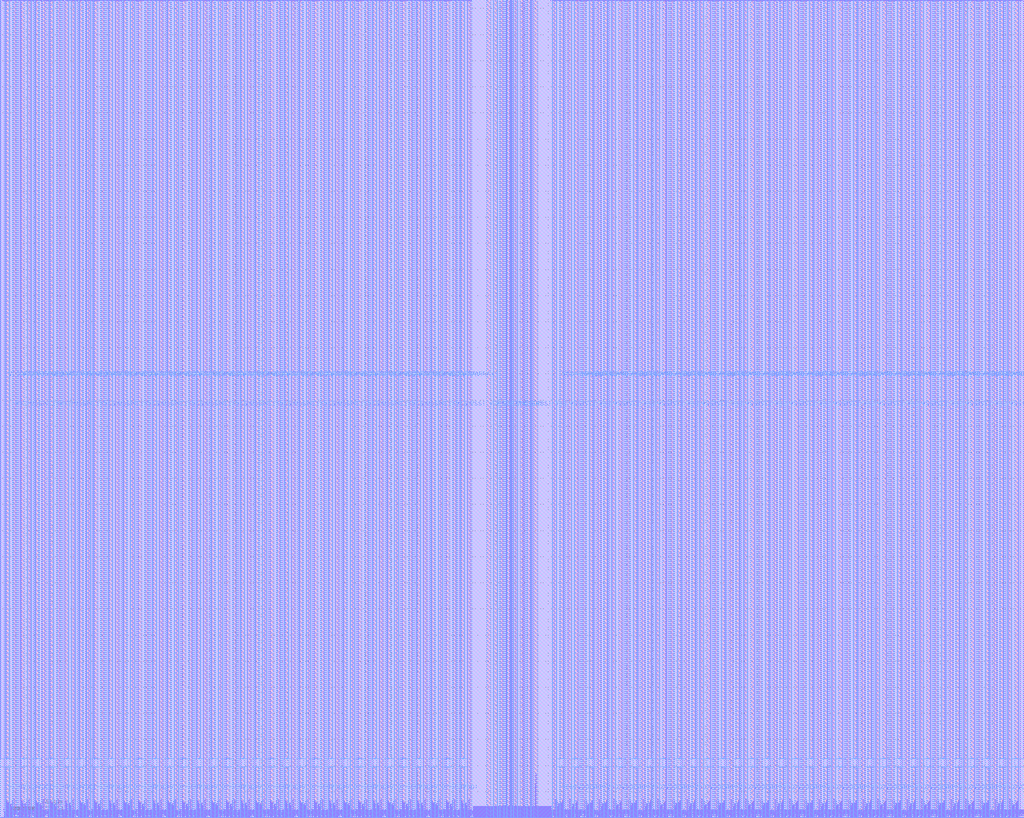
<source format=lef>
########################################################################
#
# Copyright 2023 IHP PDK Authors
# 
# Licensed under the Apache License, Version 2.0 (the "License");
# you may not use this file except in compliance with the License.
# You may obtain a copy of the License at
# 
#    https://www.apache.org/licenses/LICENSE-2.0
# 
# Unless required by applicable law or agreed to in writing, software
# distributed under the License is distributed on an "AS IS" BASIS,
# WITHOUT WARRANTIES OR CONDITIONS OF ANY KIND, either express or implied.
# See the License for the specific language governing permissions and
# limitations under the License.
#
########################################################################

VERSION 5.7 ;
BUSBITCHARS "[]" ;
DIVIDERCHAR "/" ;

MACRO RM_IHPSG13_1P_2048x64_c2_bm_bist
  CLASS BLOCK ;
  ORIGIN 0 0 ;
  FOREIGN RM_IHPSG13_1P_2048x64_c2_bm_bist 0 0 ;
  SIZE 784.48 BY 626.7 ;
  SYMMETRY X Y R90 ;
  PIN A_DIN[32]
    DIRECTION INPUT ;
    USE SIGNAL ;
    ANTENNAPARTIALMETALAREA 1.794 LAYER Metal2 ;
    ANTENNAMODEL OXIDE1 ;
      ANTENNAGATEAREA 0.20085 LAYER Metal2 ;
      ANTENNAMAXAREACAR 9.838188 LAYER Metal2 ;
    PORT
      LAYER Metal2 ;
        RECT 432.49 0 432.75 0.26 ;
    END
  END A_DIN[32]
  PIN A_DIN[31]
    DIRECTION INPUT ;
    USE SIGNAL ;
    ANTENNAPARTIALMETALAREA 1.794 LAYER Metal2 ;
    ANTENNAMODEL OXIDE1 ;
      ANTENNAGATEAREA 0.20085 LAYER Metal2 ;
      ANTENNAMAXAREACAR 9.838188 LAYER Metal2 ;
    PORT
      LAYER Metal2 ;
        RECT 351.73 0 351.99 0.26 ;
    END
  END A_DIN[31]
  PIN A_BIST_DIN[32]
    DIRECTION INPUT ;
    USE SIGNAL ;
    ANTENNAPARTIALMETALAREA 1.6263 LAYER Metal2 ;
    ANTENNAMODEL OXIDE1 ;
      ANTENNAGATEAREA 0.20085 LAYER Metal2 ;
      ANTENNAMAXAREACAR 9.365945 LAYER Metal2 ;
    PORT
      LAYER Metal2 ;
        RECT 431.635 0 431.895 0.26 ;
    END
  END A_BIST_DIN[32]
  PIN A_BIST_DIN[31]
    DIRECTION INPUT ;
    USE SIGNAL ;
    ANTENNAPARTIALMETALAREA 1.6263 LAYER Metal2 ;
    ANTENNAMODEL OXIDE1 ;
      ANTENNAGATEAREA 0.20085 LAYER Metal2 ;
      ANTENNAMAXAREACAR 9.365945 LAYER Metal2 ;
    PORT
      LAYER Metal2 ;
        RECT 352.585 0 352.845 0.26 ;
    END
  END A_BIST_DIN[31]
  PIN A_BM[32]
    DIRECTION INPUT ;
    USE SIGNAL ;
    ANTENNAPARTIALMETALAREA 0.7215 LAYER Metal2 ;
    ANTENNAMODEL OXIDE1 ;
      ANTENNAGATEAREA 0.20085 LAYER Metal2 ;
      ANTENNAMAXAREACAR 4.498382 LAYER Metal2 ;
    PORT
      LAYER Metal2 ;
        RECT 424.65 0 424.91 0.26 ;
    END
  END A_BM[32]
  PIN A_BM[31]
    DIRECTION INPUT ;
    USE SIGNAL ;
    ANTENNAPARTIALMETALAREA 0.7215 LAYER Metal2 ;
    ANTENNAMODEL OXIDE1 ;
      ANTENNAGATEAREA 0.20085 LAYER Metal2 ;
      ANTENNAMAXAREACAR 4.498382 LAYER Metal2 ;
    PORT
      LAYER Metal2 ;
        RECT 359.57 0 359.83 0.26 ;
    END
  END A_BM[31]
  PIN A_BIST_BM[32]
    DIRECTION INPUT ;
    USE SIGNAL ;
    ANTENNAPARTIALMETALAREA 0.7605 LAYER Metal2 ;
    ANTENNAMODEL OXIDE1 ;
      ANTENNAGATEAREA 0.20085 LAYER Metal2 ;
      ANTENNAMAXAREACAR 5.055265 LAYER Metal2 ;
    PORT
      LAYER Metal2 ;
        RECT 426.025 0 426.285 0.26 ;
    END
  END A_BIST_BM[32]
  PIN A_BIST_BM[31]
    DIRECTION INPUT ;
    USE SIGNAL ;
    ANTENNAPARTIALMETALAREA 0.7605 LAYER Metal2 ;
    ANTENNAMODEL OXIDE1 ;
      ANTENNAGATEAREA 0.20085 LAYER Metal2 ;
      ANTENNAMAXAREACAR 5.055265 LAYER Metal2 ;
    PORT
      LAYER Metal2 ;
        RECT 358.195 0 358.455 0.26 ;
    END
  END A_BIST_BM[31]
  PIN A_DOUT[32]
    DIRECTION OUTPUT ;
    USE SIGNAL ;
    ANTENNAPARTIALMETALAREA 3.7095 LAYER Metal2 ;
    ANTENNADIFFAREA 0.988 LAYER Metal2 ;
    PORT
      LAYER Metal2 ;
        RECT 425.16 0 425.42 0.26 ;
    END
  END A_DOUT[32]
  PIN A_DOUT[31]
    DIRECTION OUTPUT ;
    USE SIGNAL ;
    ANTENNAPARTIALMETALAREA 3.7095 LAYER Metal2 ;
    ANTENNADIFFAREA 0.988 LAYER Metal2 ;
    PORT
      LAYER Metal2 ;
        RECT 359.06 0 359.32 0.26 ;
    END
  END A_DOUT[31]
  PIN VSS!
    DIRECTION INOUT ;
    USE GROUND ;
    NETEXPR "vss VSS!" ;
    PORT
      LAYER Metal4 ;
        RECT 771.79 0 774.6 626.7 ;
    END
    PORT
      LAYER Metal4 ;
        RECT 760.55 0 763.36 626.7 ;
    END
    PORT
      LAYER Metal4 ;
        RECT 749.31 0 752.12 626.7 ;
    END
    PORT
      LAYER Metal4 ;
        RECT 738.07 0 740.88 626.7 ;
    END
    PORT
      LAYER Metal4 ;
        RECT 726.83 0 729.64 626.7 ;
    END
    PORT
      LAYER Metal4 ;
        RECT 715.59 0 718.4 626.7 ;
    END
    PORT
      LAYER Metal4 ;
        RECT 704.35 0 707.16 626.7 ;
    END
    PORT
      LAYER Metal4 ;
        RECT 693.11 0 695.92 626.7 ;
    END
    PORT
      LAYER Metal4 ;
        RECT 681.87 0 684.68 626.7 ;
    END
    PORT
      LAYER Metal4 ;
        RECT 670.63 0 673.44 626.7 ;
    END
    PORT
      LAYER Metal4 ;
        RECT 659.39 0 662.2 626.7 ;
    END
    PORT
      LAYER Metal4 ;
        RECT 648.15 0 650.96 626.7 ;
    END
    PORT
      LAYER Metal4 ;
        RECT 636.91 0 639.72 626.7 ;
    END
    PORT
      LAYER Metal4 ;
        RECT 625.67 0 628.48 626.7 ;
    END
    PORT
      LAYER Metal4 ;
        RECT 614.43 0 617.24 626.7 ;
    END
    PORT
      LAYER Metal4 ;
        RECT 603.19 0 606 626.7 ;
    END
    PORT
      LAYER Metal4 ;
        RECT 591.95 0 594.76 626.7 ;
    END
    PORT
      LAYER Metal4 ;
        RECT 580.71 0 583.52 626.7 ;
    END
    PORT
      LAYER Metal4 ;
        RECT 569.47 0 572.28 626.7 ;
    END
    PORT
      LAYER Metal4 ;
        RECT 558.23 0 561.04 626.7 ;
    END
    PORT
      LAYER Metal4 ;
        RECT 546.99 0 549.8 626.7 ;
    END
    PORT
      LAYER Metal4 ;
        RECT 535.75 0 538.56 626.7 ;
    END
    PORT
      LAYER Metal4 ;
        RECT 524.51 0 527.32 626.7 ;
    END
    PORT
      LAYER Metal4 ;
        RECT 513.27 0 516.08 626.7 ;
    END
    PORT
      LAYER Metal4 ;
        RECT 502.03 0 504.84 626.7 ;
    END
    PORT
      LAYER Metal4 ;
        RECT 490.79 0 493.6 626.7 ;
    END
    PORT
      LAYER Metal4 ;
        RECT 479.55 0 482.36 626.7 ;
    END
    PORT
      LAYER Metal4 ;
        RECT 468.31 0 471.12 626.7 ;
    END
    PORT
      LAYER Metal4 ;
        RECT 457.07 0 459.88 626.7 ;
    END
    PORT
      LAYER Metal4 ;
        RECT 445.83 0 448.64 626.7 ;
    END
    PORT
      LAYER Metal4 ;
        RECT 434.59 0 437.4 626.7 ;
    END
    PORT
      LAYER Metal4 ;
        RECT 423.35 0 426.16 626.7 ;
    END
    PORT
      LAYER Metal4 ;
        RECT 408.86 0 411.67 626.7 ;
    END
    PORT
      LAYER Metal4 ;
        RECT 398.56 0 401.37 626.7 ;
    END
    PORT
      LAYER Metal4 ;
        RECT 383.11 0 385.92 626.7 ;
    END
    PORT
      LAYER Metal4 ;
        RECT 372.81 0 375.62 626.7 ;
    END
    PORT
      LAYER Metal4 ;
        RECT 358.32 0 361.13 626.7 ;
    END
    PORT
      LAYER Metal4 ;
        RECT 347.08 0 349.89 626.7 ;
    END
    PORT
      LAYER Metal4 ;
        RECT 335.84 0 338.65 626.7 ;
    END
    PORT
      LAYER Metal4 ;
        RECT 324.6 0 327.41 626.7 ;
    END
    PORT
      LAYER Metal4 ;
        RECT 313.36 0 316.17 626.7 ;
    END
    PORT
      LAYER Metal4 ;
        RECT 302.12 0 304.93 626.7 ;
    END
    PORT
      LAYER Metal4 ;
        RECT 290.88 0 293.69 626.7 ;
    END
    PORT
      LAYER Metal4 ;
        RECT 279.64 0 282.45 626.7 ;
    END
    PORT
      LAYER Metal4 ;
        RECT 268.4 0 271.21 626.7 ;
    END
    PORT
      LAYER Metal4 ;
        RECT 257.16 0 259.97 626.7 ;
    END
    PORT
      LAYER Metal4 ;
        RECT 245.92 0 248.73 626.7 ;
    END
    PORT
      LAYER Metal4 ;
        RECT 234.68 0 237.49 626.7 ;
    END
    PORT
      LAYER Metal4 ;
        RECT 223.44 0 226.25 626.7 ;
    END
    PORT
      LAYER Metal4 ;
        RECT 212.2 0 215.01 626.7 ;
    END
    PORT
      LAYER Metal4 ;
        RECT 200.96 0 203.77 626.7 ;
    END
    PORT
      LAYER Metal4 ;
        RECT 189.72 0 192.53 626.7 ;
    END
    PORT
      LAYER Metal4 ;
        RECT 178.48 0 181.29 626.7 ;
    END
    PORT
      LAYER Metal4 ;
        RECT 167.24 0 170.05 626.7 ;
    END
    PORT
      LAYER Metal4 ;
        RECT 156 0 158.81 626.7 ;
    END
    PORT
      LAYER Metal4 ;
        RECT 144.76 0 147.57 626.7 ;
    END
    PORT
      LAYER Metal4 ;
        RECT 133.52 0 136.33 626.7 ;
    END
    PORT
      LAYER Metal4 ;
        RECT 122.28 0 125.09 626.7 ;
    END
    PORT
      LAYER Metal4 ;
        RECT 111.04 0 113.85 626.7 ;
    END
    PORT
      LAYER Metal4 ;
        RECT 99.8 0 102.61 626.7 ;
    END
    PORT
      LAYER Metal4 ;
        RECT 88.56 0 91.37 626.7 ;
    END
    PORT
      LAYER Metal4 ;
        RECT 77.32 0 80.13 626.7 ;
    END
    PORT
      LAYER Metal4 ;
        RECT 66.08 0 68.89 626.7 ;
    END
    PORT
      LAYER Metal4 ;
        RECT 54.84 0 57.65 626.7 ;
    END
    PORT
      LAYER Metal4 ;
        RECT 43.6 0 46.41 626.7 ;
    END
    PORT
      LAYER Metal4 ;
        RECT 32.36 0 35.17 626.7 ;
    END
    PORT
      LAYER Metal4 ;
        RECT 21.12 0 23.93 626.7 ;
    END
    PORT
      LAYER Metal4 ;
        RECT 9.88 0 12.69 626.7 ;
    END
  END VSS!
  PIN VDD!
    DIRECTION INOUT ;
    USE POWER ;
    NETEXPR "vdd VDD!" ;
    PORT
      LAYER Metal4 ;
        RECT 777.41 0 780.22 38.825 ;
    END
    PORT
      LAYER Metal4 ;
        RECT 766.17 0 768.98 38.825 ;
    END
    PORT
      LAYER Metal4 ;
        RECT 754.93 0 757.74 38.825 ;
    END
    PORT
      LAYER Metal4 ;
        RECT 743.69 0 746.5 38.825 ;
    END
    PORT
      LAYER Metal4 ;
        RECT 732.45 0 735.26 38.825 ;
    END
    PORT
      LAYER Metal4 ;
        RECT 721.21 0 724.02 38.825 ;
    END
    PORT
      LAYER Metal4 ;
        RECT 709.97 0 712.78 38.825 ;
    END
    PORT
      LAYER Metal4 ;
        RECT 698.73 0 701.54 38.825 ;
    END
    PORT
      LAYER Metal4 ;
        RECT 687.49 0 690.3 38.825 ;
    END
    PORT
      LAYER Metal4 ;
        RECT 676.25 0 679.06 38.825 ;
    END
    PORT
      LAYER Metal4 ;
        RECT 665.01 0 667.82 38.825 ;
    END
    PORT
      LAYER Metal4 ;
        RECT 653.77 0 656.58 38.825 ;
    END
    PORT
      LAYER Metal4 ;
        RECT 642.53 0 645.34 38.825 ;
    END
    PORT
      LAYER Metal4 ;
        RECT 631.29 0 634.1 38.825 ;
    END
    PORT
      LAYER Metal4 ;
        RECT 620.05 0 622.86 38.825 ;
    END
    PORT
      LAYER Metal4 ;
        RECT 608.81 0 611.62 38.825 ;
    END
    PORT
      LAYER Metal4 ;
        RECT 597.57 0 600.38 38.825 ;
    END
    PORT
      LAYER Metal4 ;
        RECT 586.33 0 589.14 38.825 ;
    END
    PORT
      LAYER Metal4 ;
        RECT 575.09 0 577.9 38.825 ;
    END
    PORT
      LAYER Metal4 ;
        RECT 563.85 0 566.66 38.825 ;
    END
    PORT
      LAYER Metal4 ;
        RECT 552.61 0 555.42 38.825 ;
    END
    PORT
      LAYER Metal4 ;
        RECT 541.37 0 544.18 38.825 ;
    END
    PORT
      LAYER Metal4 ;
        RECT 530.13 0 532.94 38.825 ;
    END
    PORT
      LAYER Metal4 ;
        RECT 518.89 0 521.7 38.825 ;
    END
    PORT
      LAYER Metal4 ;
        RECT 507.65 0 510.46 38.825 ;
    END
    PORT
      LAYER Metal4 ;
        RECT 496.41 0 499.22 38.825 ;
    END
    PORT
      LAYER Metal4 ;
        RECT 485.17 0 487.98 38.825 ;
    END
    PORT
      LAYER Metal4 ;
        RECT 473.93 0 476.74 38.825 ;
    END
    PORT
      LAYER Metal4 ;
        RECT 462.69 0 465.5 38.825 ;
    END
    PORT
      LAYER Metal4 ;
        RECT 451.45 0 454.26 38.825 ;
    END
    PORT
      LAYER Metal4 ;
        RECT 440.21 0 443.02 38.825 ;
    END
    PORT
      LAYER Metal4 ;
        RECT 428.97 0 431.78 38.825 ;
    END
    PORT
      LAYER Metal4 ;
        RECT 403.71 0 406.52 626.7 ;
    END
    PORT
      LAYER Metal4 ;
        RECT 393.41 0 396.22 626.7 ;
    END
    PORT
      LAYER Metal4 ;
        RECT 388.26 0 391.07 626.7 ;
    END
    PORT
      LAYER Metal4 ;
        RECT 377.96 0 380.77 626.7 ;
    END
    PORT
      LAYER Metal4 ;
        RECT 352.7 0 355.51 38.825 ;
    END
    PORT
      LAYER Metal4 ;
        RECT 341.46 0 344.27 38.825 ;
    END
    PORT
      LAYER Metal4 ;
        RECT 330.22 0 333.03 38.825 ;
    END
    PORT
      LAYER Metal4 ;
        RECT 318.98 0 321.79 38.825 ;
    END
    PORT
      LAYER Metal4 ;
        RECT 307.74 0 310.55 38.825 ;
    END
    PORT
      LAYER Metal4 ;
        RECT 296.5 0 299.31 38.825 ;
    END
    PORT
      LAYER Metal4 ;
        RECT 285.26 0 288.07 38.825 ;
    END
    PORT
      LAYER Metal4 ;
        RECT 274.02 0 276.83 38.825 ;
    END
    PORT
      LAYER Metal4 ;
        RECT 262.78 0 265.59 38.825 ;
    END
    PORT
      LAYER Metal4 ;
        RECT 251.54 0 254.35 38.825 ;
    END
    PORT
      LAYER Metal4 ;
        RECT 240.3 0 243.11 38.825 ;
    END
    PORT
      LAYER Metal4 ;
        RECT 229.06 0 231.87 38.825 ;
    END
    PORT
      LAYER Metal4 ;
        RECT 217.82 0 220.63 38.825 ;
    END
    PORT
      LAYER Metal4 ;
        RECT 206.58 0 209.39 38.825 ;
    END
    PORT
      LAYER Metal4 ;
        RECT 195.34 0 198.15 38.825 ;
    END
    PORT
      LAYER Metal4 ;
        RECT 184.1 0 186.91 38.825 ;
    END
    PORT
      LAYER Metal4 ;
        RECT 172.86 0 175.67 38.825 ;
    END
    PORT
      LAYER Metal4 ;
        RECT 161.62 0 164.43 38.825 ;
    END
    PORT
      LAYER Metal4 ;
        RECT 150.38 0 153.19 38.825 ;
    END
    PORT
      LAYER Metal4 ;
        RECT 139.14 0 141.95 38.825 ;
    END
    PORT
      LAYER Metal4 ;
        RECT 127.9 0 130.71 38.825 ;
    END
    PORT
      LAYER Metal4 ;
        RECT 116.66 0 119.47 38.825 ;
    END
    PORT
      LAYER Metal4 ;
        RECT 105.42 0 108.23 38.825 ;
    END
    PORT
      LAYER Metal4 ;
        RECT 94.18 0 96.99 38.825 ;
    END
    PORT
      LAYER Metal4 ;
        RECT 82.94 0 85.75 38.825 ;
    END
    PORT
      LAYER Metal4 ;
        RECT 71.7 0 74.51 38.825 ;
    END
    PORT
      LAYER Metal4 ;
        RECT 60.46 0 63.27 38.825 ;
    END
    PORT
      LAYER Metal4 ;
        RECT 49.22 0 52.03 38.825 ;
    END
    PORT
      LAYER Metal4 ;
        RECT 37.98 0 40.79 38.825 ;
    END
    PORT
      LAYER Metal4 ;
        RECT 26.74 0 29.55 38.825 ;
    END
    PORT
      LAYER Metal4 ;
        RECT 15.5 0 18.31 38.825 ;
    END
    PORT
      LAYER Metal4 ;
        RECT 4.26 0 7.07 38.825 ;
    END
  END VDD!
  PIN VDDARRAY!
    DIRECTION INOUT ;
    USE POWER ;
    NETEXPR "vddarray VDDARRAY!" ;
    PORT
      LAYER Metal4 ;
        RECT 777.41 45.465 780.22 626.7 ;
    END
    PORT
      LAYER Metal4 ;
        RECT 766.17 45.465 768.98 626.7 ;
    END
    PORT
      LAYER Metal4 ;
        RECT 754.93 45.465 757.74 626.7 ;
    END
    PORT
      LAYER Metal4 ;
        RECT 743.69 45.465 746.5 626.7 ;
    END
    PORT
      LAYER Metal4 ;
        RECT 732.45 45.465 735.26 626.7 ;
    END
    PORT
      LAYER Metal4 ;
        RECT 721.21 45.465 724.02 626.7 ;
    END
    PORT
      LAYER Metal4 ;
        RECT 709.97 45.465 712.78 626.7 ;
    END
    PORT
      LAYER Metal4 ;
        RECT 698.73 45.465 701.54 626.7 ;
    END
    PORT
      LAYER Metal4 ;
        RECT 687.49 45.465 690.3 626.7 ;
    END
    PORT
      LAYER Metal4 ;
        RECT 676.25 45.465 679.06 626.7 ;
    END
    PORT
      LAYER Metal4 ;
        RECT 665.01 45.465 667.82 626.7 ;
    END
    PORT
      LAYER Metal4 ;
        RECT 653.77 45.465 656.58 626.7 ;
    END
    PORT
      LAYER Metal4 ;
        RECT 642.53 45.465 645.34 626.7 ;
    END
    PORT
      LAYER Metal4 ;
        RECT 631.29 45.465 634.1 626.7 ;
    END
    PORT
      LAYER Metal4 ;
        RECT 620.05 45.465 622.86 626.7 ;
    END
    PORT
      LAYER Metal4 ;
        RECT 608.81 45.465 611.62 626.7 ;
    END
    PORT
      LAYER Metal4 ;
        RECT 597.57 45.465 600.38 626.7 ;
    END
    PORT
      LAYER Metal4 ;
        RECT 586.33 45.465 589.14 626.7 ;
    END
    PORT
      LAYER Metal4 ;
        RECT 575.09 45.465 577.9 626.7 ;
    END
    PORT
      LAYER Metal4 ;
        RECT 563.85 45.465 566.66 626.7 ;
    END
    PORT
      LAYER Metal4 ;
        RECT 552.61 45.465 555.42 626.7 ;
    END
    PORT
      LAYER Metal4 ;
        RECT 541.37 45.465 544.18 626.7 ;
    END
    PORT
      LAYER Metal4 ;
        RECT 530.13 45.465 532.94 626.7 ;
    END
    PORT
      LAYER Metal4 ;
        RECT 518.89 45.465 521.7 626.7 ;
    END
    PORT
      LAYER Metal4 ;
        RECT 507.65 45.465 510.46 626.7 ;
    END
    PORT
      LAYER Metal4 ;
        RECT 496.41 45.465 499.22 626.7 ;
    END
    PORT
      LAYER Metal4 ;
        RECT 485.17 45.465 487.98 626.7 ;
    END
    PORT
      LAYER Metal4 ;
        RECT 473.93 45.465 476.74 626.7 ;
    END
    PORT
      LAYER Metal4 ;
        RECT 462.69 45.465 465.5 626.7 ;
    END
    PORT
      LAYER Metal4 ;
        RECT 451.45 45.465 454.26 626.7 ;
    END
    PORT
      LAYER Metal4 ;
        RECT 440.21 45.465 443.02 626.7 ;
    END
    PORT
      LAYER Metal4 ;
        RECT 428.97 45.465 431.78 626.7 ;
    END
    PORT
      LAYER Metal4 ;
        RECT 352.7 45.465 355.51 626.7 ;
    END
    PORT
      LAYER Metal4 ;
        RECT 341.46 45.465 344.27 626.7 ;
    END
    PORT
      LAYER Metal4 ;
        RECT 330.22 45.465 333.03 626.7 ;
    END
    PORT
      LAYER Metal4 ;
        RECT 318.98 45.465 321.79 626.7 ;
    END
    PORT
      LAYER Metal4 ;
        RECT 307.74 45.465 310.55 626.7 ;
    END
    PORT
      LAYER Metal4 ;
        RECT 296.5 45.465 299.31 626.7 ;
    END
    PORT
      LAYER Metal4 ;
        RECT 285.26 45.465 288.07 626.7 ;
    END
    PORT
      LAYER Metal4 ;
        RECT 274.02 45.465 276.83 626.7 ;
    END
    PORT
      LAYER Metal4 ;
        RECT 262.78 45.465 265.59 626.7 ;
    END
    PORT
      LAYER Metal4 ;
        RECT 251.54 45.465 254.35 626.7 ;
    END
    PORT
      LAYER Metal4 ;
        RECT 240.3 45.465 243.11 626.7 ;
    END
    PORT
      LAYER Metal4 ;
        RECT 229.06 45.465 231.87 626.7 ;
    END
    PORT
      LAYER Metal4 ;
        RECT 217.82 45.465 220.63 626.7 ;
    END
    PORT
      LAYER Metal4 ;
        RECT 206.58 45.465 209.39 626.7 ;
    END
    PORT
      LAYER Metal4 ;
        RECT 195.34 45.465 198.15 626.7 ;
    END
    PORT
      LAYER Metal4 ;
        RECT 184.1 45.465 186.91 626.7 ;
    END
    PORT
      LAYER Metal4 ;
        RECT 172.86 45.465 175.67 626.7 ;
    END
    PORT
      LAYER Metal4 ;
        RECT 161.62 45.465 164.43 626.7 ;
    END
    PORT
      LAYER Metal4 ;
        RECT 150.38 45.465 153.19 626.7 ;
    END
    PORT
      LAYER Metal4 ;
        RECT 139.14 45.465 141.95 626.7 ;
    END
    PORT
      LAYER Metal4 ;
        RECT 127.9 45.465 130.71 626.7 ;
    END
    PORT
      LAYER Metal4 ;
        RECT 116.66 45.465 119.47 626.7 ;
    END
    PORT
      LAYER Metal4 ;
        RECT 105.42 45.465 108.23 626.7 ;
    END
    PORT
      LAYER Metal4 ;
        RECT 94.18 45.465 96.99 626.7 ;
    END
    PORT
      LAYER Metal4 ;
        RECT 82.94 45.465 85.75 626.7 ;
    END
    PORT
      LAYER Metal4 ;
        RECT 71.7 45.465 74.51 626.7 ;
    END
    PORT
      LAYER Metal4 ;
        RECT 60.46 45.465 63.27 626.7 ;
    END
    PORT
      LAYER Metal4 ;
        RECT 49.22 45.465 52.03 626.7 ;
    END
    PORT
      LAYER Metal4 ;
        RECT 37.98 45.465 40.79 626.7 ;
    END
    PORT
      LAYER Metal4 ;
        RECT 26.74 45.465 29.55 626.7 ;
    END
    PORT
      LAYER Metal4 ;
        RECT 15.5 45.465 18.31 626.7 ;
    END
    PORT
      LAYER Metal4 ;
        RECT 4.26 45.465 7.07 626.7 ;
    END
  END VDDARRAY!
  PIN A_DIN[33]
    DIRECTION INPUT ;
    USE SIGNAL ;
    ANTENNAPARTIALMETALAREA 1.794 LAYER Metal2 ;
    ANTENNAMODEL OXIDE1 ;
      ANTENNAGATEAREA 0.20085 LAYER Metal2 ;
      ANTENNAMAXAREACAR 9.838188 LAYER Metal2 ;
    PORT
      LAYER Metal2 ;
        RECT 443.73 0 443.99 0.26 ;
    END
  END A_DIN[33]
  PIN A_DIN[30]
    DIRECTION INPUT ;
    USE SIGNAL ;
    ANTENNAPARTIALMETALAREA 1.794 LAYER Metal2 ;
    ANTENNAMODEL OXIDE1 ;
      ANTENNAGATEAREA 0.20085 LAYER Metal2 ;
      ANTENNAMAXAREACAR 9.838188 LAYER Metal2 ;
    PORT
      LAYER Metal2 ;
        RECT 340.49 0 340.75 0.26 ;
    END
  END A_DIN[30]
  PIN A_BIST_DIN[33]
    DIRECTION INPUT ;
    USE SIGNAL ;
    ANTENNAPARTIALMETALAREA 1.6263 LAYER Metal2 ;
    ANTENNAMODEL OXIDE1 ;
      ANTENNAGATEAREA 0.20085 LAYER Metal2 ;
      ANTENNAMAXAREACAR 9.365945 LAYER Metal2 ;
    PORT
      LAYER Metal2 ;
        RECT 442.875 0 443.135 0.26 ;
    END
  END A_BIST_DIN[33]
  PIN A_BIST_DIN[30]
    DIRECTION INPUT ;
    USE SIGNAL ;
    ANTENNAPARTIALMETALAREA 1.6263 LAYER Metal2 ;
    ANTENNAMODEL OXIDE1 ;
      ANTENNAGATEAREA 0.20085 LAYER Metal2 ;
      ANTENNAMAXAREACAR 9.365945 LAYER Metal2 ;
    PORT
      LAYER Metal2 ;
        RECT 341.345 0 341.605 0.26 ;
    END
  END A_BIST_DIN[30]
  PIN A_BM[33]
    DIRECTION INPUT ;
    USE SIGNAL ;
    ANTENNAPARTIALMETALAREA 0.7215 LAYER Metal2 ;
    ANTENNAMODEL OXIDE1 ;
      ANTENNAGATEAREA 0.20085 LAYER Metal2 ;
      ANTENNAMAXAREACAR 4.498382 LAYER Metal2 ;
    PORT
      LAYER Metal2 ;
        RECT 435.89 0 436.15 0.26 ;
    END
  END A_BM[33]
  PIN A_BM[30]
    DIRECTION INPUT ;
    USE SIGNAL ;
    ANTENNAPARTIALMETALAREA 0.7215 LAYER Metal2 ;
    ANTENNAMODEL OXIDE1 ;
      ANTENNAGATEAREA 0.20085 LAYER Metal2 ;
      ANTENNAMAXAREACAR 4.498382 LAYER Metal2 ;
    PORT
      LAYER Metal2 ;
        RECT 348.33 0 348.59 0.26 ;
    END
  END A_BM[30]
  PIN A_BIST_BM[33]
    DIRECTION INPUT ;
    USE SIGNAL ;
    ANTENNAPARTIALMETALAREA 0.7605 LAYER Metal2 ;
    ANTENNAMODEL OXIDE1 ;
      ANTENNAGATEAREA 0.20085 LAYER Metal2 ;
      ANTENNAMAXAREACAR 5.055265 LAYER Metal2 ;
    PORT
      LAYER Metal2 ;
        RECT 437.265 0 437.525 0.26 ;
    END
  END A_BIST_BM[33]
  PIN A_BIST_BM[30]
    DIRECTION INPUT ;
    USE SIGNAL ;
    ANTENNAPARTIALMETALAREA 0.7605 LAYER Metal2 ;
    ANTENNAMODEL OXIDE1 ;
      ANTENNAGATEAREA 0.20085 LAYER Metal2 ;
      ANTENNAMAXAREACAR 5.055265 LAYER Metal2 ;
    PORT
      LAYER Metal2 ;
        RECT 346.955 0 347.215 0.26 ;
    END
  END A_BIST_BM[30]
  PIN A_DOUT[33]
    DIRECTION OUTPUT ;
    USE SIGNAL ;
    ANTENNAPARTIALMETALAREA 3.7095 LAYER Metal2 ;
    ANTENNADIFFAREA 0.988 LAYER Metal2 ;
    PORT
      LAYER Metal2 ;
        RECT 436.4 0 436.66 0.26 ;
    END
  END A_DOUT[33]
  PIN A_DOUT[30]
    DIRECTION OUTPUT ;
    USE SIGNAL ;
    ANTENNAPARTIALMETALAREA 3.7095 LAYER Metal2 ;
    ANTENNADIFFAREA 0.988 LAYER Metal2 ;
    PORT
      LAYER Metal2 ;
        RECT 347.82 0 348.08 0.26 ;
    END
  END A_DOUT[30]
  PIN A_DIN[34]
    DIRECTION INPUT ;
    USE SIGNAL ;
    ANTENNAPARTIALMETALAREA 1.794 LAYER Metal2 ;
    ANTENNAMODEL OXIDE1 ;
      ANTENNAGATEAREA 0.20085 LAYER Metal2 ;
      ANTENNAMAXAREACAR 9.838188 LAYER Metal2 ;
    PORT
      LAYER Metal2 ;
        RECT 454.97 0 455.23 0.26 ;
    END
  END A_DIN[34]
  PIN A_DIN[29]
    DIRECTION INPUT ;
    USE SIGNAL ;
    ANTENNAPARTIALMETALAREA 1.794 LAYER Metal2 ;
    ANTENNAMODEL OXIDE1 ;
      ANTENNAGATEAREA 0.20085 LAYER Metal2 ;
      ANTENNAMAXAREACAR 9.838188 LAYER Metal2 ;
    PORT
      LAYER Metal2 ;
        RECT 329.25 0 329.51 0.26 ;
    END
  END A_DIN[29]
  PIN A_BIST_DIN[34]
    DIRECTION INPUT ;
    USE SIGNAL ;
    ANTENNAPARTIALMETALAREA 1.6263 LAYER Metal2 ;
    ANTENNAMODEL OXIDE1 ;
      ANTENNAGATEAREA 0.20085 LAYER Metal2 ;
      ANTENNAMAXAREACAR 9.365945 LAYER Metal2 ;
    PORT
      LAYER Metal2 ;
        RECT 454.115 0 454.375 0.26 ;
    END
  END A_BIST_DIN[34]
  PIN A_BIST_DIN[29]
    DIRECTION INPUT ;
    USE SIGNAL ;
    ANTENNAPARTIALMETALAREA 1.6263 LAYER Metal2 ;
    ANTENNAMODEL OXIDE1 ;
      ANTENNAGATEAREA 0.20085 LAYER Metal2 ;
      ANTENNAMAXAREACAR 9.365945 LAYER Metal2 ;
    PORT
      LAYER Metal2 ;
        RECT 330.105 0 330.365 0.26 ;
    END
  END A_BIST_DIN[29]
  PIN A_BM[34]
    DIRECTION INPUT ;
    USE SIGNAL ;
    ANTENNAPARTIALMETALAREA 0.7215 LAYER Metal2 ;
    ANTENNAMODEL OXIDE1 ;
      ANTENNAGATEAREA 0.20085 LAYER Metal2 ;
      ANTENNAMAXAREACAR 4.498382 LAYER Metal2 ;
    PORT
      LAYER Metal2 ;
        RECT 447.13 0 447.39 0.26 ;
    END
  END A_BM[34]
  PIN A_BM[29]
    DIRECTION INPUT ;
    USE SIGNAL ;
    ANTENNAPARTIALMETALAREA 0.7215 LAYER Metal2 ;
    ANTENNAMODEL OXIDE1 ;
      ANTENNAGATEAREA 0.20085 LAYER Metal2 ;
      ANTENNAMAXAREACAR 4.498382 LAYER Metal2 ;
    PORT
      LAYER Metal2 ;
        RECT 337.09 0 337.35 0.26 ;
    END
  END A_BM[29]
  PIN A_BIST_BM[34]
    DIRECTION INPUT ;
    USE SIGNAL ;
    ANTENNAPARTIALMETALAREA 0.7605 LAYER Metal2 ;
    ANTENNAMODEL OXIDE1 ;
      ANTENNAGATEAREA 0.20085 LAYER Metal2 ;
      ANTENNAMAXAREACAR 5.055265 LAYER Metal2 ;
    PORT
      LAYER Metal2 ;
        RECT 448.505 0 448.765 0.26 ;
    END
  END A_BIST_BM[34]
  PIN A_BIST_BM[29]
    DIRECTION INPUT ;
    USE SIGNAL ;
    ANTENNAPARTIALMETALAREA 0.7605 LAYER Metal2 ;
    ANTENNAMODEL OXIDE1 ;
      ANTENNAGATEAREA 0.20085 LAYER Metal2 ;
      ANTENNAMAXAREACAR 5.055265 LAYER Metal2 ;
    PORT
      LAYER Metal2 ;
        RECT 335.715 0 335.975 0.26 ;
    END
  END A_BIST_BM[29]
  PIN A_DOUT[34]
    DIRECTION OUTPUT ;
    USE SIGNAL ;
    ANTENNAPARTIALMETALAREA 3.7095 LAYER Metal2 ;
    ANTENNADIFFAREA 0.988 LAYER Metal2 ;
    PORT
      LAYER Metal2 ;
        RECT 447.64 0 447.9 0.26 ;
    END
  END A_DOUT[34]
  PIN A_DOUT[29]
    DIRECTION OUTPUT ;
    USE SIGNAL ;
    ANTENNAPARTIALMETALAREA 3.7095 LAYER Metal2 ;
    ANTENNADIFFAREA 0.988 LAYER Metal2 ;
    PORT
      LAYER Metal2 ;
        RECT 336.58 0 336.84 0.26 ;
    END
  END A_DOUT[29]
  PIN A_DIN[35]
    DIRECTION INPUT ;
    USE SIGNAL ;
    ANTENNAPARTIALMETALAREA 1.794 LAYER Metal2 ;
    ANTENNAMODEL OXIDE1 ;
      ANTENNAGATEAREA 0.20085 LAYER Metal2 ;
      ANTENNAMAXAREACAR 9.838188 LAYER Metal2 ;
    PORT
      LAYER Metal2 ;
        RECT 466.21 0 466.47 0.26 ;
    END
  END A_DIN[35]
  PIN A_DIN[28]
    DIRECTION INPUT ;
    USE SIGNAL ;
    ANTENNAPARTIALMETALAREA 1.794 LAYER Metal2 ;
    ANTENNAMODEL OXIDE1 ;
      ANTENNAGATEAREA 0.20085 LAYER Metal2 ;
      ANTENNAMAXAREACAR 9.838188 LAYER Metal2 ;
    PORT
      LAYER Metal2 ;
        RECT 318.01 0 318.27 0.26 ;
    END
  END A_DIN[28]
  PIN A_BIST_DIN[35]
    DIRECTION INPUT ;
    USE SIGNAL ;
    ANTENNAPARTIALMETALAREA 1.6263 LAYER Metal2 ;
    ANTENNAMODEL OXIDE1 ;
      ANTENNAGATEAREA 0.20085 LAYER Metal2 ;
      ANTENNAMAXAREACAR 9.365945 LAYER Metal2 ;
    PORT
      LAYER Metal2 ;
        RECT 465.355 0 465.615 0.26 ;
    END
  END A_BIST_DIN[35]
  PIN A_BIST_DIN[28]
    DIRECTION INPUT ;
    USE SIGNAL ;
    ANTENNAPARTIALMETALAREA 1.6263 LAYER Metal2 ;
    ANTENNAMODEL OXIDE1 ;
      ANTENNAGATEAREA 0.20085 LAYER Metal2 ;
      ANTENNAMAXAREACAR 9.365945 LAYER Metal2 ;
    PORT
      LAYER Metal2 ;
        RECT 318.865 0 319.125 0.26 ;
    END
  END A_BIST_DIN[28]
  PIN A_BM[35]
    DIRECTION INPUT ;
    USE SIGNAL ;
    ANTENNAPARTIALMETALAREA 0.7215 LAYER Metal2 ;
    ANTENNAMODEL OXIDE1 ;
      ANTENNAGATEAREA 0.20085 LAYER Metal2 ;
      ANTENNAMAXAREACAR 4.498382 LAYER Metal2 ;
    PORT
      LAYER Metal2 ;
        RECT 458.37 0 458.63 0.26 ;
    END
  END A_BM[35]
  PIN A_BM[28]
    DIRECTION INPUT ;
    USE SIGNAL ;
    ANTENNAPARTIALMETALAREA 0.7215 LAYER Metal2 ;
    ANTENNAMODEL OXIDE1 ;
      ANTENNAGATEAREA 0.20085 LAYER Metal2 ;
      ANTENNAMAXAREACAR 4.498382 LAYER Metal2 ;
    PORT
      LAYER Metal2 ;
        RECT 325.85 0 326.11 0.26 ;
    END
  END A_BM[28]
  PIN A_BIST_BM[35]
    DIRECTION INPUT ;
    USE SIGNAL ;
    ANTENNAPARTIALMETALAREA 0.7605 LAYER Metal2 ;
    ANTENNAMODEL OXIDE1 ;
      ANTENNAGATEAREA 0.20085 LAYER Metal2 ;
      ANTENNAMAXAREACAR 5.055265 LAYER Metal2 ;
    PORT
      LAYER Metal2 ;
        RECT 459.745 0 460.005 0.26 ;
    END
  END A_BIST_BM[35]
  PIN A_BIST_BM[28]
    DIRECTION INPUT ;
    USE SIGNAL ;
    ANTENNAPARTIALMETALAREA 0.7605 LAYER Metal2 ;
    ANTENNAMODEL OXIDE1 ;
      ANTENNAGATEAREA 0.20085 LAYER Metal2 ;
      ANTENNAMAXAREACAR 5.055265 LAYER Metal2 ;
    PORT
      LAYER Metal2 ;
        RECT 324.475 0 324.735 0.26 ;
    END
  END A_BIST_BM[28]
  PIN A_DOUT[35]
    DIRECTION OUTPUT ;
    USE SIGNAL ;
    ANTENNAPARTIALMETALAREA 3.7095 LAYER Metal2 ;
    ANTENNADIFFAREA 0.988 LAYER Metal2 ;
    PORT
      LAYER Metal2 ;
        RECT 458.88 0 459.14 0.26 ;
    END
  END A_DOUT[35]
  PIN A_DOUT[28]
    DIRECTION OUTPUT ;
    USE SIGNAL ;
    ANTENNAPARTIALMETALAREA 3.7095 LAYER Metal2 ;
    ANTENNADIFFAREA 0.988 LAYER Metal2 ;
    PORT
      LAYER Metal2 ;
        RECT 325.34 0 325.6 0.26 ;
    END
  END A_DOUT[28]
  PIN A_DIN[36]
    DIRECTION INPUT ;
    USE SIGNAL ;
    ANTENNAPARTIALMETALAREA 1.794 LAYER Metal2 ;
    ANTENNAMODEL OXIDE1 ;
      ANTENNAGATEAREA 0.20085 LAYER Metal2 ;
      ANTENNAMAXAREACAR 9.838188 LAYER Metal2 ;
    PORT
      LAYER Metal2 ;
        RECT 477.45 0 477.71 0.26 ;
    END
  END A_DIN[36]
  PIN A_DIN[27]
    DIRECTION INPUT ;
    USE SIGNAL ;
    ANTENNAPARTIALMETALAREA 1.794 LAYER Metal2 ;
    ANTENNAMODEL OXIDE1 ;
      ANTENNAGATEAREA 0.20085 LAYER Metal2 ;
      ANTENNAMAXAREACAR 9.838188 LAYER Metal2 ;
    PORT
      LAYER Metal2 ;
        RECT 306.77 0 307.03 0.26 ;
    END
  END A_DIN[27]
  PIN A_BIST_DIN[36]
    DIRECTION INPUT ;
    USE SIGNAL ;
    ANTENNAPARTIALMETALAREA 1.6263 LAYER Metal2 ;
    ANTENNAMODEL OXIDE1 ;
      ANTENNAGATEAREA 0.20085 LAYER Metal2 ;
      ANTENNAMAXAREACAR 9.365945 LAYER Metal2 ;
    PORT
      LAYER Metal2 ;
        RECT 476.595 0 476.855 0.26 ;
    END
  END A_BIST_DIN[36]
  PIN A_BIST_DIN[27]
    DIRECTION INPUT ;
    USE SIGNAL ;
    ANTENNAPARTIALMETALAREA 1.6263 LAYER Metal2 ;
    ANTENNAMODEL OXIDE1 ;
      ANTENNAGATEAREA 0.20085 LAYER Metal2 ;
      ANTENNAMAXAREACAR 9.365945 LAYER Metal2 ;
    PORT
      LAYER Metal2 ;
        RECT 307.625 0 307.885 0.26 ;
    END
  END A_BIST_DIN[27]
  PIN A_BM[36]
    DIRECTION INPUT ;
    USE SIGNAL ;
    ANTENNAPARTIALMETALAREA 0.7215 LAYER Metal2 ;
    ANTENNAMODEL OXIDE1 ;
      ANTENNAGATEAREA 0.20085 LAYER Metal2 ;
      ANTENNAMAXAREACAR 4.498382 LAYER Metal2 ;
    PORT
      LAYER Metal2 ;
        RECT 469.61 0 469.87 0.26 ;
    END
  END A_BM[36]
  PIN A_BM[27]
    DIRECTION INPUT ;
    USE SIGNAL ;
    ANTENNAPARTIALMETALAREA 0.7215 LAYER Metal2 ;
    ANTENNAMODEL OXIDE1 ;
      ANTENNAGATEAREA 0.20085 LAYER Metal2 ;
      ANTENNAMAXAREACAR 4.498382 LAYER Metal2 ;
    PORT
      LAYER Metal2 ;
        RECT 314.61 0 314.87 0.26 ;
    END
  END A_BM[27]
  PIN A_BIST_BM[36]
    DIRECTION INPUT ;
    USE SIGNAL ;
    ANTENNAPARTIALMETALAREA 0.7605 LAYER Metal2 ;
    ANTENNAMODEL OXIDE1 ;
      ANTENNAGATEAREA 0.20085 LAYER Metal2 ;
      ANTENNAMAXAREACAR 5.055265 LAYER Metal2 ;
    PORT
      LAYER Metal2 ;
        RECT 470.985 0 471.245 0.26 ;
    END
  END A_BIST_BM[36]
  PIN A_BIST_BM[27]
    DIRECTION INPUT ;
    USE SIGNAL ;
    ANTENNAPARTIALMETALAREA 0.7605 LAYER Metal2 ;
    ANTENNAMODEL OXIDE1 ;
      ANTENNAGATEAREA 0.20085 LAYER Metal2 ;
      ANTENNAMAXAREACAR 5.055265 LAYER Metal2 ;
    PORT
      LAYER Metal2 ;
        RECT 313.235 0 313.495 0.26 ;
    END
  END A_BIST_BM[27]
  PIN A_DOUT[36]
    DIRECTION OUTPUT ;
    USE SIGNAL ;
    ANTENNAPARTIALMETALAREA 3.7095 LAYER Metal2 ;
    ANTENNADIFFAREA 0.988 LAYER Metal2 ;
    PORT
      LAYER Metal2 ;
        RECT 470.12 0 470.38 0.26 ;
    END
  END A_DOUT[36]
  PIN A_DOUT[27]
    DIRECTION OUTPUT ;
    USE SIGNAL ;
    ANTENNAPARTIALMETALAREA 3.7095 LAYER Metal2 ;
    ANTENNADIFFAREA 0.988 LAYER Metal2 ;
    PORT
      LAYER Metal2 ;
        RECT 314.1 0 314.36 0.26 ;
    END
  END A_DOUT[27]
  PIN A_DIN[37]
    DIRECTION INPUT ;
    USE SIGNAL ;
    ANTENNAPARTIALMETALAREA 1.794 LAYER Metal2 ;
    ANTENNAMODEL OXIDE1 ;
      ANTENNAGATEAREA 0.20085 LAYER Metal2 ;
      ANTENNAMAXAREACAR 9.838188 LAYER Metal2 ;
    PORT
      LAYER Metal2 ;
        RECT 488.69 0 488.95 0.26 ;
    END
  END A_DIN[37]
  PIN A_DIN[26]
    DIRECTION INPUT ;
    USE SIGNAL ;
    ANTENNAPARTIALMETALAREA 1.794 LAYER Metal2 ;
    ANTENNAMODEL OXIDE1 ;
      ANTENNAGATEAREA 0.20085 LAYER Metal2 ;
      ANTENNAMAXAREACAR 9.838188 LAYER Metal2 ;
    PORT
      LAYER Metal2 ;
        RECT 295.53 0 295.79 0.26 ;
    END
  END A_DIN[26]
  PIN A_BIST_DIN[37]
    DIRECTION INPUT ;
    USE SIGNAL ;
    ANTENNAPARTIALMETALAREA 1.6263 LAYER Metal2 ;
    ANTENNAMODEL OXIDE1 ;
      ANTENNAGATEAREA 0.20085 LAYER Metal2 ;
      ANTENNAMAXAREACAR 9.365945 LAYER Metal2 ;
    PORT
      LAYER Metal2 ;
        RECT 487.835 0 488.095 0.26 ;
    END
  END A_BIST_DIN[37]
  PIN A_BIST_DIN[26]
    DIRECTION INPUT ;
    USE SIGNAL ;
    ANTENNAPARTIALMETALAREA 1.6263 LAYER Metal2 ;
    ANTENNAMODEL OXIDE1 ;
      ANTENNAGATEAREA 0.20085 LAYER Metal2 ;
      ANTENNAMAXAREACAR 9.365945 LAYER Metal2 ;
    PORT
      LAYER Metal2 ;
        RECT 296.385 0 296.645 0.26 ;
    END
  END A_BIST_DIN[26]
  PIN A_BM[37]
    DIRECTION INPUT ;
    USE SIGNAL ;
    ANTENNAPARTIALMETALAREA 0.7215 LAYER Metal2 ;
    ANTENNAMODEL OXIDE1 ;
      ANTENNAGATEAREA 0.20085 LAYER Metal2 ;
      ANTENNAMAXAREACAR 4.498382 LAYER Metal2 ;
    PORT
      LAYER Metal2 ;
        RECT 480.85 0 481.11 0.26 ;
    END
  END A_BM[37]
  PIN A_BM[26]
    DIRECTION INPUT ;
    USE SIGNAL ;
    ANTENNAPARTIALMETALAREA 0.7215 LAYER Metal2 ;
    ANTENNAMODEL OXIDE1 ;
      ANTENNAGATEAREA 0.20085 LAYER Metal2 ;
      ANTENNAMAXAREACAR 4.498382 LAYER Metal2 ;
    PORT
      LAYER Metal2 ;
        RECT 303.37 0 303.63 0.26 ;
    END
  END A_BM[26]
  PIN A_BIST_BM[37]
    DIRECTION INPUT ;
    USE SIGNAL ;
    ANTENNAPARTIALMETALAREA 0.7605 LAYER Metal2 ;
    ANTENNAMODEL OXIDE1 ;
      ANTENNAGATEAREA 0.20085 LAYER Metal2 ;
      ANTENNAMAXAREACAR 5.055265 LAYER Metal2 ;
    PORT
      LAYER Metal2 ;
        RECT 482.225 0 482.485 0.26 ;
    END
  END A_BIST_BM[37]
  PIN A_BIST_BM[26]
    DIRECTION INPUT ;
    USE SIGNAL ;
    ANTENNAPARTIALMETALAREA 0.7605 LAYER Metal2 ;
    ANTENNAMODEL OXIDE1 ;
      ANTENNAGATEAREA 0.20085 LAYER Metal2 ;
      ANTENNAMAXAREACAR 5.055265 LAYER Metal2 ;
    PORT
      LAYER Metal2 ;
        RECT 301.995 0 302.255 0.26 ;
    END
  END A_BIST_BM[26]
  PIN A_DOUT[37]
    DIRECTION OUTPUT ;
    USE SIGNAL ;
    ANTENNAPARTIALMETALAREA 3.7095 LAYER Metal2 ;
    ANTENNADIFFAREA 0.988 LAYER Metal2 ;
    PORT
      LAYER Metal2 ;
        RECT 481.36 0 481.62 0.26 ;
    END
  END A_DOUT[37]
  PIN A_DOUT[26]
    DIRECTION OUTPUT ;
    USE SIGNAL ;
    ANTENNAPARTIALMETALAREA 3.7095 LAYER Metal2 ;
    ANTENNADIFFAREA 0.988 LAYER Metal2 ;
    PORT
      LAYER Metal2 ;
        RECT 302.86 0 303.12 0.26 ;
    END
  END A_DOUT[26]
  PIN A_DIN[38]
    DIRECTION INPUT ;
    USE SIGNAL ;
    ANTENNAPARTIALMETALAREA 1.794 LAYER Metal2 ;
    ANTENNAMODEL OXIDE1 ;
      ANTENNAGATEAREA 0.20085 LAYER Metal2 ;
      ANTENNAMAXAREACAR 9.838188 LAYER Metal2 ;
    PORT
      LAYER Metal2 ;
        RECT 499.93 0 500.19 0.26 ;
    END
  END A_DIN[38]
  PIN A_DIN[25]
    DIRECTION INPUT ;
    USE SIGNAL ;
    ANTENNAPARTIALMETALAREA 1.794 LAYER Metal2 ;
    ANTENNAMODEL OXIDE1 ;
      ANTENNAGATEAREA 0.20085 LAYER Metal2 ;
      ANTENNAMAXAREACAR 9.838188 LAYER Metal2 ;
    PORT
      LAYER Metal2 ;
        RECT 284.29 0 284.55 0.26 ;
    END
  END A_DIN[25]
  PIN A_BIST_DIN[38]
    DIRECTION INPUT ;
    USE SIGNAL ;
    ANTENNAPARTIALMETALAREA 1.6263 LAYER Metal2 ;
    ANTENNAMODEL OXIDE1 ;
      ANTENNAGATEAREA 0.20085 LAYER Metal2 ;
      ANTENNAMAXAREACAR 9.365945 LAYER Metal2 ;
    PORT
      LAYER Metal2 ;
        RECT 499.075 0 499.335 0.26 ;
    END
  END A_BIST_DIN[38]
  PIN A_BIST_DIN[25]
    DIRECTION INPUT ;
    USE SIGNAL ;
    ANTENNAPARTIALMETALAREA 1.6263 LAYER Metal2 ;
    ANTENNAMODEL OXIDE1 ;
      ANTENNAGATEAREA 0.20085 LAYER Metal2 ;
      ANTENNAMAXAREACAR 9.365945 LAYER Metal2 ;
    PORT
      LAYER Metal2 ;
        RECT 285.145 0 285.405 0.26 ;
    END
  END A_BIST_DIN[25]
  PIN A_BM[38]
    DIRECTION INPUT ;
    USE SIGNAL ;
    ANTENNAPARTIALMETALAREA 0.7215 LAYER Metal2 ;
    ANTENNAMODEL OXIDE1 ;
      ANTENNAGATEAREA 0.20085 LAYER Metal2 ;
      ANTENNAMAXAREACAR 4.498382 LAYER Metal2 ;
    PORT
      LAYER Metal2 ;
        RECT 492.09 0 492.35 0.26 ;
    END
  END A_BM[38]
  PIN A_BM[25]
    DIRECTION INPUT ;
    USE SIGNAL ;
    ANTENNAPARTIALMETALAREA 0.7215 LAYER Metal2 ;
    ANTENNAMODEL OXIDE1 ;
      ANTENNAGATEAREA 0.20085 LAYER Metal2 ;
      ANTENNAMAXAREACAR 4.498382 LAYER Metal2 ;
    PORT
      LAYER Metal2 ;
        RECT 292.13 0 292.39 0.26 ;
    END
  END A_BM[25]
  PIN A_BIST_BM[38]
    DIRECTION INPUT ;
    USE SIGNAL ;
    ANTENNAPARTIALMETALAREA 0.7605 LAYER Metal2 ;
    ANTENNAMODEL OXIDE1 ;
      ANTENNAGATEAREA 0.20085 LAYER Metal2 ;
      ANTENNAMAXAREACAR 5.055265 LAYER Metal2 ;
    PORT
      LAYER Metal2 ;
        RECT 493.465 0 493.725 0.26 ;
    END
  END A_BIST_BM[38]
  PIN A_BIST_BM[25]
    DIRECTION INPUT ;
    USE SIGNAL ;
    ANTENNAPARTIALMETALAREA 0.7605 LAYER Metal2 ;
    ANTENNAMODEL OXIDE1 ;
      ANTENNAGATEAREA 0.20085 LAYER Metal2 ;
      ANTENNAMAXAREACAR 5.055265 LAYER Metal2 ;
    PORT
      LAYER Metal2 ;
        RECT 290.755 0 291.015 0.26 ;
    END
  END A_BIST_BM[25]
  PIN A_DOUT[38]
    DIRECTION OUTPUT ;
    USE SIGNAL ;
    ANTENNAPARTIALMETALAREA 3.7095 LAYER Metal2 ;
    ANTENNADIFFAREA 0.988 LAYER Metal2 ;
    PORT
      LAYER Metal2 ;
        RECT 492.6 0 492.86 0.26 ;
    END
  END A_DOUT[38]
  PIN A_DOUT[25]
    DIRECTION OUTPUT ;
    USE SIGNAL ;
    ANTENNAPARTIALMETALAREA 3.7095 LAYER Metal2 ;
    ANTENNADIFFAREA 0.988 LAYER Metal2 ;
    PORT
      LAYER Metal2 ;
        RECT 291.62 0 291.88 0.26 ;
    END
  END A_DOUT[25]
  PIN A_DIN[39]
    DIRECTION INPUT ;
    USE SIGNAL ;
    ANTENNAPARTIALMETALAREA 1.794 LAYER Metal2 ;
    ANTENNAMODEL OXIDE1 ;
      ANTENNAGATEAREA 0.20085 LAYER Metal2 ;
      ANTENNAMAXAREACAR 9.838188 LAYER Metal2 ;
    PORT
      LAYER Metal2 ;
        RECT 511.17 0 511.43 0.26 ;
    END
  END A_DIN[39]
  PIN A_DIN[24]
    DIRECTION INPUT ;
    USE SIGNAL ;
    ANTENNAPARTIALMETALAREA 1.794 LAYER Metal2 ;
    ANTENNAMODEL OXIDE1 ;
      ANTENNAGATEAREA 0.20085 LAYER Metal2 ;
      ANTENNAMAXAREACAR 9.838188 LAYER Metal2 ;
    PORT
      LAYER Metal2 ;
        RECT 273.05 0 273.31 0.26 ;
    END
  END A_DIN[24]
  PIN A_BIST_DIN[39]
    DIRECTION INPUT ;
    USE SIGNAL ;
    ANTENNAPARTIALMETALAREA 1.6263 LAYER Metal2 ;
    ANTENNAMODEL OXIDE1 ;
      ANTENNAGATEAREA 0.20085 LAYER Metal2 ;
      ANTENNAMAXAREACAR 9.365945 LAYER Metal2 ;
    PORT
      LAYER Metal2 ;
        RECT 510.315 0 510.575 0.26 ;
    END
  END A_BIST_DIN[39]
  PIN A_BIST_DIN[24]
    DIRECTION INPUT ;
    USE SIGNAL ;
    ANTENNAPARTIALMETALAREA 1.6263 LAYER Metal2 ;
    ANTENNAMODEL OXIDE1 ;
      ANTENNAGATEAREA 0.20085 LAYER Metal2 ;
      ANTENNAMAXAREACAR 9.365945 LAYER Metal2 ;
    PORT
      LAYER Metal2 ;
        RECT 273.905 0 274.165 0.26 ;
    END
  END A_BIST_DIN[24]
  PIN A_BM[39]
    DIRECTION INPUT ;
    USE SIGNAL ;
    ANTENNAPARTIALMETALAREA 0.7215 LAYER Metal2 ;
    ANTENNAMODEL OXIDE1 ;
      ANTENNAGATEAREA 0.20085 LAYER Metal2 ;
      ANTENNAMAXAREACAR 4.498382 LAYER Metal2 ;
    PORT
      LAYER Metal2 ;
        RECT 503.33 0 503.59 0.26 ;
    END
  END A_BM[39]
  PIN A_BM[24]
    DIRECTION INPUT ;
    USE SIGNAL ;
    ANTENNAPARTIALMETALAREA 0.7215 LAYER Metal2 ;
    ANTENNAMODEL OXIDE1 ;
      ANTENNAGATEAREA 0.20085 LAYER Metal2 ;
      ANTENNAMAXAREACAR 4.498382 LAYER Metal2 ;
    PORT
      LAYER Metal2 ;
        RECT 280.89 0 281.15 0.26 ;
    END
  END A_BM[24]
  PIN A_BIST_BM[39]
    DIRECTION INPUT ;
    USE SIGNAL ;
    ANTENNAPARTIALMETALAREA 0.7605 LAYER Metal2 ;
    ANTENNAMODEL OXIDE1 ;
      ANTENNAGATEAREA 0.20085 LAYER Metal2 ;
      ANTENNAMAXAREACAR 5.055265 LAYER Metal2 ;
    PORT
      LAYER Metal2 ;
        RECT 504.705 0 504.965 0.26 ;
    END
  END A_BIST_BM[39]
  PIN A_BIST_BM[24]
    DIRECTION INPUT ;
    USE SIGNAL ;
    ANTENNAPARTIALMETALAREA 0.7605 LAYER Metal2 ;
    ANTENNAMODEL OXIDE1 ;
      ANTENNAGATEAREA 0.20085 LAYER Metal2 ;
      ANTENNAMAXAREACAR 5.055265 LAYER Metal2 ;
    PORT
      LAYER Metal2 ;
        RECT 279.515 0 279.775 0.26 ;
    END
  END A_BIST_BM[24]
  PIN A_DOUT[39]
    DIRECTION OUTPUT ;
    USE SIGNAL ;
    ANTENNAPARTIALMETALAREA 3.7095 LAYER Metal2 ;
    ANTENNADIFFAREA 0.988 LAYER Metal2 ;
    PORT
      LAYER Metal2 ;
        RECT 503.84 0 504.1 0.26 ;
    END
  END A_DOUT[39]
  PIN A_DOUT[24]
    DIRECTION OUTPUT ;
    USE SIGNAL ;
    ANTENNAPARTIALMETALAREA 3.7095 LAYER Metal2 ;
    ANTENNADIFFAREA 0.988 LAYER Metal2 ;
    PORT
      LAYER Metal2 ;
        RECT 280.38 0 280.64 0.26 ;
    END
  END A_DOUT[24]
  PIN A_DIN[40]
    DIRECTION INPUT ;
    USE SIGNAL ;
    ANTENNAPARTIALMETALAREA 1.794 LAYER Metal2 ;
    ANTENNAMODEL OXIDE1 ;
      ANTENNAGATEAREA 0.20085 LAYER Metal2 ;
      ANTENNAMAXAREACAR 9.838188 LAYER Metal2 ;
    PORT
      LAYER Metal2 ;
        RECT 522.41 0 522.67 0.26 ;
    END
  END A_DIN[40]
  PIN A_DIN[23]
    DIRECTION INPUT ;
    USE SIGNAL ;
    ANTENNAPARTIALMETALAREA 1.794 LAYER Metal2 ;
    ANTENNAMODEL OXIDE1 ;
      ANTENNAGATEAREA 0.20085 LAYER Metal2 ;
      ANTENNAMAXAREACAR 9.838188 LAYER Metal2 ;
    PORT
      LAYER Metal2 ;
        RECT 261.81 0 262.07 0.26 ;
    END
  END A_DIN[23]
  PIN A_BIST_DIN[40]
    DIRECTION INPUT ;
    USE SIGNAL ;
    ANTENNAPARTIALMETALAREA 1.6263 LAYER Metal2 ;
    ANTENNAMODEL OXIDE1 ;
      ANTENNAGATEAREA 0.20085 LAYER Metal2 ;
      ANTENNAMAXAREACAR 9.365945 LAYER Metal2 ;
    PORT
      LAYER Metal2 ;
        RECT 521.555 0 521.815 0.26 ;
    END
  END A_BIST_DIN[40]
  PIN A_BIST_DIN[23]
    DIRECTION INPUT ;
    USE SIGNAL ;
    ANTENNAPARTIALMETALAREA 1.6263 LAYER Metal2 ;
    ANTENNAMODEL OXIDE1 ;
      ANTENNAGATEAREA 0.20085 LAYER Metal2 ;
      ANTENNAMAXAREACAR 9.365945 LAYER Metal2 ;
    PORT
      LAYER Metal2 ;
        RECT 262.665 0 262.925 0.26 ;
    END
  END A_BIST_DIN[23]
  PIN A_BM[40]
    DIRECTION INPUT ;
    USE SIGNAL ;
    ANTENNAPARTIALMETALAREA 0.7215 LAYER Metal2 ;
    ANTENNAMODEL OXIDE1 ;
      ANTENNAGATEAREA 0.20085 LAYER Metal2 ;
      ANTENNAMAXAREACAR 4.498382 LAYER Metal2 ;
    PORT
      LAYER Metal2 ;
        RECT 514.57 0 514.83 0.26 ;
    END
  END A_BM[40]
  PIN A_BM[23]
    DIRECTION INPUT ;
    USE SIGNAL ;
    ANTENNAPARTIALMETALAREA 0.7215 LAYER Metal2 ;
    ANTENNAMODEL OXIDE1 ;
      ANTENNAGATEAREA 0.20085 LAYER Metal2 ;
      ANTENNAMAXAREACAR 4.498382 LAYER Metal2 ;
    PORT
      LAYER Metal2 ;
        RECT 269.65 0 269.91 0.26 ;
    END
  END A_BM[23]
  PIN A_BIST_BM[40]
    DIRECTION INPUT ;
    USE SIGNAL ;
    ANTENNAPARTIALMETALAREA 0.7605 LAYER Metal2 ;
    ANTENNAMODEL OXIDE1 ;
      ANTENNAGATEAREA 0.20085 LAYER Metal2 ;
      ANTENNAMAXAREACAR 5.055265 LAYER Metal2 ;
    PORT
      LAYER Metal2 ;
        RECT 515.945 0 516.205 0.26 ;
    END
  END A_BIST_BM[40]
  PIN A_BIST_BM[23]
    DIRECTION INPUT ;
    USE SIGNAL ;
    ANTENNAPARTIALMETALAREA 0.7605 LAYER Metal2 ;
    ANTENNAMODEL OXIDE1 ;
      ANTENNAGATEAREA 0.20085 LAYER Metal2 ;
      ANTENNAMAXAREACAR 5.055265 LAYER Metal2 ;
    PORT
      LAYER Metal2 ;
        RECT 268.275 0 268.535 0.26 ;
    END
  END A_BIST_BM[23]
  PIN A_DOUT[40]
    DIRECTION OUTPUT ;
    USE SIGNAL ;
    ANTENNAPARTIALMETALAREA 3.7095 LAYER Metal2 ;
    ANTENNADIFFAREA 0.988 LAYER Metal2 ;
    PORT
      LAYER Metal2 ;
        RECT 515.08 0 515.34 0.26 ;
    END
  END A_DOUT[40]
  PIN A_DOUT[23]
    DIRECTION OUTPUT ;
    USE SIGNAL ;
    ANTENNAPARTIALMETALAREA 3.7095 LAYER Metal2 ;
    ANTENNADIFFAREA 0.988 LAYER Metal2 ;
    PORT
      LAYER Metal2 ;
        RECT 269.14 0 269.4 0.26 ;
    END
  END A_DOUT[23]
  PIN A_DIN[41]
    DIRECTION INPUT ;
    USE SIGNAL ;
    ANTENNAPARTIALMETALAREA 1.794 LAYER Metal2 ;
    ANTENNAMODEL OXIDE1 ;
      ANTENNAGATEAREA 0.20085 LAYER Metal2 ;
      ANTENNAMAXAREACAR 9.838188 LAYER Metal2 ;
    PORT
      LAYER Metal2 ;
        RECT 533.65 0 533.91 0.26 ;
    END
  END A_DIN[41]
  PIN A_DIN[22]
    DIRECTION INPUT ;
    USE SIGNAL ;
    ANTENNAPARTIALMETALAREA 1.794 LAYER Metal2 ;
    ANTENNAMODEL OXIDE1 ;
      ANTENNAGATEAREA 0.20085 LAYER Metal2 ;
      ANTENNAMAXAREACAR 9.838188 LAYER Metal2 ;
    PORT
      LAYER Metal2 ;
        RECT 250.57 0 250.83 0.26 ;
    END
  END A_DIN[22]
  PIN A_BIST_DIN[41]
    DIRECTION INPUT ;
    USE SIGNAL ;
    ANTENNAPARTIALMETALAREA 1.6263 LAYER Metal2 ;
    ANTENNAMODEL OXIDE1 ;
      ANTENNAGATEAREA 0.20085 LAYER Metal2 ;
      ANTENNAMAXAREACAR 9.365945 LAYER Metal2 ;
    PORT
      LAYER Metal2 ;
        RECT 532.795 0 533.055 0.26 ;
    END
  END A_BIST_DIN[41]
  PIN A_BIST_DIN[22]
    DIRECTION INPUT ;
    USE SIGNAL ;
    ANTENNAPARTIALMETALAREA 1.6263 LAYER Metal2 ;
    ANTENNAMODEL OXIDE1 ;
      ANTENNAGATEAREA 0.20085 LAYER Metal2 ;
      ANTENNAMAXAREACAR 9.365945 LAYER Metal2 ;
    PORT
      LAYER Metal2 ;
        RECT 251.425 0 251.685 0.26 ;
    END
  END A_BIST_DIN[22]
  PIN A_BM[41]
    DIRECTION INPUT ;
    USE SIGNAL ;
    ANTENNAPARTIALMETALAREA 0.7215 LAYER Metal2 ;
    ANTENNAMODEL OXIDE1 ;
      ANTENNAGATEAREA 0.20085 LAYER Metal2 ;
      ANTENNAMAXAREACAR 4.498382 LAYER Metal2 ;
    PORT
      LAYER Metal2 ;
        RECT 525.81 0 526.07 0.26 ;
    END
  END A_BM[41]
  PIN A_BM[22]
    DIRECTION INPUT ;
    USE SIGNAL ;
    ANTENNAPARTIALMETALAREA 0.7215 LAYER Metal2 ;
    ANTENNAMODEL OXIDE1 ;
      ANTENNAGATEAREA 0.20085 LAYER Metal2 ;
      ANTENNAMAXAREACAR 4.498382 LAYER Metal2 ;
    PORT
      LAYER Metal2 ;
        RECT 258.41 0 258.67 0.26 ;
    END
  END A_BM[22]
  PIN A_BIST_BM[41]
    DIRECTION INPUT ;
    USE SIGNAL ;
    ANTENNAPARTIALMETALAREA 0.7605 LAYER Metal2 ;
    ANTENNAMODEL OXIDE1 ;
      ANTENNAGATEAREA 0.20085 LAYER Metal2 ;
      ANTENNAMAXAREACAR 5.055265 LAYER Metal2 ;
    PORT
      LAYER Metal2 ;
        RECT 527.185 0 527.445 0.26 ;
    END
  END A_BIST_BM[41]
  PIN A_BIST_BM[22]
    DIRECTION INPUT ;
    USE SIGNAL ;
    ANTENNAPARTIALMETALAREA 0.7605 LAYER Metal2 ;
    ANTENNAMODEL OXIDE1 ;
      ANTENNAGATEAREA 0.20085 LAYER Metal2 ;
      ANTENNAMAXAREACAR 5.055265 LAYER Metal2 ;
    PORT
      LAYER Metal2 ;
        RECT 257.035 0 257.295 0.26 ;
    END
  END A_BIST_BM[22]
  PIN A_DOUT[41]
    DIRECTION OUTPUT ;
    USE SIGNAL ;
    ANTENNAPARTIALMETALAREA 3.7095 LAYER Metal2 ;
    ANTENNADIFFAREA 0.988 LAYER Metal2 ;
    PORT
      LAYER Metal2 ;
        RECT 526.32 0 526.58 0.26 ;
    END
  END A_DOUT[41]
  PIN A_DOUT[22]
    DIRECTION OUTPUT ;
    USE SIGNAL ;
    ANTENNAPARTIALMETALAREA 3.7095 LAYER Metal2 ;
    ANTENNADIFFAREA 0.988 LAYER Metal2 ;
    PORT
      LAYER Metal2 ;
        RECT 257.9 0 258.16 0.26 ;
    END
  END A_DOUT[22]
  PIN A_DIN[42]
    DIRECTION INPUT ;
    USE SIGNAL ;
    ANTENNAPARTIALMETALAREA 1.794 LAYER Metal2 ;
    ANTENNAMODEL OXIDE1 ;
      ANTENNAGATEAREA 0.20085 LAYER Metal2 ;
      ANTENNAMAXAREACAR 9.838188 LAYER Metal2 ;
    PORT
      LAYER Metal2 ;
        RECT 544.89 0 545.15 0.26 ;
    END
  END A_DIN[42]
  PIN A_DIN[21]
    DIRECTION INPUT ;
    USE SIGNAL ;
    ANTENNAPARTIALMETALAREA 1.794 LAYER Metal2 ;
    ANTENNAMODEL OXIDE1 ;
      ANTENNAGATEAREA 0.20085 LAYER Metal2 ;
      ANTENNAMAXAREACAR 9.838188 LAYER Metal2 ;
    PORT
      LAYER Metal2 ;
        RECT 239.33 0 239.59 0.26 ;
    END
  END A_DIN[21]
  PIN A_BIST_DIN[42]
    DIRECTION INPUT ;
    USE SIGNAL ;
    ANTENNAPARTIALMETALAREA 1.6263 LAYER Metal2 ;
    ANTENNAMODEL OXIDE1 ;
      ANTENNAGATEAREA 0.20085 LAYER Metal2 ;
      ANTENNAMAXAREACAR 9.365945 LAYER Metal2 ;
    PORT
      LAYER Metal2 ;
        RECT 544.035 0 544.295 0.26 ;
    END
  END A_BIST_DIN[42]
  PIN A_BIST_DIN[21]
    DIRECTION INPUT ;
    USE SIGNAL ;
    ANTENNAPARTIALMETALAREA 1.6263 LAYER Metal2 ;
    ANTENNAMODEL OXIDE1 ;
      ANTENNAGATEAREA 0.20085 LAYER Metal2 ;
      ANTENNAMAXAREACAR 9.365945 LAYER Metal2 ;
    PORT
      LAYER Metal2 ;
        RECT 240.185 0 240.445 0.26 ;
    END
  END A_BIST_DIN[21]
  PIN A_BM[42]
    DIRECTION INPUT ;
    USE SIGNAL ;
    ANTENNAPARTIALMETALAREA 0.7215 LAYER Metal2 ;
    ANTENNAMODEL OXIDE1 ;
      ANTENNAGATEAREA 0.20085 LAYER Metal2 ;
      ANTENNAMAXAREACAR 4.498382 LAYER Metal2 ;
    PORT
      LAYER Metal2 ;
        RECT 537.05 0 537.31 0.26 ;
    END
  END A_BM[42]
  PIN A_BM[21]
    DIRECTION INPUT ;
    USE SIGNAL ;
    ANTENNAPARTIALMETALAREA 0.7215 LAYER Metal2 ;
    ANTENNAMODEL OXIDE1 ;
      ANTENNAGATEAREA 0.20085 LAYER Metal2 ;
      ANTENNAMAXAREACAR 4.498382 LAYER Metal2 ;
    PORT
      LAYER Metal2 ;
        RECT 247.17 0 247.43 0.26 ;
    END
  END A_BM[21]
  PIN A_BIST_BM[42]
    DIRECTION INPUT ;
    USE SIGNAL ;
    ANTENNAPARTIALMETALAREA 0.7605 LAYER Metal2 ;
    ANTENNAMODEL OXIDE1 ;
      ANTENNAGATEAREA 0.20085 LAYER Metal2 ;
      ANTENNAMAXAREACAR 5.055265 LAYER Metal2 ;
    PORT
      LAYER Metal2 ;
        RECT 538.425 0 538.685 0.26 ;
    END
  END A_BIST_BM[42]
  PIN A_BIST_BM[21]
    DIRECTION INPUT ;
    USE SIGNAL ;
    ANTENNAPARTIALMETALAREA 0.7605 LAYER Metal2 ;
    ANTENNAMODEL OXIDE1 ;
      ANTENNAGATEAREA 0.20085 LAYER Metal2 ;
      ANTENNAMAXAREACAR 5.055265 LAYER Metal2 ;
    PORT
      LAYER Metal2 ;
        RECT 245.795 0 246.055 0.26 ;
    END
  END A_BIST_BM[21]
  PIN A_DOUT[42]
    DIRECTION OUTPUT ;
    USE SIGNAL ;
    ANTENNAPARTIALMETALAREA 3.7095 LAYER Metal2 ;
    ANTENNADIFFAREA 0.988 LAYER Metal2 ;
    PORT
      LAYER Metal2 ;
        RECT 537.56 0 537.82 0.26 ;
    END
  END A_DOUT[42]
  PIN A_DOUT[21]
    DIRECTION OUTPUT ;
    USE SIGNAL ;
    ANTENNAPARTIALMETALAREA 3.7095 LAYER Metal2 ;
    ANTENNADIFFAREA 0.988 LAYER Metal2 ;
    PORT
      LAYER Metal2 ;
        RECT 246.66 0 246.92 0.26 ;
    END
  END A_DOUT[21]
  PIN A_DIN[43]
    DIRECTION INPUT ;
    USE SIGNAL ;
    ANTENNAPARTIALMETALAREA 1.794 LAYER Metal2 ;
    ANTENNAMODEL OXIDE1 ;
      ANTENNAGATEAREA 0.20085 LAYER Metal2 ;
      ANTENNAMAXAREACAR 9.838188 LAYER Metal2 ;
    PORT
      LAYER Metal2 ;
        RECT 556.13 0 556.39 0.26 ;
    END
  END A_DIN[43]
  PIN A_DIN[20]
    DIRECTION INPUT ;
    USE SIGNAL ;
    ANTENNAPARTIALMETALAREA 1.794 LAYER Metal2 ;
    ANTENNAMODEL OXIDE1 ;
      ANTENNAGATEAREA 0.20085 LAYER Metal2 ;
      ANTENNAMAXAREACAR 9.838188 LAYER Metal2 ;
    PORT
      LAYER Metal2 ;
        RECT 228.09 0 228.35 0.26 ;
    END
  END A_DIN[20]
  PIN A_BIST_DIN[43]
    DIRECTION INPUT ;
    USE SIGNAL ;
    ANTENNAPARTIALMETALAREA 1.6263 LAYER Metal2 ;
    ANTENNAMODEL OXIDE1 ;
      ANTENNAGATEAREA 0.20085 LAYER Metal2 ;
      ANTENNAMAXAREACAR 9.365945 LAYER Metal2 ;
    PORT
      LAYER Metal2 ;
        RECT 555.275 0 555.535 0.26 ;
    END
  END A_BIST_DIN[43]
  PIN A_BIST_DIN[20]
    DIRECTION INPUT ;
    USE SIGNAL ;
    ANTENNAPARTIALMETALAREA 1.6263 LAYER Metal2 ;
    ANTENNAMODEL OXIDE1 ;
      ANTENNAGATEAREA 0.20085 LAYER Metal2 ;
      ANTENNAMAXAREACAR 9.365945 LAYER Metal2 ;
    PORT
      LAYER Metal2 ;
        RECT 228.945 0 229.205 0.26 ;
    END
  END A_BIST_DIN[20]
  PIN A_BM[43]
    DIRECTION INPUT ;
    USE SIGNAL ;
    ANTENNAPARTIALMETALAREA 0.7215 LAYER Metal2 ;
    ANTENNAMODEL OXIDE1 ;
      ANTENNAGATEAREA 0.20085 LAYER Metal2 ;
      ANTENNAMAXAREACAR 4.498382 LAYER Metal2 ;
    PORT
      LAYER Metal2 ;
        RECT 548.29 0 548.55 0.26 ;
    END
  END A_BM[43]
  PIN A_BM[20]
    DIRECTION INPUT ;
    USE SIGNAL ;
    ANTENNAPARTIALMETALAREA 0.7215 LAYER Metal2 ;
    ANTENNAMODEL OXIDE1 ;
      ANTENNAGATEAREA 0.20085 LAYER Metal2 ;
      ANTENNAMAXAREACAR 4.498382 LAYER Metal2 ;
    PORT
      LAYER Metal2 ;
        RECT 235.93 0 236.19 0.26 ;
    END
  END A_BM[20]
  PIN A_BIST_BM[43]
    DIRECTION INPUT ;
    USE SIGNAL ;
    ANTENNAPARTIALMETALAREA 0.7605 LAYER Metal2 ;
    ANTENNAMODEL OXIDE1 ;
      ANTENNAGATEAREA 0.20085 LAYER Metal2 ;
      ANTENNAMAXAREACAR 5.055265 LAYER Metal2 ;
    PORT
      LAYER Metal2 ;
        RECT 549.665 0 549.925 0.26 ;
    END
  END A_BIST_BM[43]
  PIN A_BIST_BM[20]
    DIRECTION INPUT ;
    USE SIGNAL ;
    ANTENNAPARTIALMETALAREA 0.7605 LAYER Metal2 ;
    ANTENNAMODEL OXIDE1 ;
      ANTENNAGATEAREA 0.20085 LAYER Metal2 ;
      ANTENNAMAXAREACAR 5.055265 LAYER Metal2 ;
    PORT
      LAYER Metal2 ;
        RECT 234.555 0 234.815 0.26 ;
    END
  END A_BIST_BM[20]
  PIN A_DOUT[43]
    DIRECTION OUTPUT ;
    USE SIGNAL ;
    ANTENNAPARTIALMETALAREA 3.7095 LAYER Metal2 ;
    ANTENNADIFFAREA 0.988 LAYER Metal2 ;
    PORT
      LAYER Metal2 ;
        RECT 548.8 0 549.06 0.26 ;
    END
  END A_DOUT[43]
  PIN A_DOUT[20]
    DIRECTION OUTPUT ;
    USE SIGNAL ;
    ANTENNAPARTIALMETALAREA 3.7095 LAYER Metal2 ;
    ANTENNADIFFAREA 0.988 LAYER Metal2 ;
    PORT
      LAYER Metal2 ;
        RECT 235.42 0 235.68 0.26 ;
    END
  END A_DOUT[20]
  PIN A_DIN[44]
    DIRECTION INPUT ;
    USE SIGNAL ;
    ANTENNAPARTIALMETALAREA 1.794 LAYER Metal2 ;
    ANTENNAMODEL OXIDE1 ;
      ANTENNAGATEAREA 0.20085 LAYER Metal2 ;
      ANTENNAMAXAREACAR 9.838188 LAYER Metal2 ;
    PORT
      LAYER Metal2 ;
        RECT 567.37 0 567.63 0.26 ;
    END
  END A_DIN[44]
  PIN A_DIN[19]
    DIRECTION INPUT ;
    USE SIGNAL ;
    ANTENNAPARTIALMETALAREA 1.794 LAYER Metal2 ;
    ANTENNAMODEL OXIDE1 ;
      ANTENNAGATEAREA 0.20085 LAYER Metal2 ;
      ANTENNAMAXAREACAR 9.838188 LAYER Metal2 ;
    PORT
      LAYER Metal2 ;
        RECT 216.85 0 217.11 0.26 ;
    END
  END A_DIN[19]
  PIN A_BIST_DIN[44]
    DIRECTION INPUT ;
    USE SIGNAL ;
    ANTENNAPARTIALMETALAREA 1.6263 LAYER Metal2 ;
    ANTENNAMODEL OXIDE1 ;
      ANTENNAGATEAREA 0.20085 LAYER Metal2 ;
      ANTENNAMAXAREACAR 9.365945 LAYER Metal2 ;
    PORT
      LAYER Metal2 ;
        RECT 566.515 0 566.775 0.26 ;
    END
  END A_BIST_DIN[44]
  PIN A_BIST_DIN[19]
    DIRECTION INPUT ;
    USE SIGNAL ;
    ANTENNAPARTIALMETALAREA 1.6263 LAYER Metal2 ;
    ANTENNAMODEL OXIDE1 ;
      ANTENNAGATEAREA 0.20085 LAYER Metal2 ;
      ANTENNAMAXAREACAR 9.365945 LAYER Metal2 ;
    PORT
      LAYER Metal2 ;
        RECT 217.705 0 217.965 0.26 ;
    END
  END A_BIST_DIN[19]
  PIN A_BM[44]
    DIRECTION INPUT ;
    USE SIGNAL ;
    ANTENNAPARTIALMETALAREA 0.7215 LAYER Metal2 ;
    ANTENNAMODEL OXIDE1 ;
      ANTENNAGATEAREA 0.20085 LAYER Metal2 ;
      ANTENNAMAXAREACAR 4.498382 LAYER Metal2 ;
    PORT
      LAYER Metal2 ;
        RECT 559.53 0 559.79 0.26 ;
    END
  END A_BM[44]
  PIN A_BM[19]
    DIRECTION INPUT ;
    USE SIGNAL ;
    ANTENNAPARTIALMETALAREA 0.7215 LAYER Metal2 ;
    ANTENNAMODEL OXIDE1 ;
      ANTENNAGATEAREA 0.20085 LAYER Metal2 ;
      ANTENNAMAXAREACAR 4.498382 LAYER Metal2 ;
    PORT
      LAYER Metal2 ;
        RECT 224.69 0 224.95 0.26 ;
    END
  END A_BM[19]
  PIN A_BIST_BM[44]
    DIRECTION INPUT ;
    USE SIGNAL ;
    ANTENNAPARTIALMETALAREA 0.7605 LAYER Metal2 ;
    ANTENNAMODEL OXIDE1 ;
      ANTENNAGATEAREA 0.20085 LAYER Metal2 ;
      ANTENNAMAXAREACAR 5.055265 LAYER Metal2 ;
    PORT
      LAYER Metal2 ;
        RECT 560.905 0 561.165 0.26 ;
    END
  END A_BIST_BM[44]
  PIN A_BIST_BM[19]
    DIRECTION INPUT ;
    USE SIGNAL ;
    ANTENNAPARTIALMETALAREA 0.7605 LAYER Metal2 ;
    ANTENNAMODEL OXIDE1 ;
      ANTENNAGATEAREA 0.20085 LAYER Metal2 ;
      ANTENNAMAXAREACAR 5.055265 LAYER Metal2 ;
    PORT
      LAYER Metal2 ;
        RECT 223.315 0 223.575 0.26 ;
    END
  END A_BIST_BM[19]
  PIN A_DOUT[44]
    DIRECTION OUTPUT ;
    USE SIGNAL ;
    ANTENNAPARTIALMETALAREA 3.7095 LAYER Metal2 ;
    ANTENNADIFFAREA 0.988 LAYER Metal2 ;
    PORT
      LAYER Metal2 ;
        RECT 560.04 0 560.3 0.26 ;
    END
  END A_DOUT[44]
  PIN A_DOUT[19]
    DIRECTION OUTPUT ;
    USE SIGNAL ;
    ANTENNAPARTIALMETALAREA 3.7095 LAYER Metal2 ;
    ANTENNADIFFAREA 0.988 LAYER Metal2 ;
    PORT
      LAYER Metal2 ;
        RECT 224.18 0 224.44 0.26 ;
    END
  END A_DOUT[19]
  PIN A_DIN[45]
    DIRECTION INPUT ;
    USE SIGNAL ;
    ANTENNAPARTIALMETALAREA 1.794 LAYER Metal2 ;
    ANTENNAMODEL OXIDE1 ;
      ANTENNAGATEAREA 0.20085 LAYER Metal2 ;
      ANTENNAMAXAREACAR 9.838188 LAYER Metal2 ;
    PORT
      LAYER Metal2 ;
        RECT 578.61 0 578.87 0.26 ;
    END
  END A_DIN[45]
  PIN A_DIN[18]
    DIRECTION INPUT ;
    USE SIGNAL ;
    ANTENNAPARTIALMETALAREA 1.794 LAYER Metal2 ;
    ANTENNAMODEL OXIDE1 ;
      ANTENNAGATEAREA 0.20085 LAYER Metal2 ;
      ANTENNAMAXAREACAR 9.838188 LAYER Metal2 ;
    PORT
      LAYER Metal2 ;
        RECT 205.61 0 205.87 0.26 ;
    END
  END A_DIN[18]
  PIN A_BIST_DIN[45]
    DIRECTION INPUT ;
    USE SIGNAL ;
    ANTENNAPARTIALMETALAREA 1.6263 LAYER Metal2 ;
    ANTENNAMODEL OXIDE1 ;
      ANTENNAGATEAREA 0.20085 LAYER Metal2 ;
      ANTENNAMAXAREACAR 9.365945 LAYER Metal2 ;
    PORT
      LAYER Metal2 ;
        RECT 577.755 0 578.015 0.26 ;
    END
  END A_BIST_DIN[45]
  PIN A_BIST_DIN[18]
    DIRECTION INPUT ;
    USE SIGNAL ;
    ANTENNAPARTIALMETALAREA 1.6263 LAYER Metal2 ;
    ANTENNAMODEL OXIDE1 ;
      ANTENNAGATEAREA 0.20085 LAYER Metal2 ;
      ANTENNAMAXAREACAR 9.365945 LAYER Metal2 ;
    PORT
      LAYER Metal2 ;
        RECT 206.465 0 206.725 0.26 ;
    END
  END A_BIST_DIN[18]
  PIN A_BM[45]
    DIRECTION INPUT ;
    USE SIGNAL ;
    ANTENNAPARTIALMETALAREA 0.7215 LAYER Metal2 ;
    ANTENNAMODEL OXIDE1 ;
      ANTENNAGATEAREA 0.20085 LAYER Metal2 ;
      ANTENNAMAXAREACAR 4.498382 LAYER Metal2 ;
    PORT
      LAYER Metal2 ;
        RECT 570.77 0 571.03 0.26 ;
    END
  END A_BM[45]
  PIN A_BM[18]
    DIRECTION INPUT ;
    USE SIGNAL ;
    ANTENNAPARTIALMETALAREA 0.7215 LAYER Metal2 ;
    ANTENNAMODEL OXIDE1 ;
      ANTENNAGATEAREA 0.20085 LAYER Metal2 ;
      ANTENNAMAXAREACAR 4.498382 LAYER Metal2 ;
    PORT
      LAYER Metal2 ;
        RECT 213.45 0 213.71 0.26 ;
    END
  END A_BM[18]
  PIN A_BIST_BM[45]
    DIRECTION INPUT ;
    USE SIGNAL ;
    ANTENNAPARTIALMETALAREA 0.7605 LAYER Metal2 ;
    ANTENNAMODEL OXIDE1 ;
      ANTENNAGATEAREA 0.20085 LAYER Metal2 ;
      ANTENNAMAXAREACAR 5.055265 LAYER Metal2 ;
    PORT
      LAYER Metal2 ;
        RECT 572.145 0 572.405 0.26 ;
    END
  END A_BIST_BM[45]
  PIN A_BIST_BM[18]
    DIRECTION INPUT ;
    USE SIGNAL ;
    ANTENNAPARTIALMETALAREA 0.7605 LAYER Metal2 ;
    ANTENNAMODEL OXIDE1 ;
      ANTENNAGATEAREA 0.20085 LAYER Metal2 ;
      ANTENNAMAXAREACAR 5.055265 LAYER Metal2 ;
    PORT
      LAYER Metal2 ;
        RECT 212.075 0 212.335 0.26 ;
    END
  END A_BIST_BM[18]
  PIN A_DOUT[45]
    DIRECTION OUTPUT ;
    USE SIGNAL ;
    ANTENNAPARTIALMETALAREA 3.7095 LAYER Metal2 ;
    ANTENNADIFFAREA 0.988 LAYER Metal2 ;
    PORT
      LAYER Metal2 ;
        RECT 571.28 0 571.54 0.26 ;
    END
  END A_DOUT[45]
  PIN A_DOUT[18]
    DIRECTION OUTPUT ;
    USE SIGNAL ;
    ANTENNAPARTIALMETALAREA 3.7095 LAYER Metal2 ;
    ANTENNADIFFAREA 0.988 LAYER Metal2 ;
    PORT
      LAYER Metal2 ;
        RECT 212.94 0 213.2 0.26 ;
    END
  END A_DOUT[18]
  PIN A_DIN[46]
    DIRECTION INPUT ;
    USE SIGNAL ;
    ANTENNAPARTIALMETALAREA 1.794 LAYER Metal2 ;
    ANTENNAMODEL OXIDE1 ;
      ANTENNAGATEAREA 0.20085 LAYER Metal2 ;
      ANTENNAMAXAREACAR 9.838188 LAYER Metal2 ;
    PORT
      LAYER Metal2 ;
        RECT 589.85 0 590.11 0.26 ;
    END
  END A_DIN[46]
  PIN A_DIN[17]
    DIRECTION INPUT ;
    USE SIGNAL ;
    ANTENNAPARTIALMETALAREA 1.794 LAYER Metal2 ;
    ANTENNAMODEL OXIDE1 ;
      ANTENNAGATEAREA 0.20085 LAYER Metal2 ;
      ANTENNAMAXAREACAR 9.838188 LAYER Metal2 ;
    PORT
      LAYER Metal2 ;
        RECT 194.37 0 194.63 0.26 ;
    END
  END A_DIN[17]
  PIN A_BIST_DIN[46]
    DIRECTION INPUT ;
    USE SIGNAL ;
    ANTENNAPARTIALMETALAREA 1.6263 LAYER Metal2 ;
    ANTENNAMODEL OXIDE1 ;
      ANTENNAGATEAREA 0.20085 LAYER Metal2 ;
      ANTENNAMAXAREACAR 9.365945 LAYER Metal2 ;
    PORT
      LAYER Metal2 ;
        RECT 588.995 0 589.255 0.26 ;
    END
  END A_BIST_DIN[46]
  PIN A_BIST_DIN[17]
    DIRECTION INPUT ;
    USE SIGNAL ;
    ANTENNAPARTIALMETALAREA 1.6263 LAYER Metal2 ;
    ANTENNAMODEL OXIDE1 ;
      ANTENNAGATEAREA 0.20085 LAYER Metal2 ;
      ANTENNAMAXAREACAR 9.365945 LAYER Metal2 ;
    PORT
      LAYER Metal2 ;
        RECT 195.225 0 195.485 0.26 ;
    END
  END A_BIST_DIN[17]
  PIN A_BM[46]
    DIRECTION INPUT ;
    USE SIGNAL ;
    ANTENNAPARTIALMETALAREA 0.7215 LAYER Metal2 ;
    ANTENNAMODEL OXIDE1 ;
      ANTENNAGATEAREA 0.20085 LAYER Metal2 ;
      ANTENNAMAXAREACAR 4.498382 LAYER Metal2 ;
    PORT
      LAYER Metal2 ;
        RECT 582.01 0 582.27 0.26 ;
    END
  END A_BM[46]
  PIN A_BM[17]
    DIRECTION INPUT ;
    USE SIGNAL ;
    ANTENNAPARTIALMETALAREA 0.7215 LAYER Metal2 ;
    ANTENNAMODEL OXIDE1 ;
      ANTENNAGATEAREA 0.20085 LAYER Metal2 ;
      ANTENNAMAXAREACAR 4.498382 LAYER Metal2 ;
    PORT
      LAYER Metal2 ;
        RECT 202.21 0 202.47 0.26 ;
    END
  END A_BM[17]
  PIN A_BIST_BM[46]
    DIRECTION INPUT ;
    USE SIGNAL ;
    ANTENNAPARTIALMETALAREA 0.7605 LAYER Metal2 ;
    ANTENNAMODEL OXIDE1 ;
      ANTENNAGATEAREA 0.20085 LAYER Metal2 ;
      ANTENNAMAXAREACAR 5.055265 LAYER Metal2 ;
    PORT
      LAYER Metal2 ;
        RECT 583.385 0 583.645 0.26 ;
    END
  END A_BIST_BM[46]
  PIN A_BIST_BM[17]
    DIRECTION INPUT ;
    USE SIGNAL ;
    ANTENNAPARTIALMETALAREA 0.7605 LAYER Metal2 ;
    ANTENNAMODEL OXIDE1 ;
      ANTENNAGATEAREA 0.20085 LAYER Metal2 ;
      ANTENNAMAXAREACAR 5.055265 LAYER Metal2 ;
    PORT
      LAYER Metal2 ;
        RECT 200.835 0 201.095 0.26 ;
    END
  END A_BIST_BM[17]
  PIN A_DOUT[46]
    DIRECTION OUTPUT ;
    USE SIGNAL ;
    ANTENNAPARTIALMETALAREA 3.7095 LAYER Metal2 ;
    ANTENNADIFFAREA 0.988 LAYER Metal2 ;
    PORT
      LAYER Metal2 ;
        RECT 582.52 0 582.78 0.26 ;
    END
  END A_DOUT[46]
  PIN A_DOUT[17]
    DIRECTION OUTPUT ;
    USE SIGNAL ;
    ANTENNAPARTIALMETALAREA 3.7095 LAYER Metal2 ;
    ANTENNADIFFAREA 0.988 LAYER Metal2 ;
    PORT
      LAYER Metal2 ;
        RECT 201.7 0 201.96 0.26 ;
    END
  END A_DOUT[17]
  PIN A_DIN[47]
    DIRECTION INPUT ;
    USE SIGNAL ;
    ANTENNAPARTIALMETALAREA 1.794 LAYER Metal2 ;
    ANTENNAMODEL OXIDE1 ;
      ANTENNAGATEAREA 0.20085 LAYER Metal2 ;
      ANTENNAMAXAREACAR 9.838188 LAYER Metal2 ;
    PORT
      LAYER Metal2 ;
        RECT 601.09 0 601.35 0.26 ;
    END
  END A_DIN[47]
  PIN A_DIN[16]
    DIRECTION INPUT ;
    USE SIGNAL ;
    ANTENNAPARTIALMETALAREA 1.794 LAYER Metal2 ;
    ANTENNAMODEL OXIDE1 ;
      ANTENNAGATEAREA 0.20085 LAYER Metal2 ;
      ANTENNAMAXAREACAR 9.838188 LAYER Metal2 ;
    PORT
      LAYER Metal2 ;
        RECT 183.13 0 183.39 0.26 ;
    END
  END A_DIN[16]
  PIN A_BIST_DIN[47]
    DIRECTION INPUT ;
    USE SIGNAL ;
    ANTENNAPARTIALMETALAREA 1.6263 LAYER Metal2 ;
    ANTENNAMODEL OXIDE1 ;
      ANTENNAGATEAREA 0.20085 LAYER Metal2 ;
      ANTENNAMAXAREACAR 9.365945 LAYER Metal2 ;
    PORT
      LAYER Metal2 ;
        RECT 600.235 0 600.495 0.26 ;
    END
  END A_BIST_DIN[47]
  PIN A_BIST_DIN[16]
    DIRECTION INPUT ;
    USE SIGNAL ;
    ANTENNAPARTIALMETALAREA 1.6263 LAYER Metal2 ;
    ANTENNAMODEL OXIDE1 ;
      ANTENNAGATEAREA 0.20085 LAYER Metal2 ;
      ANTENNAMAXAREACAR 9.365945 LAYER Metal2 ;
    PORT
      LAYER Metal2 ;
        RECT 183.985 0 184.245 0.26 ;
    END
  END A_BIST_DIN[16]
  PIN A_BM[47]
    DIRECTION INPUT ;
    USE SIGNAL ;
    ANTENNAPARTIALMETALAREA 0.7215 LAYER Metal2 ;
    ANTENNAMODEL OXIDE1 ;
      ANTENNAGATEAREA 0.20085 LAYER Metal2 ;
      ANTENNAMAXAREACAR 4.498382 LAYER Metal2 ;
    PORT
      LAYER Metal2 ;
        RECT 593.25 0 593.51 0.26 ;
    END
  END A_BM[47]
  PIN A_BM[16]
    DIRECTION INPUT ;
    USE SIGNAL ;
    ANTENNAPARTIALMETALAREA 0.7215 LAYER Metal2 ;
    ANTENNAMODEL OXIDE1 ;
      ANTENNAGATEAREA 0.20085 LAYER Metal2 ;
      ANTENNAMAXAREACAR 4.498382 LAYER Metal2 ;
    PORT
      LAYER Metal2 ;
        RECT 190.97 0 191.23 0.26 ;
    END
  END A_BM[16]
  PIN A_BIST_BM[47]
    DIRECTION INPUT ;
    USE SIGNAL ;
    ANTENNAPARTIALMETALAREA 0.7605 LAYER Metal2 ;
    ANTENNAMODEL OXIDE1 ;
      ANTENNAGATEAREA 0.20085 LAYER Metal2 ;
      ANTENNAMAXAREACAR 5.055265 LAYER Metal2 ;
    PORT
      LAYER Metal2 ;
        RECT 594.625 0 594.885 0.26 ;
    END
  END A_BIST_BM[47]
  PIN A_BIST_BM[16]
    DIRECTION INPUT ;
    USE SIGNAL ;
    ANTENNAPARTIALMETALAREA 0.7605 LAYER Metal2 ;
    ANTENNAMODEL OXIDE1 ;
      ANTENNAGATEAREA 0.20085 LAYER Metal2 ;
      ANTENNAMAXAREACAR 5.055265 LAYER Metal2 ;
    PORT
      LAYER Metal2 ;
        RECT 189.595 0 189.855 0.26 ;
    END
  END A_BIST_BM[16]
  PIN A_DOUT[47]
    DIRECTION OUTPUT ;
    USE SIGNAL ;
    ANTENNAPARTIALMETALAREA 3.7095 LAYER Metal2 ;
    ANTENNADIFFAREA 0.988 LAYER Metal2 ;
    PORT
      LAYER Metal2 ;
        RECT 593.76 0 594.02 0.26 ;
    END
  END A_DOUT[47]
  PIN A_DOUT[16]
    DIRECTION OUTPUT ;
    USE SIGNAL ;
    ANTENNAPARTIALMETALAREA 3.7095 LAYER Metal2 ;
    ANTENNADIFFAREA 0.988 LAYER Metal2 ;
    PORT
      LAYER Metal2 ;
        RECT 190.46 0 190.72 0.26 ;
    END
  END A_DOUT[16]
  PIN A_DIN[48]
    DIRECTION INPUT ;
    USE SIGNAL ;
    ANTENNAPARTIALMETALAREA 1.794 LAYER Metal2 ;
    ANTENNAMODEL OXIDE1 ;
      ANTENNAGATEAREA 0.20085 LAYER Metal2 ;
      ANTENNAMAXAREACAR 9.838188 LAYER Metal2 ;
    PORT
      LAYER Metal2 ;
        RECT 612.33 0 612.59 0.26 ;
    END
  END A_DIN[48]
  PIN A_DIN[15]
    DIRECTION INPUT ;
    USE SIGNAL ;
    ANTENNAPARTIALMETALAREA 1.794 LAYER Metal2 ;
    ANTENNAMODEL OXIDE1 ;
      ANTENNAGATEAREA 0.20085 LAYER Metal2 ;
      ANTENNAMAXAREACAR 9.838188 LAYER Metal2 ;
    PORT
      LAYER Metal2 ;
        RECT 171.89 0 172.15 0.26 ;
    END
  END A_DIN[15]
  PIN A_BIST_DIN[48]
    DIRECTION INPUT ;
    USE SIGNAL ;
    ANTENNAPARTIALMETALAREA 1.6263 LAYER Metal2 ;
    ANTENNAMODEL OXIDE1 ;
      ANTENNAGATEAREA 0.20085 LAYER Metal2 ;
      ANTENNAMAXAREACAR 9.365945 LAYER Metal2 ;
    PORT
      LAYER Metal2 ;
        RECT 611.475 0 611.735 0.26 ;
    END
  END A_BIST_DIN[48]
  PIN A_BIST_DIN[15]
    DIRECTION INPUT ;
    USE SIGNAL ;
    ANTENNAPARTIALMETALAREA 1.6263 LAYER Metal2 ;
    ANTENNAMODEL OXIDE1 ;
      ANTENNAGATEAREA 0.20085 LAYER Metal2 ;
      ANTENNAMAXAREACAR 9.365945 LAYER Metal2 ;
    PORT
      LAYER Metal2 ;
        RECT 172.745 0 173.005 0.26 ;
    END
  END A_BIST_DIN[15]
  PIN A_BM[48]
    DIRECTION INPUT ;
    USE SIGNAL ;
    ANTENNAPARTIALMETALAREA 0.7215 LAYER Metal2 ;
    ANTENNAMODEL OXIDE1 ;
      ANTENNAGATEAREA 0.20085 LAYER Metal2 ;
      ANTENNAMAXAREACAR 4.498382 LAYER Metal2 ;
    PORT
      LAYER Metal2 ;
        RECT 604.49 0 604.75 0.26 ;
    END
  END A_BM[48]
  PIN A_BM[15]
    DIRECTION INPUT ;
    USE SIGNAL ;
    ANTENNAPARTIALMETALAREA 0.7215 LAYER Metal2 ;
    ANTENNAMODEL OXIDE1 ;
      ANTENNAGATEAREA 0.20085 LAYER Metal2 ;
      ANTENNAMAXAREACAR 4.498382 LAYER Metal2 ;
    PORT
      LAYER Metal2 ;
        RECT 179.73 0 179.99 0.26 ;
    END
  END A_BM[15]
  PIN A_BIST_BM[48]
    DIRECTION INPUT ;
    USE SIGNAL ;
    ANTENNAPARTIALMETALAREA 0.7605 LAYER Metal2 ;
    ANTENNAMODEL OXIDE1 ;
      ANTENNAGATEAREA 0.20085 LAYER Metal2 ;
      ANTENNAMAXAREACAR 5.055265 LAYER Metal2 ;
    PORT
      LAYER Metal2 ;
        RECT 605.865 0 606.125 0.26 ;
    END
  END A_BIST_BM[48]
  PIN A_BIST_BM[15]
    DIRECTION INPUT ;
    USE SIGNAL ;
    ANTENNAPARTIALMETALAREA 0.7605 LAYER Metal2 ;
    ANTENNAMODEL OXIDE1 ;
      ANTENNAGATEAREA 0.20085 LAYER Metal2 ;
      ANTENNAMAXAREACAR 5.055265 LAYER Metal2 ;
    PORT
      LAYER Metal2 ;
        RECT 178.355 0 178.615 0.26 ;
    END
  END A_BIST_BM[15]
  PIN A_DOUT[48]
    DIRECTION OUTPUT ;
    USE SIGNAL ;
    ANTENNAPARTIALMETALAREA 3.7095 LAYER Metal2 ;
    ANTENNADIFFAREA 0.988 LAYER Metal2 ;
    PORT
      LAYER Metal2 ;
        RECT 605 0 605.26 0.26 ;
    END
  END A_DOUT[48]
  PIN A_DOUT[15]
    DIRECTION OUTPUT ;
    USE SIGNAL ;
    ANTENNAPARTIALMETALAREA 3.7095 LAYER Metal2 ;
    ANTENNADIFFAREA 0.988 LAYER Metal2 ;
    PORT
      LAYER Metal2 ;
        RECT 179.22 0 179.48 0.26 ;
    END
  END A_DOUT[15]
  PIN A_DIN[49]
    DIRECTION INPUT ;
    USE SIGNAL ;
    ANTENNAPARTIALMETALAREA 1.794 LAYER Metal2 ;
    ANTENNAMODEL OXIDE1 ;
      ANTENNAGATEAREA 0.20085 LAYER Metal2 ;
      ANTENNAMAXAREACAR 9.838188 LAYER Metal2 ;
    PORT
      LAYER Metal2 ;
        RECT 623.57 0 623.83 0.26 ;
    END
  END A_DIN[49]
  PIN A_DIN[14]
    DIRECTION INPUT ;
    USE SIGNAL ;
    ANTENNAPARTIALMETALAREA 1.794 LAYER Metal2 ;
    ANTENNAMODEL OXIDE1 ;
      ANTENNAGATEAREA 0.20085 LAYER Metal2 ;
      ANTENNAMAXAREACAR 9.838188 LAYER Metal2 ;
    PORT
      LAYER Metal2 ;
        RECT 160.65 0 160.91 0.26 ;
    END
  END A_DIN[14]
  PIN A_BIST_DIN[49]
    DIRECTION INPUT ;
    USE SIGNAL ;
    ANTENNAPARTIALMETALAREA 1.6263 LAYER Metal2 ;
    ANTENNAMODEL OXIDE1 ;
      ANTENNAGATEAREA 0.20085 LAYER Metal2 ;
      ANTENNAMAXAREACAR 9.365945 LAYER Metal2 ;
    PORT
      LAYER Metal2 ;
        RECT 622.715 0 622.975 0.26 ;
    END
  END A_BIST_DIN[49]
  PIN A_BIST_DIN[14]
    DIRECTION INPUT ;
    USE SIGNAL ;
    ANTENNAPARTIALMETALAREA 1.6263 LAYER Metal2 ;
    ANTENNAMODEL OXIDE1 ;
      ANTENNAGATEAREA 0.20085 LAYER Metal2 ;
      ANTENNAMAXAREACAR 9.365945 LAYER Metal2 ;
    PORT
      LAYER Metal2 ;
        RECT 161.505 0 161.765 0.26 ;
    END
  END A_BIST_DIN[14]
  PIN A_BM[49]
    DIRECTION INPUT ;
    USE SIGNAL ;
    ANTENNAPARTIALMETALAREA 0.7215 LAYER Metal2 ;
    ANTENNAMODEL OXIDE1 ;
      ANTENNAGATEAREA 0.20085 LAYER Metal2 ;
      ANTENNAMAXAREACAR 4.498382 LAYER Metal2 ;
    PORT
      LAYER Metal2 ;
        RECT 615.73 0 615.99 0.26 ;
    END
  END A_BM[49]
  PIN A_BM[14]
    DIRECTION INPUT ;
    USE SIGNAL ;
    ANTENNAPARTIALMETALAREA 0.7215 LAYER Metal2 ;
    ANTENNAMODEL OXIDE1 ;
      ANTENNAGATEAREA 0.20085 LAYER Metal2 ;
      ANTENNAMAXAREACAR 4.498382 LAYER Metal2 ;
    PORT
      LAYER Metal2 ;
        RECT 168.49 0 168.75 0.26 ;
    END
  END A_BM[14]
  PIN A_BIST_BM[49]
    DIRECTION INPUT ;
    USE SIGNAL ;
    ANTENNAPARTIALMETALAREA 0.7605 LAYER Metal2 ;
    ANTENNAMODEL OXIDE1 ;
      ANTENNAGATEAREA 0.20085 LAYER Metal2 ;
      ANTENNAMAXAREACAR 5.055265 LAYER Metal2 ;
    PORT
      LAYER Metal2 ;
        RECT 617.105 0 617.365 0.26 ;
    END
  END A_BIST_BM[49]
  PIN A_BIST_BM[14]
    DIRECTION INPUT ;
    USE SIGNAL ;
    ANTENNAPARTIALMETALAREA 0.7605 LAYER Metal2 ;
    ANTENNAMODEL OXIDE1 ;
      ANTENNAGATEAREA 0.20085 LAYER Metal2 ;
      ANTENNAMAXAREACAR 5.055265 LAYER Metal2 ;
    PORT
      LAYER Metal2 ;
        RECT 167.115 0 167.375 0.26 ;
    END
  END A_BIST_BM[14]
  PIN A_DOUT[49]
    DIRECTION OUTPUT ;
    USE SIGNAL ;
    ANTENNAPARTIALMETALAREA 3.7095 LAYER Metal2 ;
    ANTENNADIFFAREA 0.988 LAYER Metal2 ;
    PORT
      LAYER Metal2 ;
        RECT 616.24 0 616.5 0.26 ;
    END
  END A_DOUT[49]
  PIN A_DOUT[14]
    DIRECTION OUTPUT ;
    USE SIGNAL ;
    ANTENNAPARTIALMETALAREA 3.7095 LAYER Metal2 ;
    ANTENNADIFFAREA 0.988 LAYER Metal2 ;
    PORT
      LAYER Metal2 ;
        RECT 167.98 0 168.24 0.26 ;
    END
  END A_DOUT[14]
  PIN A_DIN[50]
    DIRECTION INPUT ;
    USE SIGNAL ;
    ANTENNAPARTIALMETALAREA 1.794 LAYER Metal2 ;
    ANTENNAMODEL OXIDE1 ;
      ANTENNAGATEAREA 0.20085 LAYER Metal2 ;
      ANTENNAMAXAREACAR 9.838188 LAYER Metal2 ;
    PORT
      LAYER Metal2 ;
        RECT 634.81 0 635.07 0.26 ;
    END
  END A_DIN[50]
  PIN A_DIN[13]
    DIRECTION INPUT ;
    USE SIGNAL ;
    ANTENNAPARTIALMETALAREA 1.794 LAYER Metal2 ;
    ANTENNAMODEL OXIDE1 ;
      ANTENNAGATEAREA 0.20085 LAYER Metal2 ;
      ANTENNAMAXAREACAR 9.838188 LAYER Metal2 ;
    PORT
      LAYER Metal2 ;
        RECT 149.41 0 149.67 0.26 ;
    END
  END A_DIN[13]
  PIN A_BIST_DIN[50]
    DIRECTION INPUT ;
    USE SIGNAL ;
    ANTENNAPARTIALMETALAREA 1.6263 LAYER Metal2 ;
    ANTENNAMODEL OXIDE1 ;
      ANTENNAGATEAREA 0.20085 LAYER Metal2 ;
      ANTENNAMAXAREACAR 9.365945 LAYER Metal2 ;
    PORT
      LAYER Metal2 ;
        RECT 633.955 0 634.215 0.26 ;
    END
  END A_BIST_DIN[50]
  PIN A_BIST_DIN[13]
    DIRECTION INPUT ;
    USE SIGNAL ;
    ANTENNAPARTIALMETALAREA 1.6263 LAYER Metal2 ;
    ANTENNAMODEL OXIDE1 ;
      ANTENNAGATEAREA 0.20085 LAYER Metal2 ;
      ANTENNAMAXAREACAR 9.365945 LAYER Metal2 ;
    PORT
      LAYER Metal2 ;
        RECT 150.265 0 150.525 0.26 ;
    END
  END A_BIST_DIN[13]
  PIN A_BM[50]
    DIRECTION INPUT ;
    USE SIGNAL ;
    ANTENNAPARTIALMETALAREA 0.7215 LAYER Metal2 ;
    ANTENNAMODEL OXIDE1 ;
      ANTENNAGATEAREA 0.20085 LAYER Metal2 ;
      ANTENNAMAXAREACAR 4.498382 LAYER Metal2 ;
    PORT
      LAYER Metal2 ;
        RECT 626.97 0 627.23 0.26 ;
    END
  END A_BM[50]
  PIN A_BM[13]
    DIRECTION INPUT ;
    USE SIGNAL ;
    ANTENNAPARTIALMETALAREA 0.7215 LAYER Metal2 ;
    ANTENNAMODEL OXIDE1 ;
      ANTENNAGATEAREA 0.20085 LAYER Metal2 ;
      ANTENNAMAXAREACAR 4.498382 LAYER Metal2 ;
    PORT
      LAYER Metal2 ;
        RECT 157.25 0 157.51 0.26 ;
    END
  END A_BM[13]
  PIN A_BIST_BM[50]
    DIRECTION INPUT ;
    USE SIGNAL ;
    ANTENNAPARTIALMETALAREA 0.7605 LAYER Metal2 ;
    ANTENNAMODEL OXIDE1 ;
      ANTENNAGATEAREA 0.20085 LAYER Metal2 ;
      ANTENNAMAXAREACAR 5.055265 LAYER Metal2 ;
    PORT
      LAYER Metal2 ;
        RECT 628.345 0 628.605 0.26 ;
    END
  END A_BIST_BM[50]
  PIN A_BIST_BM[13]
    DIRECTION INPUT ;
    USE SIGNAL ;
    ANTENNAPARTIALMETALAREA 0.7605 LAYER Metal2 ;
    ANTENNAMODEL OXIDE1 ;
      ANTENNAGATEAREA 0.20085 LAYER Metal2 ;
      ANTENNAMAXAREACAR 5.055265 LAYER Metal2 ;
    PORT
      LAYER Metal2 ;
        RECT 155.875 0 156.135 0.26 ;
    END
  END A_BIST_BM[13]
  PIN A_DOUT[50]
    DIRECTION OUTPUT ;
    USE SIGNAL ;
    ANTENNAPARTIALMETALAREA 3.7095 LAYER Metal2 ;
    ANTENNADIFFAREA 0.988 LAYER Metal2 ;
    PORT
      LAYER Metal2 ;
        RECT 627.48 0 627.74 0.26 ;
    END
  END A_DOUT[50]
  PIN A_DOUT[13]
    DIRECTION OUTPUT ;
    USE SIGNAL ;
    ANTENNAPARTIALMETALAREA 3.7095 LAYER Metal2 ;
    ANTENNADIFFAREA 0.988 LAYER Metal2 ;
    PORT
      LAYER Metal2 ;
        RECT 156.74 0 157 0.26 ;
    END
  END A_DOUT[13]
  PIN A_DIN[51]
    DIRECTION INPUT ;
    USE SIGNAL ;
    ANTENNAPARTIALMETALAREA 1.794 LAYER Metal2 ;
    ANTENNAMODEL OXIDE1 ;
      ANTENNAGATEAREA 0.20085 LAYER Metal2 ;
      ANTENNAMAXAREACAR 9.838188 LAYER Metal2 ;
    PORT
      LAYER Metal2 ;
        RECT 646.05 0 646.31 0.26 ;
    END
  END A_DIN[51]
  PIN A_DIN[12]
    DIRECTION INPUT ;
    USE SIGNAL ;
    ANTENNAPARTIALMETALAREA 1.794 LAYER Metal2 ;
    ANTENNAMODEL OXIDE1 ;
      ANTENNAGATEAREA 0.20085 LAYER Metal2 ;
      ANTENNAMAXAREACAR 9.838188 LAYER Metal2 ;
    PORT
      LAYER Metal2 ;
        RECT 138.17 0 138.43 0.26 ;
    END
  END A_DIN[12]
  PIN A_BIST_DIN[51]
    DIRECTION INPUT ;
    USE SIGNAL ;
    ANTENNAPARTIALMETALAREA 1.6263 LAYER Metal2 ;
    ANTENNAMODEL OXIDE1 ;
      ANTENNAGATEAREA 0.20085 LAYER Metal2 ;
      ANTENNAMAXAREACAR 9.365945 LAYER Metal2 ;
    PORT
      LAYER Metal2 ;
        RECT 645.195 0 645.455 0.26 ;
    END
  END A_BIST_DIN[51]
  PIN A_BIST_DIN[12]
    DIRECTION INPUT ;
    USE SIGNAL ;
    ANTENNAPARTIALMETALAREA 1.6263 LAYER Metal2 ;
    ANTENNAMODEL OXIDE1 ;
      ANTENNAGATEAREA 0.20085 LAYER Metal2 ;
      ANTENNAMAXAREACAR 9.365945 LAYER Metal2 ;
    PORT
      LAYER Metal2 ;
        RECT 139.025 0 139.285 0.26 ;
    END
  END A_BIST_DIN[12]
  PIN A_BM[51]
    DIRECTION INPUT ;
    USE SIGNAL ;
    ANTENNAPARTIALMETALAREA 0.7215 LAYER Metal2 ;
    ANTENNAMODEL OXIDE1 ;
      ANTENNAGATEAREA 0.20085 LAYER Metal2 ;
      ANTENNAMAXAREACAR 4.498382 LAYER Metal2 ;
    PORT
      LAYER Metal2 ;
        RECT 638.21 0 638.47 0.26 ;
    END
  END A_BM[51]
  PIN A_BM[12]
    DIRECTION INPUT ;
    USE SIGNAL ;
    ANTENNAPARTIALMETALAREA 0.7215 LAYER Metal2 ;
    ANTENNAMODEL OXIDE1 ;
      ANTENNAGATEAREA 0.20085 LAYER Metal2 ;
      ANTENNAMAXAREACAR 4.498382 LAYER Metal2 ;
    PORT
      LAYER Metal2 ;
        RECT 146.01 0 146.27 0.26 ;
    END
  END A_BM[12]
  PIN A_BIST_BM[51]
    DIRECTION INPUT ;
    USE SIGNAL ;
    ANTENNAPARTIALMETALAREA 0.7605 LAYER Metal2 ;
    ANTENNAMODEL OXIDE1 ;
      ANTENNAGATEAREA 0.20085 LAYER Metal2 ;
      ANTENNAMAXAREACAR 5.055265 LAYER Metal2 ;
    PORT
      LAYER Metal2 ;
        RECT 639.585 0 639.845 0.26 ;
    END
  END A_BIST_BM[51]
  PIN A_BIST_BM[12]
    DIRECTION INPUT ;
    USE SIGNAL ;
    ANTENNAPARTIALMETALAREA 0.7605 LAYER Metal2 ;
    ANTENNAMODEL OXIDE1 ;
      ANTENNAGATEAREA 0.20085 LAYER Metal2 ;
      ANTENNAMAXAREACAR 5.055265 LAYER Metal2 ;
    PORT
      LAYER Metal2 ;
        RECT 144.635 0 144.895 0.26 ;
    END
  END A_BIST_BM[12]
  PIN A_DOUT[51]
    DIRECTION OUTPUT ;
    USE SIGNAL ;
    ANTENNAPARTIALMETALAREA 3.7095 LAYER Metal2 ;
    ANTENNADIFFAREA 0.988 LAYER Metal2 ;
    PORT
      LAYER Metal2 ;
        RECT 638.72 0 638.98 0.26 ;
    END
  END A_DOUT[51]
  PIN A_DOUT[12]
    DIRECTION OUTPUT ;
    USE SIGNAL ;
    ANTENNAPARTIALMETALAREA 3.7095 LAYER Metal2 ;
    ANTENNADIFFAREA 0.988 LAYER Metal2 ;
    PORT
      LAYER Metal2 ;
        RECT 145.5 0 145.76 0.26 ;
    END
  END A_DOUT[12]
  PIN A_DIN[52]
    DIRECTION INPUT ;
    USE SIGNAL ;
    ANTENNAPARTIALMETALAREA 1.794 LAYER Metal2 ;
    ANTENNAMODEL OXIDE1 ;
      ANTENNAGATEAREA 0.20085 LAYER Metal2 ;
      ANTENNAMAXAREACAR 9.838188 LAYER Metal2 ;
    PORT
      LAYER Metal2 ;
        RECT 657.29 0 657.55 0.26 ;
    END
  END A_DIN[52]
  PIN A_DIN[11]
    DIRECTION INPUT ;
    USE SIGNAL ;
    ANTENNAPARTIALMETALAREA 1.794 LAYER Metal2 ;
    ANTENNAMODEL OXIDE1 ;
      ANTENNAGATEAREA 0.20085 LAYER Metal2 ;
      ANTENNAMAXAREACAR 9.838188 LAYER Metal2 ;
    PORT
      LAYER Metal2 ;
        RECT 126.93 0 127.19 0.26 ;
    END
  END A_DIN[11]
  PIN A_BIST_DIN[52]
    DIRECTION INPUT ;
    USE SIGNAL ;
    ANTENNAPARTIALMETALAREA 1.6263 LAYER Metal2 ;
    ANTENNAMODEL OXIDE1 ;
      ANTENNAGATEAREA 0.20085 LAYER Metal2 ;
      ANTENNAMAXAREACAR 9.365945 LAYER Metal2 ;
    PORT
      LAYER Metal2 ;
        RECT 656.435 0 656.695 0.26 ;
    END
  END A_BIST_DIN[52]
  PIN A_BIST_DIN[11]
    DIRECTION INPUT ;
    USE SIGNAL ;
    ANTENNAPARTIALMETALAREA 1.6263 LAYER Metal2 ;
    ANTENNAMODEL OXIDE1 ;
      ANTENNAGATEAREA 0.20085 LAYER Metal2 ;
      ANTENNAMAXAREACAR 9.365945 LAYER Metal2 ;
    PORT
      LAYER Metal2 ;
        RECT 127.785 0 128.045 0.26 ;
    END
  END A_BIST_DIN[11]
  PIN A_BM[52]
    DIRECTION INPUT ;
    USE SIGNAL ;
    ANTENNAPARTIALMETALAREA 0.7215 LAYER Metal2 ;
    ANTENNAMODEL OXIDE1 ;
      ANTENNAGATEAREA 0.20085 LAYER Metal2 ;
      ANTENNAMAXAREACAR 4.498382 LAYER Metal2 ;
    PORT
      LAYER Metal2 ;
        RECT 649.45 0 649.71 0.26 ;
    END
  END A_BM[52]
  PIN A_BM[11]
    DIRECTION INPUT ;
    USE SIGNAL ;
    ANTENNAPARTIALMETALAREA 0.7215 LAYER Metal2 ;
    ANTENNAMODEL OXIDE1 ;
      ANTENNAGATEAREA 0.20085 LAYER Metal2 ;
      ANTENNAMAXAREACAR 4.498382 LAYER Metal2 ;
    PORT
      LAYER Metal2 ;
        RECT 134.77 0 135.03 0.26 ;
    END
  END A_BM[11]
  PIN A_BIST_BM[52]
    DIRECTION INPUT ;
    USE SIGNAL ;
    ANTENNAPARTIALMETALAREA 0.7605 LAYER Metal2 ;
    ANTENNAMODEL OXIDE1 ;
      ANTENNAGATEAREA 0.20085 LAYER Metal2 ;
      ANTENNAMAXAREACAR 5.055265 LAYER Metal2 ;
    PORT
      LAYER Metal2 ;
        RECT 650.825 0 651.085 0.26 ;
    END
  END A_BIST_BM[52]
  PIN A_BIST_BM[11]
    DIRECTION INPUT ;
    USE SIGNAL ;
    ANTENNAPARTIALMETALAREA 0.7605 LAYER Metal2 ;
    ANTENNAMODEL OXIDE1 ;
      ANTENNAGATEAREA 0.20085 LAYER Metal2 ;
      ANTENNAMAXAREACAR 5.055265 LAYER Metal2 ;
    PORT
      LAYER Metal2 ;
        RECT 133.395 0 133.655 0.26 ;
    END
  END A_BIST_BM[11]
  PIN A_DOUT[52]
    DIRECTION OUTPUT ;
    USE SIGNAL ;
    ANTENNAPARTIALMETALAREA 3.7095 LAYER Metal2 ;
    ANTENNADIFFAREA 0.988 LAYER Metal2 ;
    PORT
      LAYER Metal2 ;
        RECT 649.96 0 650.22 0.26 ;
    END
  END A_DOUT[52]
  PIN A_DOUT[11]
    DIRECTION OUTPUT ;
    USE SIGNAL ;
    ANTENNAPARTIALMETALAREA 3.7095 LAYER Metal2 ;
    ANTENNADIFFAREA 0.988 LAYER Metal2 ;
    PORT
      LAYER Metal2 ;
        RECT 134.26 0 134.52 0.26 ;
    END
  END A_DOUT[11]
  PIN A_DIN[53]
    DIRECTION INPUT ;
    USE SIGNAL ;
    ANTENNAPARTIALMETALAREA 1.794 LAYER Metal2 ;
    ANTENNAMODEL OXIDE1 ;
      ANTENNAGATEAREA 0.20085 LAYER Metal2 ;
      ANTENNAMAXAREACAR 9.838188 LAYER Metal2 ;
    PORT
      LAYER Metal2 ;
        RECT 668.53 0 668.79 0.26 ;
    END
  END A_DIN[53]
  PIN A_DIN[10]
    DIRECTION INPUT ;
    USE SIGNAL ;
    ANTENNAPARTIALMETALAREA 1.794 LAYER Metal2 ;
    ANTENNAMODEL OXIDE1 ;
      ANTENNAGATEAREA 0.20085 LAYER Metal2 ;
      ANTENNAMAXAREACAR 9.838188 LAYER Metal2 ;
    PORT
      LAYER Metal2 ;
        RECT 115.69 0 115.95 0.26 ;
    END
  END A_DIN[10]
  PIN A_BIST_DIN[53]
    DIRECTION INPUT ;
    USE SIGNAL ;
    ANTENNAPARTIALMETALAREA 1.6263 LAYER Metal2 ;
    ANTENNAMODEL OXIDE1 ;
      ANTENNAGATEAREA 0.20085 LAYER Metal2 ;
      ANTENNAMAXAREACAR 9.365945 LAYER Metal2 ;
    PORT
      LAYER Metal2 ;
        RECT 667.675 0 667.935 0.26 ;
    END
  END A_BIST_DIN[53]
  PIN A_BIST_DIN[10]
    DIRECTION INPUT ;
    USE SIGNAL ;
    ANTENNAPARTIALMETALAREA 1.6263 LAYER Metal2 ;
    ANTENNAMODEL OXIDE1 ;
      ANTENNAGATEAREA 0.20085 LAYER Metal2 ;
      ANTENNAMAXAREACAR 9.365945 LAYER Metal2 ;
    PORT
      LAYER Metal2 ;
        RECT 116.545 0 116.805 0.26 ;
    END
  END A_BIST_DIN[10]
  PIN A_BM[53]
    DIRECTION INPUT ;
    USE SIGNAL ;
    ANTENNAPARTIALMETALAREA 0.7215 LAYER Metal2 ;
    ANTENNAMODEL OXIDE1 ;
      ANTENNAGATEAREA 0.20085 LAYER Metal2 ;
      ANTENNAMAXAREACAR 4.498382 LAYER Metal2 ;
    PORT
      LAYER Metal2 ;
        RECT 660.69 0 660.95 0.26 ;
    END
  END A_BM[53]
  PIN A_BM[10]
    DIRECTION INPUT ;
    USE SIGNAL ;
    ANTENNAPARTIALMETALAREA 0.7215 LAYER Metal2 ;
    ANTENNAMODEL OXIDE1 ;
      ANTENNAGATEAREA 0.20085 LAYER Metal2 ;
      ANTENNAMAXAREACAR 4.498382 LAYER Metal2 ;
    PORT
      LAYER Metal2 ;
        RECT 123.53 0 123.79 0.26 ;
    END
  END A_BM[10]
  PIN A_BIST_BM[53]
    DIRECTION INPUT ;
    USE SIGNAL ;
    ANTENNAPARTIALMETALAREA 0.7605 LAYER Metal2 ;
    ANTENNAMODEL OXIDE1 ;
      ANTENNAGATEAREA 0.20085 LAYER Metal2 ;
      ANTENNAMAXAREACAR 5.055265 LAYER Metal2 ;
    PORT
      LAYER Metal2 ;
        RECT 662.065 0 662.325 0.26 ;
    END
  END A_BIST_BM[53]
  PIN A_BIST_BM[10]
    DIRECTION INPUT ;
    USE SIGNAL ;
    ANTENNAPARTIALMETALAREA 0.7605 LAYER Metal2 ;
    ANTENNAMODEL OXIDE1 ;
      ANTENNAGATEAREA 0.20085 LAYER Metal2 ;
      ANTENNAMAXAREACAR 5.055265 LAYER Metal2 ;
    PORT
      LAYER Metal2 ;
        RECT 122.155 0 122.415 0.26 ;
    END
  END A_BIST_BM[10]
  PIN A_DOUT[53]
    DIRECTION OUTPUT ;
    USE SIGNAL ;
    ANTENNAPARTIALMETALAREA 3.7095 LAYER Metal2 ;
    ANTENNADIFFAREA 0.988 LAYER Metal2 ;
    PORT
      LAYER Metal2 ;
        RECT 661.2 0 661.46 0.26 ;
    END
  END A_DOUT[53]
  PIN A_DOUT[10]
    DIRECTION OUTPUT ;
    USE SIGNAL ;
    ANTENNAPARTIALMETALAREA 3.7095 LAYER Metal2 ;
    ANTENNADIFFAREA 0.988 LAYER Metal2 ;
    PORT
      LAYER Metal2 ;
        RECT 123.02 0 123.28 0.26 ;
    END
  END A_DOUT[10]
  PIN A_DIN[54]
    DIRECTION INPUT ;
    USE SIGNAL ;
    ANTENNAPARTIALMETALAREA 1.794 LAYER Metal2 ;
    ANTENNAMODEL OXIDE1 ;
      ANTENNAGATEAREA 0.20085 LAYER Metal2 ;
      ANTENNAMAXAREACAR 9.838188 LAYER Metal2 ;
    PORT
      LAYER Metal2 ;
        RECT 679.77 0 680.03 0.26 ;
    END
  END A_DIN[54]
  PIN A_DIN[9]
    DIRECTION INPUT ;
    USE SIGNAL ;
    ANTENNAPARTIALMETALAREA 1.794 LAYER Metal2 ;
    ANTENNAMODEL OXIDE1 ;
      ANTENNAGATEAREA 0.20085 LAYER Metal2 ;
      ANTENNAMAXAREACAR 9.838188 LAYER Metal2 ;
    PORT
      LAYER Metal2 ;
        RECT 104.45 0 104.71 0.26 ;
    END
  END A_DIN[9]
  PIN A_BIST_DIN[54]
    DIRECTION INPUT ;
    USE SIGNAL ;
    ANTENNAPARTIALMETALAREA 1.6263 LAYER Metal2 ;
    ANTENNAMODEL OXIDE1 ;
      ANTENNAGATEAREA 0.20085 LAYER Metal2 ;
      ANTENNAMAXAREACAR 9.365945 LAYER Metal2 ;
    PORT
      LAYER Metal2 ;
        RECT 678.915 0 679.175 0.26 ;
    END
  END A_BIST_DIN[54]
  PIN A_BIST_DIN[9]
    DIRECTION INPUT ;
    USE SIGNAL ;
    ANTENNAPARTIALMETALAREA 1.6263 LAYER Metal2 ;
    ANTENNAMODEL OXIDE1 ;
      ANTENNAGATEAREA 0.20085 LAYER Metal2 ;
      ANTENNAMAXAREACAR 9.365945 LAYER Metal2 ;
    PORT
      LAYER Metal2 ;
        RECT 105.305 0 105.565 0.26 ;
    END
  END A_BIST_DIN[9]
  PIN A_BM[54]
    DIRECTION INPUT ;
    USE SIGNAL ;
    ANTENNAPARTIALMETALAREA 0.7215 LAYER Metal2 ;
    ANTENNAMODEL OXIDE1 ;
      ANTENNAGATEAREA 0.20085 LAYER Metal2 ;
      ANTENNAMAXAREACAR 4.498382 LAYER Metal2 ;
    PORT
      LAYER Metal2 ;
        RECT 671.93 0 672.19 0.26 ;
    END
  END A_BM[54]
  PIN A_BM[9]
    DIRECTION INPUT ;
    USE SIGNAL ;
    ANTENNAPARTIALMETALAREA 0.7215 LAYER Metal2 ;
    ANTENNAMODEL OXIDE1 ;
      ANTENNAGATEAREA 0.20085 LAYER Metal2 ;
      ANTENNAMAXAREACAR 4.498382 LAYER Metal2 ;
    PORT
      LAYER Metal2 ;
        RECT 112.29 0 112.55 0.26 ;
    END
  END A_BM[9]
  PIN A_BIST_BM[54]
    DIRECTION INPUT ;
    USE SIGNAL ;
    ANTENNAPARTIALMETALAREA 0.7605 LAYER Metal2 ;
    ANTENNAMODEL OXIDE1 ;
      ANTENNAGATEAREA 0.20085 LAYER Metal2 ;
      ANTENNAMAXAREACAR 5.055265 LAYER Metal2 ;
    PORT
      LAYER Metal2 ;
        RECT 673.305 0 673.565 0.26 ;
    END
  END A_BIST_BM[54]
  PIN A_BIST_BM[9]
    DIRECTION INPUT ;
    USE SIGNAL ;
    ANTENNAPARTIALMETALAREA 0.7605 LAYER Metal2 ;
    ANTENNAMODEL OXIDE1 ;
      ANTENNAGATEAREA 0.20085 LAYER Metal2 ;
      ANTENNAMAXAREACAR 5.055265 LAYER Metal2 ;
    PORT
      LAYER Metal2 ;
        RECT 110.915 0 111.175 0.26 ;
    END
  END A_BIST_BM[9]
  PIN A_DOUT[54]
    DIRECTION OUTPUT ;
    USE SIGNAL ;
    ANTENNAPARTIALMETALAREA 3.7095 LAYER Metal2 ;
    ANTENNADIFFAREA 0.988 LAYER Metal2 ;
    PORT
      LAYER Metal2 ;
        RECT 672.44 0 672.7 0.26 ;
    END
  END A_DOUT[54]
  PIN A_DOUT[9]
    DIRECTION OUTPUT ;
    USE SIGNAL ;
    ANTENNAPARTIALMETALAREA 3.7095 LAYER Metal2 ;
    ANTENNADIFFAREA 0.988 LAYER Metal2 ;
    PORT
      LAYER Metal2 ;
        RECT 111.78 0 112.04 0.26 ;
    END
  END A_DOUT[9]
  PIN A_DIN[55]
    DIRECTION INPUT ;
    USE SIGNAL ;
    ANTENNAPARTIALMETALAREA 1.794 LAYER Metal2 ;
    ANTENNAMODEL OXIDE1 ;
      ANTENNAGATEAREA 0.20085 LAYER Metal2 ;
      ANTENNAMAXAREACAR 9.838188 LAYER Metal2 ;
    PORT
      LAYER Metal2 ;
        RECT 691.01 0 691.27 0.26 ;
    END
  END A_DIN[55]
  PIN A_DIN[8]
    DIRECTION INPUT ;
    USE SIGNAL ;
    ANTENNAPARTIALMETALAREA 1.794 LAYER Metal2 ;
    ANTENNAMODEL OXIDE1 ;
      ANTENNAGATEAREA 0.20085 LAYER Metal2 ;
      ANTENNAMAXAREACAR 9.838188 LAYER Metal2 ;
    PORT
      LAYER Metal2 ;
        RECT 93.21 0 93.47 0.26 ;
    END
  END A_DIN[8]
  PIN A_BIST_DIN[55]
    DIRECTION INPUT ;
    USE SIGNAL ;
    ANTENNAPARTIALMETALAREA 1.6263 LAYER Metal2 ;
    ANTENNAMODEL OXIDE1 ;
      ANTENNAGATEAREA 0.20085 LAYER Metal2 ;
      ANTENNAMAXAREACAR 9.365945 LAYER Metal2 ;
    PORT
      LAYER Metal2 ;
        RECT 690.155 0 690.415 0.26 ;
    END
  END A_BIST_DIN[55]
  PIN A_BIST_DIN[8]
    DIRECTION INPUT ;
    USE SIGNAL ;
    ANTENNAPARTIALMETALAREA 1.6263 LAYER Metal2 ;
    ANTENNAMODEL OXIDE1 ;
      ANTENNAGATEAREA 0.20085 LAYER Metal2 ;
      ANTENNAMAXAREACAR 9.365945 LAYER Metal2 ;
    PORT
      LAYER Metal2 ;
        RECT 94.065 0 94.325 0.26 ;
    END
  END A_BIST_DIN[8]
  PIN A_BM[55]
    DIRECTION INPUT ;
    USE SIGNAL ;
    ANTENNAPARTIALMETALAREA 0.7215 LAYER Metal2 ;
    ANTENNAMODEL OXIDE1 ;
      ANTENNAGATEAREA 0.20085 LAYER Metal2 ;
      ANTENNAMAXAREACAR 4.498382 LAYER Metal2 ;
    PORT
      LAYER Metal2 ;
        RECT 683.17 0 683.43 0.26 ;
    END
  END A_BM[55]
  PIN A_BM[8]
    DIRECTION INPUT ;
    USE SIGNAL ;
    ANTENNAPARTIALMETALAREA 0.7215 LAYER Metal2 ;
    ANTENNAMODEL OXIDE1 ;
      ANTENNAGATEAREA 0.20085 LAYER Metal2 ;
      ANTENNAMAXAREACAR 4.498382 LAYER Metal2 ;
    PORT
      LAYER Metal2 ;
        RECT 101.05 0 101.31 0.26 ;
    END
  END A_BM[8]
  PIN A_BIST_BM[55]
    DIRECTION INPUT ;
    USE SIGNAL ;
    ANTENNAPARTIALMETALAREA 0.7605 LAYER Metal2 ;
    ANTENNAMODEL OXIDE1 ;
      ANTENNAGATEAREA 0.20085 LAYER Metal2 ;
      ANTENNAMAXAREACAR 5.055265 LAYER Metal2 ;
    PORT
      LAYER Metal2 ;
        RECT 684.545 0 684.805 0.26 ;
    END
  END A_BIST_BM[55]
  PIN A_BIST_BM[8]
    DIRECTION INPUT ;
    USE SIGNAL ;
    ANTENNAPARTIALMETALAREA 0.7605 LAYER Metal2 ;
    ANTENNAMODEL OXIDE1 ;
      ANTENNAGATEAREA 0.20085 LAYER Metal2 ;
      ANTENNAMAXAREACAR 5.055265 LAYER Metal2 ;
    PORT
      LAYER Metal2 ;
        RECT 99.675 0 99.935 0.26 ;
    END
  END A_BIST_BM[8]
  PIN A_DOUT[55]
    DIRECTION OUTPUT ;
    USE SIGNAL ;
    ANTENNAPARTIALMETALAREA 3.7095 LAYER Metal2 ;
    ANTENNADIFFAREA 0.988 LAYER Metal2 ;
    PORT
      LAYER Metal2 ;
        RECT 683.68 0 683.94 0.26 ;
    END
  END A_DOUT[55]
  PIN A_DOUT[8]
    DIRECTION OUTPUT ;
    USE SIGNAL ;
    ANTENNAPARTIALMETALAREA 3.7095 LAYER Metal2 ;
    ANTENNADIFFAREA 0.988 LAYER Metal2 ;
    PORT
      LAYER Metal2 ;
        RECT 100.54 0 100.8 0.26 ;
    END
  END A_DOUT[8]
  PIN A_DIN[56]
    DIRECTION INPUT ;
    USE SIGNAL ;
    ANTENNAPARTIALMETALAREA 1.794 LAYER Metal2 ;
    ANTENNAMODEL OXIDE1 ;
      ANTENNAGATEAREA 0.20085 LAYER Metal2 ;
      ANTENNAMAXAREACAR 9.838188 LAYER Metal2 ;
    PORT
      LAYER Metal2 ;
        RECT 702.25 0 702.51 0.26 ;
    END
  END A_DIN[56]
  PIN A_DIN[7]
    DIRECTION INPUT ;
    USE SIGNAL ;
    ANTENNAPARTIALMETALAREA 1.794 LAYER Metal2 ;
    ANTENNAMODEL OXIDE1 ;
      ANTENNAGATEAREA 0.20085 LAYER Metal2 ;
      ANTENNAMAXAREACAR 9.838188 LAYER Metal2 ;
    PORT
      LAYER Metal2 ;
        RECT 81.97 0 82.23 0.26 ;
    END
  END A_DIN[7]
  PIN A_BIST_DIN[56]
    DIRECTION INPUT ;
    USE SIGNAL ;
    ANTENNAPARTIALMETALAREA 1.6263 LAYER Metal2 ;
    ANTENNAMODEL OXIDE1 ;
      ANTENNAGATEAREA 0.20085 LAYER Metal2 ;
      ANTENNAMAXAREACAR 9.365945 LAYER Metal2 ;
    PORT
      LAYER Metal2 ;
        RECT 701.395 0 701.655 0.26 ;
    END
  END A_BIST_DIN[56]
  PIN A_BIST_DIN[7]
    DIRECTION INPUT ;
    USE SIGNAL ;
    ANTENNAPARTIALMETALAREA 1.6263 LAYER Metal2 ;
    ANTENNAMODEL OXIDE1 ;
      ANTENNAGATEAREA 0.20085 LAYER Metal2 ;
      ANTENNAMAXAREACAR 9.365945 LAYER Metal2 ;
    PORT
      LAYER Metal2 ;
        RECT 82.825 0 83.085 0.26 ;
    END
  END A_BIST_DIN[7]
  PIN A_BM[56]
    DIRECTION INPUT ;
    USE SIGNAL ;
    ANTENNAPARTIALMETALAREA 0.7215 LAYER Metal2 ;
    ANTENNAMODEL OXIDE1 ;
      ANTENNAGATEAREA 0.20085 LAYER Metal2 ;
      ANTENNAMAXAREACAR 4.498382 LAYER Metal2 ;
    PORT
      LAYER Metal2 ;
        RECT 694.41 0 694.67 0.26 ;
    END
  END A_BM[56]
  PIN A_BM[7]
    DIRECTION INPUT ;
    USE SIGNAL ;
    ANTENNAPARTIALMETALAREA 0.7215 LAYER Metal2 ;
    ANTENNAMODEL OXIDE1 ;
      ANTENNAGATEAREA 0.20085 LAYER Metal2 ;
      ANTENNAMAXAREACAR 4.498382 LAYER Metal2 ;
    PORT
      LAYER Metal2 ;
        RECT 89.81 0 90.07 0.26 ;
    END
  END A_BM[7]
  PIN A_BIST_BM[56]
    DIRECTION INPUT ;
    USE SIGNAL ;
    ANTENNAPARTIALMETALAREA 0.7605 LAYER Metal2 ;
    ANTENNAMODEL OXIDE1 ;
      ANTENNAGATEAREA 0.20085 LAYER Metal2 ;
      ANTENNAMAXAREACAR 5.055265 LAYER Metal2 ;
    PORT
      LAYER Metal2 ;
        RECT 695.785 0 696.045 0.26 ;
    END
  END A_BIST_BM[56]
  PIN A_BIST_BM[7]
    DIRECTION INPUT ;
    USE SIGNAL ;
    ANTENNAPARTIALMETALAREA 0.7605 LAYER Metal2 ;
    ANTENNAMODEL OXIDE1 ;
      ANTENNAGATEAREA 0.20085 LAYER Metal2 ;
      ANTENNAMAXAREACAR 5.055265 LAYER Metal2 ;
    PORT
      LAYER Metal2 ;
        RECT 88.435 0 88.695 0.26 ;
    END
  END A_BIST_BM[7]
  PIN A_DOUT[56]
    DIRECTION OUTPUT ;
    USE SIGNAL ;
    ANTENNAPARTIALMETALAREA 3.7095 LAYER Metal2 ;
    ANTENNADIFFAREA 0.988 LAYER Metal2 ;
    PORT
      LAYER Metal2 ;
        RECT 694.92 0 695.18 0.26 ;
    END
  END A_DOUT[56]
  PIN A_DOUT[7]
    DIRECTION OUTPUT ;
    USE SIGNAL ;
    ANTENNAPARTIALMETALAREA 3.7095 LAYER Metal2 ;
    ANTENNADIFFAREA 0.988 LAYER Metal2 ;
    PORT
      LAYER Metal2 ;
        RECT 89.3 0 89.56 0.26 ;
    END
  END A_DOUT[7]
  PIN A_DIN[57]
    DIRECTION INPUT ;
    USE SIGNAL ;
    ANTENNAPARTIALMETALAREA 1.794 LAYER Metal2 ;
    ANTENNAMODEL OXIDE1 ;
      ANTENNAGATEAREA 0.20085 LAYER Metal2 ;
      ANTENNAMAXAREACAR 9.838188 LAYER Metal2 ;
    PORT
      LAYER Metal2 ;
        RECT 713.49 0 713.75 0.26 ;
    END
  END A_DIN[57]
  PIN A_DIN[6]
    DIRECTION INPUT ;
    USE SIGNAL ;
    ANTENNAPARTIALMETALAREA 1.794 LAYER Metal2 ;
    ANTENNAMODEL OXIDE1 ;
      ANTENNAGATEAREA 0.20085 LAYER Metal2 ;
      ANTENNAMAXAREACAR 9.838188 LAYER Metal2 ;
    PORT
      LAYER Metal2 ;
        RECT 70.73 0 70.99 0.26 ;
    END
  END A_DIN[6]
  PIN A_BIST_DIN[57]
    DIRECTION INPUT ;
    USE SIGNAL ;
    ANTENNAPARTIALMETALAREA 1.6263 LAYER Metal2 ;
    ANTENNAMODEL OXIDE1 ;
      ANTENNAGATEAREA 0.20085 LAYER Metal2 ;
      ANTENNAMAXAREACAR 9.365945 LAYER Metal2 ;
    PORT
      LAYER Metal2 ;
        RECT 712.635 0 712.895 0.26 ;
    END
  END A_BIST_DIN[57]
  PIN A_BIST_DIN[6]
    DIRECTION INPUT ;
    USE SIGNAL ;
    ANTENNAPARTIALMETALAREA 1.6263 LAYER Metal2 ;
    ANTENNAMODEL OXIDE1 ;
      ANTENNAGATEAREA 0.20085 LAYER Metal2 ;
      ANTENNAMAXAREACAR 9.365945 LAYER Metal2 ;
    PORT
      LAYER Metal2 ;
        RECT 71.585 0 71.845 0.26 ;
    END
  END A_BIST_DIN[6]
  PIN A_BM[57]
    DIRECTION INPUT ;
    USE SIGNAL ;
    ANTENNAPARTIALMETALAREA 0.7215 LAYER Metal2 ;
    ANTENNAMODEL OXIDE1 ;
      ANTENNAGATEAREA 0.20085 LAYER Metal2 ;
      ANTENNAMAXAREACAR 4.498382 LAYER Metal2 ;
    PORT
      LAYER Metal2 ;
        RECT 705.65 0 705.91 0.26 ;
    END
  END A_BM[57]
  PIN A_BM[6]
    DIRECTION INPUT ;
    USE SIGNAL ;
    ANTENNAPARTIALMETALAREA 0.7215 LAYER Metal2 ;
    ANTENNAMODEL OXIDE1 ;
      ANTENNAGATEAREA 0.20085 LAYER Metal2 ;
      ANTENNAMAXAREACAR 4.498382 LAYER Metal2 ;
    PORT
      LAYER Metal2 ;
        RECT 78.57 0 78.83 0.26 ;
    END
  END A_BM[6]
  PIN A_BIST_BM[57]
    DIRECTION INPUT ;
    USE SIGNAL ;
    ANTENNAPARTIALMETALAREA 0.7605 LAYER Metal2 ;
    ANTENNAMODEL OXIDE1 ;
      ANTENNAGATEAREA 0.20085 LAYER Metal2 ;
      ANTENNAMAXAREACAR 5.055265 LAYER Metal2 ;
    PORT
      LAYER Metal2 ;
        RECT 707.025 0 707.285 0.26 ;
    END
  END A_BIST_BM[57]
  PIN A_BIST_BM[6]
    DIRECTION INPUT ;
    USE SIGNAL ;
    ANTENNAPARTIALMETALAREA 0.7605 LAYER Metal2 ;
    ANTENNAMODEL OXIDE1 ;
      ANTENNAGATEAREA 0.20085 LAYER Metal2 ;
      ANTENNAMAXAREACAR 5.055265 LAYER Metal2 ;
    PORT
      LAYER Metal2 ;
        RECT 77.195 0 77.455 0.26 ;
    END
  END A_BIST_BM[6]
  PIN A_DOUT[57]
    DIRECTION OUTPUT ;
    USE SIGNAL ;
    ANTENNAPARTIALMETALAREA 3.7095 LAYER Metal2 ;
    ANTENNADIFFAREA 0.988 LAYER Metal2 ;
    PORT
      LAYER Metal2 ;
        RECT 706.16 0 706.42 0.26 ;
    END
  END A_DOUT[57]
  PIN A_DOUT[6]
    DIRECTION OUTPUT ;
    USE SIGNAL ;
    ANTENNAPARTIALMETALAREA 3.7095 LAYER Metal2 ;
    ANTENNADIFFAREA 0.988 LAYER Metal2 ;
    PORT
      LAYER Metal2 ;
        RECT 78.06 0 78.32 0.26 ;
    END
  END A_DOUT[6]
  PIN A_DIN[58]
    DIRECTION INPUT ;
    USE SIGNAL ;
    ANTENNAPARTIALMETALAREA 1.794 LAYER Metal2 ;
    ANTENNAMODEL OXIDE1 ;
      ANTENNAGATEAREA 0.20085 LAYER Metal2 ;
      ANTENNAMAXAREACAR 9.838188 LAYER Metal2 ;
    PORT
      LAYER Metal2 ;
        RECT 724.73 0 724.99 0.26 ;
    END
  END A_DIN[58]
  PIN A_DIN[5]
    DIRECTION INPUT ;
    USE SIGNAL ;
    ANTENNAPARTIALMETALAREA 1.794 LAYER Metal2 ;
    ANTENNAMODEL OXIDE1 ;
      ANTENNAGATEAREA 0.20085 LAYER Metal2 ;
      ANTENNAMAXAREACAR 9.838188 LAYER Metal2 ;
    PORT
      LAYER Metal2 ;
        RECT 59.49 0 59.75 0.26 ;
    END
  END A_DIN[5]
  PIN A_BIST_DIN[58]
    DIRECTION INPUT ;
    USE SIGNAL ;
    ANTENNAPARTIALMETALAREA 1.6263 LAYER Metal2 ;
    ANTENNAMODEL OXIDE1 ;
      ANTENNAGATEAREA 0.20085 LAYER Metal2 ;
      ANTENNAMAXAREACAR 9.365945 LAYER Metal2 ;
    PORT
      LAYER Metal2 ;
        RECT 723.875 0 724.135 0.26 ;
    END
  END A_BIST_DIN[58]
  PIN A_BIST_DIN[5]
    DIRECTION INPUT ;
    USE SIGNAL ;
    ANTENNAPARTIALMETALAREA 1.6263 LAYER Metal2 ;
    ANTENNAMODEL OXIDE1 ;
      ANTENNAGATEAREA 0.20085 LAYER Metal2 ;
      ANTENNAMAXAREACAR 9.365945 LAYER Metal2 ;
    PORT
      LAYER Metal2 ;
        RECT 60.345 0 60.605 0.26 ;
    END
  END A_BIST_DIN[5]
  PIN A_BM[58]
    DIRECTION INPUT ;
    USE SIGNAL ;
    ANTENNAPARTIALMETALAREA 0.7215 LAYER Metal2 ;
    ANTENNAMODEL OXIDE1 ;
      ANTENNAGATEAREA 0.20085 LAYER Metal2 ;
      ANTENNAMAXAREACAR 4.498382 LAYER Metal2 ;
    PORT
      LAYER Metal2 ;
        RECT 716.89 0 717.15 0.26 ;
    END
  END A_BM[58]
  PIN A_BM[5]
    DIRECTION INPUT ;
    USE SIGNAL ;
    ANTENNAPARTIALMETALAREA 0.7215 LAYER Metal2 ;
    ANTENNAMODEL OXIDE1 ;
      ANTENNAGATEAREA 0.20085 LAYER Metal2 ;
      ANTENNAMAXAREACAR 4.498382 LAYER Metal2 ;
    PORT
      LAYER Metal2 ;
        RECT 67.33 0 67.59 0.26 ;
    END
  END A_BM[5]
  PIN A_BIST_BM[58]
    DIRECTION INPUT ;
    USE SIGNAL ;
    ANTENNAPARTIALMETALAREA 0.7605 LAYER Metal2 ;
    ANTENNAMODEL OXIDE1 ;
      ANTENNAGATEAREA 0.20085 LAYER Metal2 ;
      ANTENNAMAXAREACAR 5.055265 LAYER Metal2 ;
    PORT
      LAYER Metal2 ;
        RECT 718.265 0 718.525 0.26 ;
    END
  END A_BIST_BM[58]
  PIN A_BIST_BM[5]
    DIRECTION INPUT ;
    USE SIGNAL ;
    ANTENNAPARTIALMETALAREA 0.7605 LAYER Metal2 ;
    ANTENNAMODEL OXIDE1 ;
      ANTENNAGATEAREA 0.20085 LAYER Metal2 ;
      ANTENNAMAXAREACAR 5.055265 LAYER Metal2 ;
    PORT
      LAYER Metal2 ;
        RECT 65.955 0 66.215 0.26 ;
    END
  END A_BIST_BM[5]
  PIN A_DOUT[58]
    DIRECTION OUTPUT ;
    USE SIGNAL ;
    ANTENNAPARTIALMETALAREA 3.7095 LAYER Metal2 ;
    ANTENNADIFFAREA 0.988 LAYER Metal2 ;
    PORT
      LAYER Metal2 ;
        RECT 717.4 0 717.66 0.26 ;
    END
  END A_DOUT[58]
  PIN A_DOUT[5]
    DIRECTION OUTPUT ;
    USE SIGNAL ;
    ANTENNAPARTIALMETALAREA 3.7095 LAYER Metal2 ;
    ANTENNADIFFAREA 0.988 LAYER Metal2 ;
    PORT
      LAYER Metal2 ;
        RECT 66.82 0 67.08 0.26 ;
    END
  END A_DOUT[5]
  PIN A_DIN[59]
    DIRECTION INPUT ;
    USE SIGNAL ;
    ANTENNAPARTIALMETALAREA 1.794 LAYER Metal2 ;
    ANTENNAMODEL OXIDE1 ;
      ANTENNAGATEAREA 0.20085 LAYER Metal2 ;
      ANTENNAMAXAREACAR 9.838188 LAYER Metal2 ;
    PORT
      LAYER Metal2 ;
        RECT 735.97 0 736.23 0.26 ;
    END
  END A_DIN[59]
  PIN A_DIN[4]
    DIRECTION INPUT ;
    USE SIGNAL ;
    ANTENNAPARTIALMETALAREA 1.794 LAYER Metal2 ;
    ANTENNAMODEL OXIDE1 ;
      ANTENNAGATEAREA 0.20085 LAYER Metal2 ;
      ANTENNAMAXAREACAR 9.838188 LAYER Metal2 ;
    PORT
      LAYER Metal2 ;
        RECT 48.25 0 48.51 0.26 ;
    END
  END A_DIN[4]
  PIN A_BIST_DIN[59]
    DIRECTION INPUT ;
    USE SIGNAL ;
    ANTENNAPARTIALMETALAREA 1.6263 LAYER Metal2 ;
    ANTENNAMODEL OXIDE1 ;
      ANTENNAGATEAREA 0.20085 LAYER Metal2 ;
      ANTENNAMAXAREACAR 9.365945 LAYER Metal2 ;
    PORT
      LAYER Metal2 ;
        RECT 735.115 0 735.375 0.26 ;
    END
  END A_BIST_DIN[59]
  PIN A_BIST_DIN[4]
    DIRECTION INPUT ;
    USE SIGNAL ;
    ANTENNAPARTIALMETALAREA 1.6263 LAYER Metal2 ;
    ANTENNAMODEL OXIDE1 ;
      ANTENNAGATEAREA 0.20085 LAYER Metal2 ;
      ANTENNAMAXAREACAR 9.365945 LAYER Metal2 ;
    PORT
      LAYER Metal2 ;
        RECT 49.105 0 49.365 0.26 ;
    END
  END A_BIST_DIN[4]
  PIN A_BM[59]
    DIRECTION INPUT ;
    USE SIGNAL ;
    ANTENNAPARTIALMETALAREA 0.7215 LAYER Metal2 ;
    ANTENNAMODEL OXIDE1 ;
      ANTENNAGATEAREA 0.20085 LAYER Metal2 ;
      ANTENNAMAXAREACAR 4.498382 LAYER Metal2 ;
    PORT
      LAYER Metal2 ;
        RECT 728.13 0 728.39 0.26 ;
    END
  END A_BM[59]
  PIN A_BM[4]
    DIRECTION INPUT ;
    USE SIGNAL ;
    ANTENNAPARTIALMETALAREA 0.7215 LAYER Metal2 ;
    ANTENNAMODEL OXIDE1 ;
      ANTENNAGATEAREA 0.20085 LAYER Metal2 ;
      ANTENNAMAXAREACAR 4.498382 LAYER Metal2 ;
    PORT
      LAYER Metal2 ;
        RECT 56.09 0 56.35 0.26 ;
    END
  END A_BM[4]
  PIN A_BIST_BM[59]
    DIRECTION INPUT ;
    USE SIGNAL ;
    ANTENNAPARTIALMETALAREA 0.7605 LAYER Metal2 ;
    ANTENNAMODEL OXIDE1 ;
      ANTENNAGATEAREA 0.20085 LAYER Metal2 ;
      ANTENNAMAXAREACAR 5.055265 LAYER Metal2 ;
    PORT
      LAYER Metal2 ;
        RECT 729.505 0 729.765 0.26 ;
    END
  END A_BIST_BM[59]
  PIN A_BIST_BM[4]
    DIRECTION INPUT ;
    USE SIGNAL ;
    ANTENNAPARTIALMETALAREA 0.7605 LAYER Metal2 ;
    ANTENNAMODEL OXIDE1 ;
      ANTENNAGATEAREA 0.20085 LAYER Metal2 ;
      ANTENNAMAXAREACAR 5.055265 LAYER Metal2 ;
    PORT
      LAYER Metal2 ;
        RECT 54.715 0 54.975 0.26 ;
    END
  END A_BIST_BM[4]
  PIN A_DOUT[59]
    DIRECTION OUTPUT ;
    USE SIGNAL ;
    ANTENNAPARTIALMETALAREA 3.7095 LAYER Metal2 ;
    ANTENNADIFFAREA 0.988 LAYER Metal2 ;
    PORT
      LAYER Metal2 ;
        RECT 728.64 0 728.9 0.26 ;
    END
  END A_DOUT[59]
  PIN A_DOUT[4]
    DIRECTION OUTPUT ;
    USE SIGNAL ;
    ANTENNAPARTIALMETALAREA 3.7095 LAYER Metal2 ;
    ANTENNADIFFAREA 0.988 LAYER Metal2 ;
    PORT
      LAYER Metal2 ;
        RECT 55.58 0 55.84 0.26 ;
    END
  END A_DOUT[4]
  PIN A_DIN[60]
    DIRECTION INPUT ;
    USE SIGNAL ;
    ANTENNAPARTIALMETALAREA 1.794 LAYER Metal2 ;
    ANTENNAMODEL OXIDE1 ;
      ANTENNAGATEAREA 0.20085 LAYER Metal2 ;
      ANTENNAMAXAREACAR 9.838188 LAYER Metal2 ;
    PORT
      LAYER Metal2 ;
        RECT 747.21 0 747.47 0.26 ;
    END
  END A_DIN[60]
  PIN A_DIN[3]
    DIRECTION INPUT ;
    USE SIGNAL ;
    ANTENNAPARTIALMETALAREA 1.794 LAYER Metal2 ;
    ANTENNAMODEL OXIDE1 ;
      ANTENNAGATEAREA 0.20085 LAYER Metal2 ;
      ANTENNAMAXAREACAR 9.838188 LAYER Metal2 ;
    PORT
      LAYER Metal2 ;
        RECT 37.01 0 37.27 0.26 ;
    END
  END A_DIN[3]
  PIN A_BIST_DIN[60]
    DIRECTION INPUT ;
    USE SIGNAL ;
    ANTENNAPARTIALMETALAREA 1.6263 LAYER Metal2 ;
    ANTENNAMODEL OXIDE1 ;
      ANTENNAGATEAREA 0.20085 LAYER Metal2 ;
      ANTENNAMAXAREACAR 9.365945 LAYER Metal2 ;
    PORT
      LAYER Metal2 ;
        RECT 746.355 0 746.615 0.26 ;
    END
  END A_BIST_DIN[60]
  PIN A_BIST_DIN[3]
    DIRECTION INPUT ;
    USE SIGNAL ;
    ANTENNAPARTIALMETALAREA 1.6263 LAYER Metal2 ;
    ANTENNAMODEL OXIDE1 ;
      ANTENNAGATEAREA 0.20085 LAYER Metal2 ;
      ANTENNAMAXAREACAR 9.365945 LAYER Metal2 ;
    PORT
      LAYER Metal2 ;
        RECT 37.865 0 38.125 0.26 ;
    END
  END A_BIST_DIN[3]
  PIN A_BM[60]
    DIRECTION INPUT ;
    USE SIGNAL ;
    ANTENNAPARTIALMETALAREA 0.7215 LAYER Metal2 ;
    ANTENNAMODEL OXIDE1 ;
      ANTENNAGATEAREA 0.20085 LAYER Metal2 ;
      ANTENNAMAXAREACAR 4.498382 LAYER Metal2 ;
    PORT
      LAYER Metal2 ;
        RECT 739.37 0 739.63 0.26 ;
    END
  END A_BM[60]
  PIN A_BM[3]
    DIRECTION INPUT ;
    USE SIGNAL ;
    ANTENNAPARTIALMETALAREA 0.7215 LAYER Metal2 ;
    ANTENNAMODEL OXIDE1 ;
      ANTENNAGATEAREA 0.20085 LAYER Metal2 ;
      ANTENNAMAXAREACAR 4.498382 LAYER Metal2 ;
    PORT
      LAYER Metal2 ;
        RECT 44.85 0 45.11 0.26 ;
    END
  END A_BM[3]
  PIN A_BIST_BM[60]
    DIRECTION INPUT ;
    USE SIGNAL ;
    ANTENNAPARTIALMETALAREA 0.7605 LAYER Metal2 ;
    ANTENNAMODEL OXIDE1 ;
      ANTENNAGATEAREA 0.20085 LAYER Metal2 ;
      ANTENNAMAXAREACAR 5.055265 LAYER Metal2 ;
    PORT
      LAYER Metal2 ;
        RECT 740.745 0 741.005 0.26 ;
    END
  END A_BIST_BM[60]
  PIN A_BIST_BM[3]
    DIRECTION INPUT ;
    USE SIGNAL ;
    ANTENNAPARTIALMETALAREA 0.7605 LAYER Metal2 ;
    ANTENNAMODEL OXIDE1 ;
      ANTENNAGATEAREA 0.20085 LAYER Metal2 ;
      ANTENNAMAXAREACAR 5.055265 LAYER Metal2 ;
    PORT
      LAYER Metal2 ;
        RECT 43.475 0 43.735 0.26 ;
    END
  END A_BIST_BM[3]
  PIN A_DOUT[60]
    DIRECTION OUTPUT ;
    USE SIGNAL ;
    ANTENNAPARTIALMETALAREA 3.7095 LAYER Metal2 ;
    ANTENNADIFFAREA 0.988 LAYER Metal2 ;
    PORT
      LAYER Metal2 ;
        RECT 739.88 0 740.14 0.26 ;
    END
  END A_DOUT[60]
  PIN A_DOUT[3]
    DIRECTION OUTPUT ;
    USE SIGNAL ;
    ANTENNAPARTIALMETALAREA 3.7095 LAYER Metal2 ;
    ANTENNADIFFAREA 0.988 LAYER Metal2 ;
    PORT
      LAYER Metal2 ;
        RECT 44.34 0 44.6 0.26 ;
    END
  END A_DOUT[3]
  PIN A_DIN[61]
    DIRECTION INPUT ;
    USE SIGNAL ;
    ANTENNAPARTIALMETALAREA 1.794 LAYER Metal2 ;
    ANTENNAMODEL OXIDE1 ;
      ANTENNAGATEAREA 0.20085 LAYER Metal2 ;
      ANTENNAMAXAREACAR 9.838188 LAYER Metal2 ;
    PORT
      LAYER Metal2 ;
        RECT 758.45 0 758.71 0.26 ;
    END
  END A_DIN[61]
  PIN A_DIN[2]
    DIRECTION INPUT ;
    USE SIGNAL ;
    ANTENNAPARTIALMETALAREA 1.794 LAYER Metal2 ;
    ANTENNAMODEL OXIDE1 ;
      ANTENNAGATEAREA 0.20085 LAYER Metal2 ;
      ANTENNAMAXAREACAR 9.838188 LAYER Metal2 ;
    PORT
      LAYER Metal2 ;
        RECT 25.77 0 26.03 0.26 ;
    END
  END A_DIN[2]
  PIN A_BIST_DIN[61]
    DIRECTION INPUT ;
    USE SIGNAL ;
    ANTENNAPARTIALMETALAREA 1.6263 LAYER Metal2 ;
    ANTENNAMODEL OXIDE1 ;
      ANTENNAGATEAREA 0.20085 LAYER Metal2 ;
      ANTENNAMAXAREACAR 9.365945 LAYER Metal2 ;
    PORT
      LAYER Metal2 ;
        RECT 757.595 0 757.855 0.26 ;
    END
  END A_BIST_DIN[61]
  PIN A_BIST_DIN[2]
    DIRECTION INPUT ;
    USE SIGNAL ;
    ANTENNAPARTIALMETALAREA 1.6263 LAYER Metal2 ;
    ANTENNAMODEL OXIDE1 ;
      ANTENNAGATEAREA 0.20085 LAYER Metal2 ;
      ANTENNAMAXAREACAR 9.365945 LAYER Metal2 ;
    PORT
      LAYER Metal2 ;
        RECT 26.625 0 26.885 0.26 ;
    END
  END A_BIST_DIN[2]
  PIN A_BM[61]
    DIRECTION INPUT ;
    USE SIGNAL ;
    ANTENNAPARTIALMETALAREA 0.7215 LAYER Metal2 ;
    ANTENNAMODEL OXIDE1 ;
      ANTENNAGATEAREA 0.20085 LAYER Metal2 ;
      ANTENNAMAXAREACAR 4.498382 LAYER Metal2 ;
    PORT
      LAYER Metal2 ;
        RECT 750.61 0 750.87 0.26 ;
    END
  END A_BM[61]
  PIN A_BM[2]
    DIRECTION INPUT ;
    USE SIGNAL ;
    ANTENNAPARTIALMETALAREA 0.7215 LAYER Metal2 ;
    ANTENNAMODEL OXIDE1 ;
      ANTENNAGATEAREA 0.20085 LAYER Metal2 ;
      ANTENNAMAXAREACAR 4.498382 LAYER Metal2 ;
    PORT
      LAYER Metal2 ;
        RECT 33.61 0 33.87 0.26 ;
    END
  END A_BM[2]
  PIN A_BIST_BM[61]
    DIRECTION INPUT ;
    USE SIGNAL ;
    ANTENNAPARTIALMETALAREA 0.7605 LAYER Metal2 ;
    ANTENNAMODEL OXIDE1 ;
      ANTENNAGATEAREA 0.20085 LAYER Metal2 ;
      ANTENNAMAXAREACAR 5.055265 LAYER Metal2 ;
    PORT
      LAYER Metal2 ;
        RECT 751.985 0 752.245 0.26 ;
    END
  END A_BIST_BM[61]
  PIN A_BIST_BM[2]
    DIRECTION INPUT ;
    USE SIGNAL ;
    ANTENNAPARTIALMETALAREA 0.7605 LAYER Metal2 ;
    ANTENNAMODEL OXIDE1 ;
      ANTENNAGATEAREA 0.20085 LAYER Metal2 ;
      ANTENNAMAXAREACAR 5.055265 LAYER Metal2 ;
    PORT
      LAYER Metal2 ;
        RECT 32.235 0 32.495 0.26 ;
    END
  END A_BIST_BM[2]
  PIN A_DOUT[61]
    DIRECTION OUTPUT ;
    USE SIGNAL ;
    ANTENNAPARTIALMETALAREA 3.7095 LAYER Metal2 ;
    ANTENNADIFFAREA 0.988 LAYER Metal2 ;
    PORT
      LAYER Metal2 ;
        RECT 751.12 0 751.38 0.26 ;
    END
  END A_DOUT[61]
  PIN A_DOUT[2]
    DIRECTION OUTPUT ;
    USE SIGNAL ;
    ANTENNAPARTIALMETALAREA 3.7095 LAYER Metal2 ;
    ANTENNADIFFAREA 0.988 LAYER Metal2 ;
    PORT
      LAYER Metal2 ;
        RECT 33.1 0 33.36 0.26 ;
    END
  END A_DOUT[2]
  PIN A_DIN[62]
    DIRECTION INPUT ;
    USE SIGNAL ;
    ANTENNAPARTIALMETALAREA 1.794 LAYER Metal2 ;
    ANTENNAMODEL OXIDE1 ;
      ANTENNAGATEAREA 0.20085 LAYER Metal2 ;
      ANTENNAMAXAREACAR 9.838188 LAYER Metal2 ;
    PORT
      LAYER Metal2 ;
        RECT 769.69 0 769.95 0.26 ;
    END
  END A_DIN[62]
  PIN A_DIN[1]
    DIRECTION INPUT ;
    USE SIGNAL ;
    ANTENNAPARTIALMETALAREA 1.794 LAYER Metal2 ;
    ANTENNAMODEL OXIDE1 ;
      ANTENNAGATEAREA 0.20085 LAYER Metal2 ;
      ANTENNAMAXAREACAR 9.838188 LAYER Metal2 ;
    PORT
      LAYER Metal2 ;
        RECT 14.53 0 14.79 0.26 ;
    END
  END A_DIN[1]
  PIN A_BIST_DIN[62]
    DIRECTION INPUT ;
    USE SIGNAL ;
    ANTENNAPARTIALMETALAREA 1.6263 LAYER Metal2 ;
    ANTENNAMODEL OXIDE1 ;
      ANTENNAGATEAREA 0.20085 LAYER Metal2 ;
      ANTENNAMAXAREACAR 9.365945 LAYER Metal2 ;
    PORT
      LAYER Metal2 ;
        RECT 768.835 0 769.095 0.26 ;
    END
  END A_BIST_DIN[62]
  PIN A_BIST_DIN[1]
    DIRECTION INPUT ;
    USE SIGNAL ;
    ANTENNAPARTIALMETALAREA 1.6263 LAYER Metal2 ;
    ANTENNAMODEL OXIDE1 ;
      ANTENNAGATEAREA 0.20085 LAYER Metal2 ;
      ANTENNAMAXAREACAR 9.365945 LAYER Metal2 ;
    PORT
      LAYER Metal2 ;
        RECT 15.385 0 15.645 0.26 ;
    END
  END A_BIST_DIN[1]
  PIN A_BM[62]
    DIRECTION INPUT ;
    USE SIGNAL ;
    ANTENNAPARTIALMETALAREA 0.7215 LAYER Metal2 ;
    ANTENNAMODEL OXIDE1 ;
      ANTENNAGATEAREA 0.20085 LAYER Metal2 ;
      ANTENNAMAXAREACAR 4.498382 LAYER Metal2 ;
    PORT
      LAYER Metal2 ;
        RECT 761.85 0 762.11 0.26 ;
    END
  END A_BM[62]
  PIN A_BM[1]
    DIRECTION INPUT ;
    USE SIGNAL ;
    ANTENNAPARTIALMETALAREA 0.7215 LAYER Metal2 ;
    ANTENNAMODEL OXIDE1 ;
      ANTENNAGATEAREA 0.20085 LAYER Metal2 ;
      ANTENNAMAXAREACAR 4.498382 LAYER Metal2 ;
    PORT
      LAYER Metal2 ;
        RECT 22.37 0 22.63 0.26 ;
    END
  END A_BM[1]
  PIN A_BIST_BM[62]
    DIRECTION INPUT ;
    USE SIGNAL ;
    ANTENNAPARTIALMETALAREA 0.7605 LAYER Metal2 ;
    ANTENNAMODEL OXIDE1 ;
      ANTENNAGATEAREA 0.20085 LAYER Metal2 ;
      ANTENNAMAXAREACAR 5.055265 LAYER Metal2 ;
    PORT
      LAYER Metal2 ;
        RECT 763.225 0 763.485 0.26 ;
    END
  END A_BIST_BM[62]
  PIN A_BIST_BM[1]
    DIRECTION INPUT ;
    USE SIGNAL ;
    ANTENNAPARTIALMETALAREA 0.7605 LAYER Metal2 ;
    ANTENNAMODEL OXIDE1 ;
      ANTENNAGATEAREA 0.20085 LAYER Metal2 ;
      ANTENNAMAXAREACAR 5.055265 LAYER Metal2 ;
    PORT
      LAYER Metal2 ;
        RECT 20.995 0 21.255 0.26 ;
    END
  END A_BIST_BM[1]
  PIN A_DOUT[62]
    DIRECTION OUTPUT ;
    USE SIGNAL ;
    ANTENNAPARTIALMETALAREA 3.7095 LAYER Metal2 ;
    ANTENNADIFFAREA 0.988 LAYER Metal2 ;
    PORT
      LAYER Metal2 ;
        RECT 762.36 0 762.62 0.26 ;
    END
  END A_DOUT[62]
  PIN A_DOUT[1]
    DIRECTION OUTPUT ;
    USE SIGNAL ;
    ANTENNAPARTIALMETALAREA 3.7095 LAYER Metal2 ;
    ANTENNADIFFAREA 0.988 LAYER Metal2 ;
    PORT
      LAYER Metal2 ;
        RECT 21.86 0 22.12 0.26 ;
    END
  END A_DOUT[1]
  PIN A_DIN[63]
    DIRECTION INPUT ;
    USE SIGNAL ;
    ANTENNAPARTIALMETALAREA 1.794 LAYER Metal2 ;
    ANTENNAMODEL OXIDE1 ;
      ANTENNAGATEAREA 0.20085 LAYER Metal2 ;
      ANTENNAMAXAREACAR 9.838188 LAYER Metal2 ;
    PORT
      LAYER Metal2 ;
        RECT 780.93 0 781.19 0.26 ;
    END
  END A_DIN[63]
  PIN A_DIN[0]
    DIRECTION INPUT ;
    USE SIGNAL ;
    ANTENNAPARTIALMETALAREA 1.794 LAYER Metal2 ;
    ANTENNAMODEL OXIDE1 ;
      ANTENNAGATEAREA 0.20085 LAYER Metal2 ;
      ANTENNAMAXAREACAR 9.838188 LAYER Metal2 ;
    PORT
      LAYER Metal2 ;
        RECT 3.29 0 3.55 0.26 ;
    END
  END A_DIN[0]
  PIN A_BIST_DIN[63]
    DIRECTION INPUT ;
    USE SIGNAL ;
    ANTENNAPARTIALMETALAREA 1.6263 LAYER Metal2 ;
    ANTENNAMODEL OXIDE1 ;
      ANTENNAGATEAREA 0.20085 LAYER Metal2 ;
      ANTENNAMAXAREACAR 9.365945 LAYER Metal2 ;
    PORT
      LAYER Metal2 ;
        RECT 780.075 0 780.335 0.26 ;
    END
  END A_BIST_DIN[63]
  PIN A_BIST_DIN[0]
    DIRECTION INPUT ;
    USE SIGNAL ;
    ANTENNAPARTIALMETALAREA 1.6263 LAYER Metal2 ;
    ANTENNAMODEL OXIDE1 ;
      ANTENNAGATEAREA 0.20085 LAYER Metal2 ;
      ANTENNAMAXAREACAR 9.365945 LAYER Metal2 ;
    PORT
      LAYER Metal2 ;
        RECT 4.145 0 4.405 0.26 ;
    END
  END A_BIST_DIN[0]
  PIN A_BM[63]
    DIRECTION INPUT ;
    USE SIGNAL ;
    ANTENNAPARTIALMETALAREA 0.7215 LAYER Metal2 ;
    ANTENNAMODEL OXIDE1 ;
      ANTENNAGATEAREA 0.20085 LAYER Metal2 ;
      ANTENNAMAXAREACAR 4.498382 LAYER Metal2 ;
    PORT
      LAYER Metal2 ;
        RECT 773.09 0 773.35 0.26 ;
    END
  END A_BM[63]
  PIN A_BM[0]
    DIRECTION INPUT ;
    USE SIGNAL ;
    ANTENNAPARTIALMETALAREA 0.7215 LAYER Metal2 ;
    ANTENNAMODEL OXIDE1 ;
      ANTENNAGATEAREA 0.20085 LAYER Metal2 ;
      ANTENNAMAXAREACAR 4.498382 LAYER Metal2 ;
    PORT
      LAYER Metal2 ;
        RECT 11.13 0 11.39 0.26 ;
    END
  END A_BM[0]
  PIN A_BIST_BM[63]
    DIRECTION INPUT ;
    USE SIGNAL ;
    ANTENNAPARTIALMETALAREA 0.7605 LAYER Metal2 ;
    ANTENNAMODEL OXIDE1 ;
      ANTENNAGATEAREA 0.20085 LAYER Metal2 ;
      ANTENNAMAXAREACAR 5.055265 LAYER Metal2 ;
    PORT
      LAYER Metal2 ;
        RECT 774.465 0 774.725 0.26 ;
    END
  END A_BIST_BM[63]
  PIN A_BIST_BM[0]
    DIRECTION INPUT ;
    USE SIGNAL ;
    ANTENNAPARTIALMETALAREA 0.7605 LAYER Metal2 ;
    ANTENNAMODEL OXIDE1 ;
      ANTENNAGATEAREA 0.20085 LAYER Metal2 ;
      ANTENNAMAXAREACAR 5.055265 LAYER Metal2 ;
    PORT
      LAYER Metal2 ;
        RECT 9.755 0 10.015 0.26 ;
    END
  END A_BIST_BM[0]
  PIN A_DOUT[63]
    DIRECTION OUTPUT ;
    USE SIGNAL ;
    ANTENNAPARTIALMETALAREA 3.7095 LAYER Metal2 ;
    ANTENNADIFFAREA 0.988 LAYER Metal2 ;
    PORT
      LAYER Metal2 ;
        RECT 773.6 0 773.86 0.26 ;
    END
  END A_DOUT[63]
  PIN A_DOUT[0]
    DIRECTION OUTPUT ;
    USE SIGNAL ;
    ANTENNAPARTIALMETALAREA 3.7095 LAYER Metal2 ;
    ANTENNADIFFAREA 0.988 LAYER Metal2 ;
    PORT
      LAYER Metal2 ;
        RECT 10.62 0 10.88 0.26 ;
    END
  END A_DOUT[0]
  PIN A_ADDR[0]
    DIRECTION INPUT ;
    USE SIGNAL ;
    ANTENNAPARTIALMETALAREA 8.9011 LAYER Metal2 ;
    ANTENNAMODEL OXIDE1 ;
      ANTENNAGATEAREA 0.20085 LAYER Metal2 ;
      ANTENNAMAXAREACAR 45.223301 LAYER Metal2 ;
    PORT
      LAYER Metal2 ;
        RECT 388.44 0 388.7 0.26 ;
    END
  END A_ADDR[0]
  PIN A_BIST_ADDR[0]
    DIRECTION INPUT ;
    USE SIGNAL ;
    ANTENNAPARTIALMETALAREA 9.6967 LAYER Metal2 ;
    ANTENNAMODEL OXIDE1 ;
      ANTENNAGATEAREA 0.20085 LAYER Metal2 ;
      ANTENNAMAXAREACAR 49.184466 LAYER Metal2 ;
    PORT
      LAYER Metal2 ;
        RECT 393.03 0 393.29 0.26 ;
    END
  END A_BIST_ADDR[0]
  PIN A_ADDR[1]
    DIRECTION INPUT ;
    USE SIGNAL ;
    ANTENNAPARTIALMETALAREA 7.774 LAYER Metal2 ;
    ANTENNAMODEL OXIDE1 ;
      ANTENNAGATEAREA 0.20085 LAYER Metal2 ;
      ANTENNAMAXAREACAR 39.656958 LAYER Metal2 ;
    PORT
      LAYER Metal2 ;
        RECT 387.93 0 388.19 0.26 ;
    END
  END A_ADDR[1]
  PIN A_BIST_ADDR[1]
    DIRECTION INPUT ;
    USE SIGNAL ;
    ANTENNAPARTIALMETALAREA 8.5696 LAYER Metal2 ;
    ANTENNAMODEL OXIDE1 ;
      ANTENNAGATEAREA 0.20085 LAYER Metal2 ;
      ANTENNAMAXAREACAR 43.618123 LAYER Metal2 ;
    PORT
      LAYER Metal2 ;
        RECT 392.52 0 392.78 0.26 ;
    END
  END A_BIST_ADDR[1]
  PIN A_ADDR[2]
    DIRECTION INPUT ;
    USE SIGNAL ;
    ANTENNAPARTIALMETALAREA 10.6327 LAYER Metal2 ;
    ANTENNAPARTIALMETALAREA 1.5246 LAYER Metal3 ;
    ANTENNAPARTIALCUTAREA 0.0722 LAYER Via2 ;
    ANTENNAMODEL OXIDE1 ;
      ANTENNAGATEAREA 0.20085 LAYER Metal3 ;
      ANTENNAMAXAREACAR 9.415982 LAYER Metal3 ;
    PORT
      LAYER Metal2 ;
        RECT 396.09 0 396.35 0.26 ;
    END
  END A_ADDR[2]
  PIN A_BIST_ADDR[2]
    DIRECTION INPUT ;
    USE SIGNAL ;
    ANTENNAPARTIALMETALAREA 10.6327 LAYER Metal2 ;
    ANTENNAPARTIALMETALAREA 1.0962 LAYER Metal3 ;
    ANTENNAPARTIALCUTAREA 0.0722 LAYER Via2 ;
    ANTENNAMODEL OXIDE1 ;
      ANTENNAGATEAREA 0.20085 LAYER Metal3 ;
      ANTENNAMAXAREACAR 7.813791 LAYER Metal3 ;
    PORT
      LAYER Metal2 ;
        RECT 396.6 0 396.86 0.26 ;
    END
  END A_BIST_ADDR[2]
  PIN A_ADDR[3]
    DIRECTION INPUT ;
    USE SIGNAL ;
    ANTENNAPARTIALMETALAREA 10.6327 LAYER Metal2 ;
    ANTENNAPARTIALMETALAREA 3.8367 LAYER Metal3 ;
    ANTENNAPARTIALCUTAREA 0.0722 LAYER Via2 ;
    ANTENNAMODEL OXIDE1 ;
      ANTENNAGATEAREA 0.20085 LAYER Metal3 ;
      ANTENNAMAXAREACAR 20.927558 LAYER Metal3 ;
    PORT
      LAYER Metal2 ;
        RECT 395.07 0 395.33 0.26 ;
    END
  END A_ADDR[3]
  PIN A_BIST_ADDR[3]
    DIRECTION INPUT ;
    USE SIGNAL ;
    ANTENNAPARTIALMETALAREA 10.6327 LAYER Metal2 ;
    ANTENNAPARTIALMETALAREA 3.5175 LAYER Metal3 ;
    ANTENNAPARTIALCUTAREA 0.0722 LAYER Via2 ;
    ANTENNAMODEL OXIDE1 ;
      ANTENNAGATEAREA 0.20085 LAYER Metal3 ;
      ANTENNAMAXAREACAR 19.869057 LAYER Metal3 ;
    PORT
      LAYER Metal2 ;
        RECT 395.58 0 395.84 0.26 ;
    END
  END A_BIST_ADDR[3]
  PIN A_ADDR[4]
    DIRECTION INPUT ;
    USE SIGNAL ;
    ANTENNAPARTIALMETALAREA 12.1979 LAYER Metal2 ;
    ANTENNAMODEL OXIDE1 ;
      ANTENNAGATEAREA 0.20085 LAYER Metal2 ;
      ANTENNAMAXAREACAR 61.63754 LAYER Metal2 ;
    PORT
      LAYER Metal2 ;
        RECT 398.64 0 398.9 0.26 ;
    END
  END A_ADDR[4]
  PIN A_BIST_ADDR[4]
    DIRECTION INPUT ;
    USE SIGNAL ;
    ANTENNAPARTIALMETALAREA 11.9327 LAYER Metal2 ;
    ANTENNAMODEL OXIDE1 ;
      ANTENNAGATEAREA 0.20085 LAYER Metal2 ;
      ANTENNAMAXAREACAR 60.317152 LAYER Metal2 ;
    PORT
      LAYER Metal2 ;
        RECT 398.13 0 398.39 0.26 ;
    END
  END A_BIST_ADDR[4]
  PIN A_ADDR[5]
    DIRECTION INPUT ;
    USE SIGNAL ;
    ANTENNAPARTIALMETALAREA 13.9269 LAYER Metal2 ;
    ANTENNAMODEL OXIDE1 ;
      ANTENNAGATEAREA 0.20085 LAYER Metal2 ;
      ANTENNAMAXAREACAR 70.245955 LAYER Metal2 ;
    PORT
      LAYER Metal2 ;
        RECT 397.62 0 397.88 0.26 ;
    END
  END A_ADDR[5]
  PIN A_BIST_ADDR[5]
    DIRECTION INPUT ;
    USE SIGNAL ;
    ANTENNAPARTIALMETALAREA 13.6617 LAYER Metal2 ;
    ANTENNAMODEL OXIDE1 ;
      ANTENNAGATEAREA 0.20085 LAYER Metal2 ;
      ANTENNAMAXAREACAR 68.925566 LAYER Metal2 ;
    PORT
      LAYER Metal2 ;
        RECT 397.11 0 397.37 0.26 ;
    END
  END A_BIST_ADDR[5]
  PIN A_ADDR[6]
    DIRECTION INPUT ;
    USE SIGNAL ;
    ANTENNAPARTIALMETALAREA 10.9525 LAYER Metal2 ;
    ANTENNAMODEL OXIDE1 ;
      ANTENNAGATEAREA 0.20085 LAYER Metal2 ;
      ANTENNAMAXAREACAR 55.436893 LAYER Metal2 ;
    PORT
      LAYER Metal2 ;
        RECT 376.2 0 376.46 0.26 ;
    END
  END A_ADDR[6]
  PIN A_BIST_ADDR[6]
    DIRECTION INPUT ;
    USE SIGNAL ;
    ANTENNAPARTIALMETALAREA 10.6771 LAYER Metal2 ;
    ANTENNAMODEL OXIDE1 ;
      ANTENNAGATEAREA 0.20085 LAYER Metal2 ;
      ANTENNAMAXAREACAR 54.065721 LAYER Metal2 ;
    PORT
      LAYER Metal2 ;
        RECT 376.71 0 376.97 0.26 ;
    END
  END A_BIST_ADDR[6]
  PIN A_ADDR[7]
    DIRECTION INPUT ;
    USE SIGNAL ;
    ANTENNAPARTIALMETALAREA 12.4163 LAYER Metal2 ;
    ANTENNAMODEL OXIDE1 ;
      ANTENNAGATEAREA 0.20085 LAYER Metal2 ;
      ANTENNAMAXAREACAR 62.724919 LAYER Metal2 ;
    PORT
      LAYER Metal2 ;
        RECT 377.22 0 377.48 0.26 ;
    END
  END A_ADDR[7]
  PIN A_BIST_ADDR[7]
    DIRECTION INPUT ;
    USE SIGNAL ;
    ANTENNAPARTIALMETALAREA 12.1511 LAYER Metal2 ;
    ANTENNAMODEL OXIDE1 ;
      ANTENNAGATEAREA 0.20085 LAYER Metal2 ;
      ANTENNAMAXAREACAR 61.404531 LAYER Metal2 ;
    PORT
      LAYER Metal2 ;
        RECT 377.73 0 377.99 0.26 ;
    END
  END A_BIST_ADDR[7]
  PIN A_ADDR[8]
    DIRECTION INPUT ;
    USE SIGNAL ;
    ANTENNAPARTIALMETALAREA 10.3675 LAYER Metal2 ;
    ANTENNAPARTIALMETALAREA 1.5897 LAYER Metal3 ;
    ANTENNAPARTIALCUTAREA 0.0722 LAYER Via2 ;
    ANTENNAMODEL OXIDE1 ;
      ANTENNAGATEAREA 0.20085 LAYER Metal3 ;
      ANTENNAMAXAREACAR 9.740105 LAYER Metal3 ;
    PORT
      LAYER Metal2 ;
        RECT 406.29 0 406.55 0.26 ;
    END
  END A_ADDR[8]
  PIN A_BIST_ADDR[8]
    DIRECTION INPUT ;
    USE SIGNAL ;
    ANTENNAPARTIALMETALAREA 10.3675 LAYER Metal2 ;
    ANTENNAPARTIALMETALAREA 1.3755 LAYER Metal3 ;
    ANTENNAPARTIALCUTAREA 0.0722 LAYER Via2 ;
    ANTENNAMODEL OXIDE1 ;
      ANTENNAGATEAREA 0.20085 LAYER Metal3 ;
      ANTENNAMAXAREACAR 9.204381 LAYER Metal3 ;
    PORT
      LAYER Metal2 ;
        RECT 406.8 0 407.06 0.26 ;
    END
  END A_BIST_ADDR[8]
  PIN A_ADDR[9]
    DIRECTION INPUT ;
    USE SIGNAL ;
    ANTENNAPARTIALMETALAREA 12.2633 LAYER Metal2 ;
    ANTENNAMODEL OXIDE1 ;
      ANTENNAGATEAREA 0.20085 LAYER Metal2 ;
      ANTENNAMAXAREACAR 61.963157 LAYER Metal2 ;
    PORT
      LAYER Metal2 ;
        RECT 401.19 0 401.45 0.26 ;
    END
  END A_ADDR[9]
  PIN A_BIST_ADDR[9]
    DIRECTION INPUT ;
    USE SIGNAL ;
    ANTENNAPARTIALMETALAREA 12.0083 LAYER Metal2 ;
    ANTENNAMODEL OXIDE1 ;
      ANTENNAGATEAREA 0.20085 LAYER Metal2 ;
      ANTENNAMAXAREACAR 60.693552 LAYER Metal2 ;
    PORT
      LAYER Metal2 ;
        RECT 401.7 0 401.96 0.26 ;
    END
  END A_BIST_ADDR[9]
  PIN A_ADDR[10]
    DIRECTION INPUT ;
    USE SIGNAL ;
    ANTENNAPARTIALMETALAREA 10.8199 LAYER Metal2 ;
    ANTENNAMODEL OXIDE1 ;
      ANTENNAGATEAREA 0.20085 LAYER Metal2 ;
      ANTENNAMAXAREACAR 54.776699 LAYER Metal2 ;
    PORT
      LAYER Metal2 ;
        RECT 399.15 0 399.41 0.26 ;
    END
  END A_ADDR[10]
  PIN A_BIST_ADDR[10]
    DIRECTION INPUT ;
    USE SIGNAL ;
    ANTENNAPARTIALMETALAREA 10.8199 LAYER Metal2 ;
    ANTENNAMODEL OXIDE1 ;
      ANTENNAGATEAREA 0.20085 LAYER Metal2 ;
      ANTENNAMAXAREACAR 54.776699 LAYER Metal2 ;
    PORT
      LAYER Metal2 ;
        RECT 399.66 0 399.92 0.26 ;
    END
  END A_BIST_ADDR[10]
  PIN A_CLK
    DIRECTION INPUT ;
    USE SIGNAL ;
    ANTENNAPARTIALMETALAREA 4.0547 LAYER Metal2 ;
    ANTENNAMODEL OXIDE1 ;
      ANTENNAGATEAREA 0.20085 LAYER Metal2 ;
      ANTENNAMAXAREACAR 21.093851 LAYER Metal2 ;
    PORT
      LAYER Metal2 ;
        RECT 386.4 0 386.66 0.26 ;
    END
  END A_CLK
  PIN A_REN
    DIRECTION INPUT ;
    USE SIGNAL ;
    ANTENNAPARTIALMETALAREA 3.99505 LAYER Metal2 ;
    ANTENNAMODEL OXIDE1 ;
      ANTENNAGATEAREA 0.20085 LAYER Metal2 ;
      ANTENNAMAXAREACAR 20.796863 LAYER Metal2 ;
    PORT
      LAYER Metal2 ;
        RECT 389.97 0 390.23 0.26 ;
    END
  END A_REN
  PIN A_WEN
    DIRECTION INPUT ;
    USE SIGNAL ;
    ANTENNAPARTIALMETALAREA 2.8847 LAYER Metal2 ;
    ANTENNAMODEL OXIDE1 ;
      ANTENNAGATEAREA 0.20085 LAYER Metal2 ;
      ANTENNAMAXAREACAR 15.268608 LAYER Metal2 ;
    PORT
      LAYER Metal2 ;
        RECT 389.46 0 389.72 0.26 ;
    END
  END A_WEN
  PIN A_MEN
    DIRECTION INPUT ;
    USE SIGNAL ;
    ANTENNAPARTIALMETALAREA 3.0247 LAYER Metal2 ;
    ANTENNAMODEL OXIDE1 ;
      ANTENNAGATEAREA 0.20085 LAYER Metal2 ;
      ANTENNAMAXAREACAR 15.965646 LAYER Metal2 ;
    PORT
      LAYER Metal2 ;
        RECT 386.91 0 387.17 0.26 ;
    END
  END A_MEN
  PIN A_DLY
    DIRECTION INPUT ;
    USE SIGNAL ;
    ANTENNAPARTIALMETALAREA 6.058 LAYER Metal2 ;
    ANTENNAMODEL OXIDE1 ;
      ANTENNAGATEAREA 0.3367 LAYER Metal2 ;
      ANTENNAMAXAREACAR 18.532819 LAYER Metal2 ;
    PORT
      LAYER Metal2 ;
        RECT 408.33 0 408.59 0.26 ;
    END
  END A_DLY
  PIN A_BIST_EN
    DIRECTION INPUT ;
    USE SIGNAL ;
    ANTENNAPARTIALMETALAREA 3.9871 LAYER Metal2 ;
    ANTENNAPARTIALMETALAREA 382.41295 LAYER Metal3 ;
    ANTENNAPARTIALCUTAREA 0.0722 LAYER Via2 ;
    ANTENNAMODEL OXIDE1 ;
      ANTENNAGATEAREA 1.43 LAYER Metal2 ;
      ANTENNAGATEAREA 51.1225 LAYER Metal3 ;
      ANTENNAMAXAREACAR 3.213636 LAYER Metal2 ;
      ANTENNAMAXAREACAR 17.753053 LAYER Metal3 ;
      ANTENNAMAXCUTCAR 0.151469 LAYER Via2 ;
    PORT
      LAYER Metal2 ;
        RECT 388.95 0 389.21 0.26 ;
    END
  END A_BIST_EN
  PIN A_BIST_CLK
    DIRECTION INPUT ;
    USE SIGNAL ;
    ANTENNAPARTIALMETALAREA 4.1639 LAYER Metal2 ;
    ANTENNAMODEL OXIDE1 ;
      ANTENNAGATEAREA 0.20085 LAYER Metal2 ;
      ANTENNAMAXAREACAR 21.953448 LAYER Metal2 ;
    PORT
      LAYER Metal2 ;
        RECT 384.87 0 385.13 0.26 ;
    END
  END A_BIST_CLK
  PIN A_BIST_REN
    DIRECTION INPUT ;
    USE SIGNAL ;
    ANTENNAPARTIALMETALAREA 4.1119 LAYER Metal2 ;
    ANTENNAMODEL OXIDE1 ;
      ANTENNAGATEAREA 0.20085 LAYER Metal2 ;
      ANTENNAMAXAREACAR 21.694548 LAYER Metal2 ;
    PORT
      LAYER Metal2 ;
        RECT 391.5 0 391.76 0.26 ;
    END
  END A_BIST_REN
  PIN A_BIST_WEN
    DIRECTION INPUT ;
    USE SIGNAL ;
    ANTENNAPARTIALMETALAREA 2.9051 LAYER Metal2 ;
    ANTENNAMODEL OXIDE1 ;
      ANTENNAGATEAREA 0.20085 LAYER Metal2 ;
      ANTENNAMAXAREACAR 15.686084 LAYER Metal2 ;
    PORT
      LAYER Metal2 ;
        RECT 390.99 0 391.25 0.26 ;
    END
  END A_BIST_WEN
  PIN A_BIST_MEN
    DIRECTION INPUT ;
    USE SIGNAL ;
    ANTENNAPARTIALMETALAREA 2.8977 LAYER Metal2 ;
    ANTENNAMODEL OXIDE1 ;
      ANTENNAGATEAREA 0.20085 LAYER Metal2 ;
      ANTENNAMAXAREACAR 15.649241 LAYER Metal2 ;
    PORT
      LAYER Metal2 ;
        RECT 385.38 0 385.64 0.26 ;
    END
  END A_BIST_MEN
  OBS
    LAYER Metal1 ;
      RECT 0 0 784.48 626.7 ;
    LAYER Metal2 ;
      RECT 0.105 45.465 0.305 626.675 ;
      RECT 1.1 625.945 1.3 626.675 ;
      RECT 3.29 0.52 3.55 5.16 ;
      RECT 2.77 4.9 3.55 5.16 ;
      RECT 2.77 4.9 3.03 6.64 ;
      RECT 1.92 625.945 2.12 626.675 ;
      RECT 2.415 625.945 2.615 626.675 ;
      RECT 2.915 625.945 3.115 626.675 ;
      RECT 3.415 625.945 3.615 626.675 ;
      RECT 3.91 625.945 4.11 626.675 ;
      RECT 4.655 0.17 5.425 0.94 ;
      RECT 4.655 0.17 4.915 12.9 ;
      RECT 5.165 0.17 5.425 12.9 ;
      RECT 4.145 0.52 4.405 5.815 ;
      RECT 4.73 625.945 4.93 626.675 ;
      RECT 5.675 0.17 6.445 0.43 ;
      RECT 5.675 0.17 5.935 11.5 ;
      RECT 6.185 0.17 6.445 11.5 ;
      RECT 5.225 625.945 5.425 626.675 ;
      RECT 5.725 625.945 5.925 626.675 ;
      RECT 6.225 625.945 6.425 626.675 ;
      RECT 7.715 0.17 8.485 0.43 ;
      RECT 7.715 0.17 7.975 10.48 ;
      RECT 8.225 0.17 8.485 10.99 ;
      RECT 6.72 625.945 6.92 626.675 ;
      RECT 7.54 625.945 7.74 626.675 ;
      RECT 8.735 0.17 9.505 0.94 ;
      RECT 8.735 0.17 8.995 8.7 ;
      RECT 9.245 0.17 9.505 12.9 ;
      RECT 8.035 625.945 8.235 626.675 ;
      RECT 8.535 625.945 8.735 626.675 ;
      RECT 9.035 625.945 9.235 626.675 ;
      RECT 9.53 625.945 9.73 626.675 ;
      RECT 9.755 0.52 10.015 2.485 ;
      RECT 10.35 625.945 10.55 626.675 ;
      RECT 10.62 0.52 10.88 14.11 ;
      RECT 10.845 625.945 11.045 626.675 ;
      RECT 11.13 0.52 11.39 2.335 ;
      RECT 11.345 625.945 11.545 626.675 ;
      RECT 11.845 625.945 12.045 626.675 ;
      RECT 12.34 625.945 12.54 626.675 ;
      RECT 14.53 0.52 14.79 5.16 ;
      RECT 14.01 4.9 14.79 5.16 ;
      RECT 14.01 4.9 14.27 6.64 ;
      RECT 13.16 625.945 13.36 626.675 ;
      RECT 13.655 625.945 13.855 626.675 ;
      RECT 14.155 625.945 14.355 626.675 ;
      RECT 14.655 625.945 14.855 626.675 ;
      RECT 15.15 625.945 15.35 626.675 ;
      RECT 15.895 0.17 16.665 0.94 ;
      RECT 15.895 0.17 16.155 12.9 ;
      RECT 16.405 0.17 16.665 12.9 ;
      RECT 15.385 0.52 15.645 5.815 ;
      RECT 15.97 625.945 16.17 626.675 ;
      RECT 16.915 0.17 17.685 0.43 ;
      RECT 16.915 0.17 17.175 11.5 ;
      RECT 17.425 0.17 17.685 11.5 ;
      RECT 16.465 625.945 16.665 626.675 ;
      RECT 16.965 625.945 17.165 626.675 ;
      RECT 17.465 625.945 17.665 626.675 ;
      RECT 18.955 0.17 19.725 0.43 ;
      RECT 18.955 0.17 19.215 10.48 ;
      RECT 19.465 0.17 19.725 10.99 ;
      RECT 17.96 625.945 18.16 626.675 ;
      RECT 18.78 625.945 18.98 626.675 ;
      RECT 19.975 0.17 20.745 0.94 ;
      RECT 19.975 0.17 20.235 8.7 ;
      RECT 20.485 0.17 20.745 12.9 ;
      RECT 19.275 625.945 19.475 626.675 ;
      RECT 19.775 625.945 19.975 626.675 ;
      RECT 20.275 625.945 20.475 626.675 ;
      RECT 20.77 625.945 20.97 626.675 ;
      RECT 20.995 0.52 21.255 2.485 ;
      RECT 21.59 625.945 21.79 626.675 ;
      RECT 21.86 0.52 22.12 14.11 ;
      RECT 22.085 625.945 22.285 626.675 ;
      RECT 22.37 0.52 22.63 2.335 ;
      RECT 22.585 625.945 22.785 626.675 ;
      RECT 23.085 625.945 23.285 626.675 ;
      RECT 23.58 625.945 23.78 626.675 ;
      RECT 25.77 0.52 26.03 5.16 ;
      RECT 25.25 4.9 26.03 5.16 ;
      RECT 25.25 4.9 25.51 6.64 ;
      RECT 24.4 625.945 24.6 626.675 ;
      RECT 24.895 625.945 25.095 626.675 ;
      RECT 25.395 625.945 25.595 626.675 ;
      RECT 25.895 625.945 26.095 626.675 ;
      RECT 26.39 625.945 26.59 626.675 ;
      RECT 27.135 0.17 27.905 0.94 ;
      RECT 27.135 0.17 27.395 12.9 ;
      RECT 27.645 0.17 27.905 12.9 ;
      RECT 26.625 0.52 26.885 5.815 ;
      RECT 27.21 625.945 27.41 626.675 ;
      RECT 28.155 0.17 28.925 0.43 ;
      RECT 28.155 0.17 28.415 11.5 ;
      RECT 28.665 0.17 28.925 11.5 ;
      RECT 27.705 625.945 27.905 626.675 ;
      RECT 28.205 625.945 28.405 626.675 ;
      RECT 28.705 625.945 28.905 626.675 ;
      RECT 30.195 0.17 30.965 0.43 ;
      RECT 30.195 0.17 30.455 10.48 ;
      RECT 30.705 0.17 30.965 10.99 ;
      RECT 29.2 625.945 29.4 626.675 ;
      RECT 30.02 625.945 30.22 626.675 ;
      RECT 31.215 0.17 31.985 0.94 ;
      RECT 31.215 0.17 31.475 8.7 ;
      RECT 31.725 0.17 31.985 12.9 ;
      RECT 30.515 625.945 30.715 626.675 ;
      RECT 31.015 625.945 31.215 626.675 ;
      RECT 31.515 625.945 31.715 626.675 ;
      RECT 32.01 625.945 32.21 626.675 ;
      RECT 32.235 0.52 32.495 2.485 ;
      RECT 32.83 625.945 33.03 626.675 ;
      RECT 33.1 0.52 33.36 14.11 ;
      RECT 33.325 625.945 33.525 626.675 ;
      RECT 33.61 0.52 33.87 2.335 ;
      RECT 33.825 625.945 34.025 626.675 ;
      RECT 34.325 625.945 34.525 626.675 ;
      RECT 34.82 625.945 35.02 626.675 ;
      RECT 37.01 0.52 37.27 5.16 ;
      RECT 36.49 4.9 37.27 5.16 ;
      RECT 36.49 4.9 36.75 6.64 ;
      RECT 35.64 625.945 35.84 626.675 ;
      RECT 36.135 625.945 36.335 626.675 ;
      RECT 36.635 625.945 36.835 626.675 ;
      RECT 37.135 625.945 37.335 626.675 ;
      RECT 37.63 625.945 37.83 626.675 ;
      RECT 38.375 0.17 39.145 0.94 ;
      RECT 38.375 0.17 38.635 12.9 ;
      RECT 38.885 0.17 39.145 12.9 ;
      RECT 37.865 0.52 38.125 5.815 ;
      RECT 38.45 625.945 38.65 626.675 ;
      RECT 39.395 0.17 40.165 0.43 ;
      RECT 39.395 0.17 39.655 11.5 ;
      RECT 39.905 0.17 40.165 11.5 ;
      RECT 38.945 625.945 39.145 626.675 ;
      RECT 39.445 625.945 39.645 626.675 ;
      RECT 39.945 625.945 40.145 626.675 ;
      RECT 41.435 0.17 42.205 0.43 ;
      RECT 41.435 0.17 41.695 10.48 ;
      RECT 41.945 0.17 42.205 10.99 ;
      RECT 40.44 625.945 40.64 626.675 ;
      RECT 41.26 625.945 41.46 626.675 ;
      RECT 42.455 0.17 43.225 0.94 ;
      RECT 42.455 0.17 42.715 8.7 ;
      RECT 42.965 0.17 43.225 12.9 ;
      RECT 41.755 625.945 41.955 626.675 ;
      RECT 42.255 625.945 42.455 626.675 ;
      RECT 42.755 625.945 42.955 626.675 ;
      RECT 43.25 625.945 43.45 626.675 ;
      RECT 43.475 0.52 43.735 2.485 ;
      RECT 44.07 625.945 44.27 626.675 ;
      RECT 44.34 0.52 44.6 14.11 ;
      RECT 44.565 625.945 44.765 626.675 ;
      RECT 44.85 0.52 45.11 2.335 ;
      RECT 45.065 625.945 45.265 626.675 ;
      RECT 45.565 625.945 45.765 626.675 ;
      RECT 46.06 625.945 46.26 626.675 ;
      RECT 48.25 0.52 48.51 5.16 ;
      RECT 47.73 4.9 48.51 5.16 ;
      RECT 47.73 4.9 47.99 6.64 ;
      RECT 46.88 625.945 47.08 626.675 ;
      RECT 47.375 625.945 47.575 626.675 ;
      RECT 47.875 625.945 48.075 626.675 ;
      RECT 48.375 625.945 48.575 626.675 ;
      RECT 48.87 625.945 49.07 626.675 ;
      RECT 49.615 0.17 50.385 0.94 ;
      RECT 49.615 0.17 49.875 12.9 ;
      RECT 50.125 0.17 50.385 12.9 ;
      RECT 49.105 0.52 49.365 5.815 ;
      RECT 49.69 625.945 49.89 626.675 ;
      RECT 50.635 0.17 51.405 0.43 ;
      RECT 50.635 0.17 50.895 11.5 ;
      RECT 51.145 0.17 51.405 11.5 ;
      RECT 50.185 625.945 50.385 626.675 ;
      RECT 50.685 625.945 50.885 626.675 ;
      RECT 51.185 625.945 51.385 626.675 ;
      RECT 52.675 0.17 53.445 0.43 ;
      RECT 52.675 0.17 52.935 10.48 ;
      RECT 53.185 0.17 53.445 10.99 ;
      RECT 51.68 625.945 51.88 626.675 ;
      RECT 52.5 625.945 52.7 626.675 ;
      RECT 53.695 0.17 54.465 0.94 ;
      RECT 53.695 0.17 53.955 8.7 ;
      RECT 54.205 0.17 54.465 12.9 ;
      RECT 52.995 625.945 53.195 626.675 ;
      RECT 53.495 625.945 53.695 626.675 ;
      RECT 53.995 625.945 54.195 626.675 ;
      RECT 54.49 625.945 54.69 626.675 ;
      RECT 54.715 0.52 54.975 2.485 ;
      RECT 55.31 625.945 55.51 626.675 ;
      RECT 55.58 0.52 55.84 14.11 ;
      RECT 55.805 625.945 56.005 626.675 ;
      RECT 56.09 0.52 56.35 2.335 ;
      RECT 56.305 625.945 56.505 626.675 ;
      RECT 56.805 625.945 57.005 626.675 ;
      RECT 57.3 625.945 57.5 626.675 ;
      RECT 59.49 0.52 59.75 5.16 ;
      RECT 58.97 4.9 59.75 5.16 ;
      RECT 58.97 4.9 59.23 6.64 ;
      RECT 58.12 625.945 58.32 626.675 ;
      RECT 58.615 625.945 58.815 626.675 ;
      RECT 59.115 625.945 59.315 626.675 ;
      RECT 59.615 625.945 59.815 626.675 ;
      RECT 60.11 625.945 60.31 626.675 ;
      RECT 60.855 0.17 61.625 0.94 ;
      RECT 60.855 0.17 61.115 12.9 ;
      RECT 61.365 0.17 61.625 12.9 ;
      RECT 60.345 0.52 60.605 5.815 ;
      RECT 60.93 625.945 61.13 626.675 ;
      RECT 61.875 0.17 62.645 0.43 ;
      RECT 61.875 0.17 62.135 11.5 ;
      RECT 62.385 0.17 62.645 11.5 ;
      RECT 61.425 625.945 61.625 626.675 ;
      RECT 61.925 625.945 62.125 626.675 ;
      RECT 62.425 625.945 62.625 626.675 ;
      RECT 63.915 0.17 64.685 0.43 ;
      RECT 63.915 0.17 64.175 10.48 ;
      RECT 64.425 0.17 64.685 10.99 ;
      RECT 62.92 625.945 63.12 626.675 ;
      RECT 63.74 625.945 63.94 626.675 ;
      RECT 64.935 0.17 65.705 0.94 ;
      RECT 64.935 0.17 65.195 8.7 ;
      RECT 65.445 0.17 65.705 12.9 ;
      RECT 64.235 625.945 64.435 626.675 ;
      RECT 64.735 625.945 64.935 626.675 ;
      RECT 65.235 625.945 65.435 626.675 ;
      RECT 65.73 625.945 65.93 626.675 ;
      RECT 65.955 0.52 66.215 2.485 ;
      RECT 66.55 625.945 66.75 626.675 ;
      RECT 66.82 0.52 67.08 14.11 ;
      RECT 67.045 625.945 67.245 626.675 ;
      RECT 67.33 0.52 67.59 2.335 ;
      RECT 67.545 625.945 67.745 626.675 ;
      RECT 68.045 625.945 68.245 626.675 ;
      RECT 68.54 625.945 68.74 626.675 ;
      RECT 70.73 0.52 70.99 5.16 ;
      RECT 70.21 4.9 70.99 5.16 ;
      RECT 70.21 4.9 70.47 6.64 ;
      RECT 69.36 625.945 69.56 626.675 ;
      RECT 69.855 625.945 70.055 626.675 ;
      RECT 70.355 625.945 70.555 626.675 ;
      RECT 70.855 625.945 71.055 626.675 ;
      RECT 71.35 625.945 71.55 626.675 ;
      RECT 72.095 0.17 72.865 0.94 ;
      RECT 72.095 0.17 72.355 12.9 ;
      RECT 72.605 0.17 72.865 12.9 ;
      RECT 71.585 0.52 71.845 5.815 ;
      RECT 72.17 625.945 72.37 626.675 ;
      RECT 73.115 0.17 73.885 0.43 ;
      RECT 73.115 0.17 73.375 11.5 ;
      RECT 73.625 0.17 73.885 11.5 ;
      RECT 72.665 625.945 72.865 626.675 ;
      RECT 73.165 625.945 73.365 626.675 ;
      RECT 73.665 625.945 73.865 626.675 ;
      RECT 75.155 0.17 75.925 0.43 ;
      RECT 75.155 0.17 75.415 10.48 ;
      RECT 75.665 0.17 75.925 10.99 ;
      RECT 74.16 625.945 74.36 626.675 ;
      RECT 74.98 625.945 75.18 626.675 ;
      RECT 76.175 0.17 76.945 0.94 ;
      RECT 76.175 0.17 76.435 8.7 ;
      RECT 76.685 0.17 76.945 12.9 ;
      RECT 75.475 625.945 75.675 626.675 ;
      RECT 75.975 625.945 76.175 626.675 ;
      RECT 76.475 625.945 76.675 626.675 ;
      RECT 76.97 625.945 77.17 626.675 ;
      RECT 77.195 0.52 77.455 2.485 ;
      RECT 77.79 625.945 77.99 626.675 ;
      RECT 78.06 0.52 78.32 14.11 ;
      RECT 78.285 625.945 78.485 626.675 ;
      RECT 78.57 0.52 78.83 2.335 ;
      RECT 78.785 625.945 78.985 626.675 ;
      RECT 79.285 625.945 79.485 626.675 ;
      RECT 79.78 625.945 79.98 626.675 ;
      RECT 81.97 0.52 82.23 5.16 ;
      RECT 81.45 4.9 82.23 5.16 ;
      RECT 81.45 4.9 81.71 6.64 ;
      RECT 80.6 625.945 80.8 626.675 ;
      RECT 81.095 625.945 81.295 626.675 ;
      RECT 81.595 625.945 81.795 626.675 ;
      RECT 82.095 625.945 82.295 626.675 ;
      RECT 82.59 625.945 82.79 626.675 ;
      RECT 83.335 0.17 84.105 0.94 ;
      RECT 83.335 0.17 83.595 12.9 ;
      RECT 83.845 0.17 84.105 12.9 ;
      RECT 82.825 0.52 83.085 5.815 ;
      RECT 83.41 625.945 83.61 626.675 ;
      RECT 84.355 0.17 85.125 0.43 ;
      RECT 84.355 0.17 84.615 11.5 ;
      RECT 84.865 0.17 85.125 11.5 ;
      RECT 83.905 625.945 84.105 626.675 ;
      RECT 84.405 625.945 84.605 626.675 ;
      RECT 84.905 625.945 85.105 626.675 ;
      RECT 86.395 0.17 87.165 0.43 ;
      RECT 86.395 0.17 86.655 10.48 ;
      RECT 86.905 0.17 87.165 10.99 ;
      RECT 85.4 625.945 85.6 626.675 ;
      RECT 86.22 625.945 86.42 626.675 ;
      RECT 87.415 0.17 88.185 0.94 ;
      RECT 87.415 0.17 87.675 8.7 ;
      RECT 87.925 0.17 88.185 12.9 ;
      RECT 86.715 625.945 86.915 626.675 ;
      RECT 87.215 625.945 87.415 626.675 ;
      RECT 87.715 625.945 87.915 626.675 ;
      RECT 88.21 625.945 88.41 626.675 ;
      RECT 88.435 0.52 88.695 2.485 ;
      RECT 89.03 625.945 89.23 626.675 ;
      RECT 89.3 0.52 89.56 14.11 ;
      RECT 89.525 625.945 89.725 626.675 ;
      RECT 89.81 0.52 90.07 2.335 ;
      RECT 90.025 625.945 90.225 626.675 ;
      RECT 90.525 625.945 90.725 626.675 ;
      RECT 91.02 625.945 91.22 626.675 ;
      RECT 93.21 0.52 93.47 5.16 ;
      RECT 92.69 4.9 93.47 5.16 ;
      RECT 92.69 4.9 92.95 6.64 ;
      RECT 91.84 625.945 92.04 626.675 ;
      RECT 92.335 625.945 92.535 626.675 ;
      RECT 92.835 625.945 93.035 626.675 ;
      RECT 93.335 625.945 93.535 626.675 ;
      RECT 93.83 625.945 94.03 626.675 ;
      RECT 94.575 0.17 95.345 0.94 ;
      RECT 94.575 0.17 94.835 12.9 ;
      RECT 95.085 0.17 95.345 12.9 ;
      RECT 94.065 0.52 94.325 5.815 ;
      RECT 94.65 625.945 94.85 626.675 ;
      RECT 95.595 0.17 96.365 0.43 ;
      RECT 95.595 0.17 95.855 11.5 ;
      RECT 96.105 0.17 96.365 11.5 ;
      RECT 95.145 625.945 95.345 626.675 ;
      RECT 95.645 625.945 95.845 626.675 ;
      RECT 96.145 625.945 96.345 626.675 ;
      RECT 97.635 0.17 98.405 0.43 ;
      RECT 97.635 0.17 97.895 10.48 ;
      RECT 98.145 0.17 98.405 10.99 ;
      RECT 96.64 625.945 96.84 626.675 ;
      RECT 97.46 625.945 97.66 626.675 ;
      RECT 98.655 0.17 99.425 0.94 ;
      RECT 98.655 0.17 98.915 8.7 ;
      RECT 99.165 0.17 99.425 12.9 ;
      RECT 97.955 625.945 98.155 626.675 ;
      RECT 98.455 625.945 98.655 626.675 ;
      RECT 98.955 625.945 99.155 626.675 ;
      RECT 99.45 625.945 99.65 626.675 ;
      RECT 99.675 0.52 99.935 2.485 ;
      RECT 100.27 625.945 100.47 626.675 ;
      RECT 100.54 0.52 100.8 14.11 ;
      RECT 100.765 625.945 100.965 626.675 ;
      RECT 101.05 0.52 101.31 2.335 ;
      RECT 101.265 625.945 101.465 626.675 ;
      RECT 101.765 625.945 101.965 626.675 ;
      RECT 102.26 625.945 102.46 626.675 ;
      RECT 104.45 0.52 104.71 5.16 ;
      RECT 103.93 4.9 104.71 5.16 ;
      RECT 103.93 4.9 104.19 6.64 ;
      RECT 103.08 625.945 103.28 626.675 ;
      RECT 103.575 625.945 103.775 626.675 ;
      RECT 104.075 625.945 104.275 626.675 ;
      RECT 104.575 625.945 104.775 626.675 ;
      RECT 105.07 625.945 105.27 626.675 ;
      RECT 105.815 0.17 106.585 0.94 ;
      RECT 105.815 0.17 106.075 12.9 ;
      RECT 106.325 0.17 106.585 12.9 ;
      RECT 105.305 0.52 105.565 5.815 ;
      RECT 105.89 625.945 106.09 626.675 ;
      RECT 106.835 0.17 107.605 0.43 ;
      RECT 106.835 0.17 107.095 11.5 ;
      RECT 107.345 0.17 107.605 11.5 ;
      RECT 106.385 625.945 106.585 626.675 ;
      RECT 106.885 625.945 107.085 626.675 ;
      RECT 107.385 625.945 107.585 626.675 ;
      RECT 108.875 0.17 109.645 0.43 ;
      RECT 108.875 0.17 109.135 10.48 ;
      RECT 109.385 0.17 109.645 10.99 ;
      RECT 107.88 625.945 108.08 626.675 ;
      RECT 108.7 625.945 108.9 626.675 ;
      RECT 109.895 0.17 110.665 0.94 ;
      RECT 109.895 0.17 110.155 8.7 ;
      RECT 110.405 0.17 110.665 12.9 ;
      RECT 109.195 625.945 109.395 626.675 ;
      RECT 109.695 625.945 109.895 626.675 ;
      RECT 110.195 625.945 110.395 626.675 ;
      RECT 110.69 625.945 110.89 626.675 ;
      RECT 110.915 0.52 111.175 2.485 ;
      RECT 111.51 625.945 111.71 626.675 ;
      RECT 111.78 0.52 112.04 14.11 ;
      RECT 112.005 625.945 112.205 626.675 ;
      RECT 112.29 0.52 112.55 2.335 ;
      RECT 112.505 625.945 112.705 626.675 ;
      RECT 113.005 625.945 113.205 626.675 ;
      RECT 113.5 625.945 113.7 626.675 ;
      RECT 115.69 0.52 115.95 5.16 ;
      RECT 115.17 4.9 115.95 5.16 ;
      RECT 115.17 4.9 115.43 6.64 ;
      RECT 114.32 625.945 114.52 626.675 ;
      RECT 114.815 625.945 115.015 626.675 ;
      RECT 115.315 625.945 115.515 626.675 ;
      RECT 115.815 625.945 116.015 626.675 ;
      RECT 116.31 625.945 116.51 626.675 ;
      RECT 117.055 0.17 117.825 0.94 ;
      RECT 117.055 0.17 117.315 12.9 ;
      RECT 117.565 0.17 117.825 12.9 ;
      RECT 116.545 0.52 116.805 5.815 ;
      RECT 117.13 625.945 117.33 626.675 ;
      RECT 118.075 0.17 118.845 0.43 ;
      RECT 118.075 0.17 118.335 11.5 ;
      RECT 118.585 0.17 118.845 11.5 ;
      RECT 117.625 625.945 117.825 626.675 ;
      RECT 118.125 625.945 118.325 626.675 ;
      RECT 118.625 625.945 118.825 626.675 ;
      RECT 120.115 0.17 120.885 0.43 ;
      RECT 120.115 0.17 120.375 10.48 ;
      RECT 120.625 0.17 120.885 10.99 ;
      RECT 119.12 625.945 119.32 626.675 ;
      RECT 119.94 625.945 120.14 626.675 ;
      RECT 121.135 0.17 121.905 0.94 ;
      RECT 121.135 0.17 121.395 8.7 ;
      RECT 121.645 0.17 121.905 12.9 ;
      RECT 120.435 625.945 120.635 626.675 ;
      RECT 120.935 625.945 121.135 626.675 ;
      RECT 121.435 625.945 121.635 626.675 ;
      RECT 121.93 625.945 122.13 626.675 ;
      RECT 122.155 0.52 122.415 2.485 ;
      RECT 122.75 625.945 122.95 626.675 ;
      RECT 123.02 0.52 123.28 14.11 ;
      RECT 123.245 625.945 123.445 626.675 ;
      RECT 123.53 0.52 123.79 2.335 ;
      RECT 123.745 625.945 123.945 626.675 ;
      RECT 124.245 625.945 124.445 626.675 ;
      RECT 124.74 625.945 124.94 626.675 ;
      RECT 126.93 0.52 127.19 5.16 ;
      RECT 126.41 4.9 127.19 5.16 ;
      RECT 126.41 4.9 126.67 6.64 ;
      RECT 125.56 625.945 125.76 626.675 ;
      RECT 126.055 625.945 126.255 626.675 ;
      RECT 126.555 625.945 126.755 626.675 ;
      RECT 127.055 625.945 127.255 626.675 ;
      RECT 127.55 625.945 127.75 626.675 ;
      RECT 128.295 0.17 129.065 0.94 ;
      RECT 128.295 0.17 128.555 12.9 ;
      RECT 128.805 0.17 129.065 12.9 ;
      RECT 127.785 0.52 128.045 5.815 ;
      RECT 128.37 625.945 128.57 626.675 ;
      RECT 129.315 0.17 130.085 0.43 ;
      RECT 129.315 0.17 129.575 11.5 ;
      RECT 129.825 0.17 130.085 11.5 ;
      RECT 128.865 625.945 129.065 626.675 ;
      RECT 129.365 625.945 129.565 626.675 ;
      RECT 129.865 625.945 130.065 626.675 ;
      RECT 131.355 0.17 132.125 0.43 ;
      RECT 131.355 0.17 131.615 10.48 ;
      RECT 131.865 0.17 132.125 10.99 ;
      RECT 130.36 625.945 130.56 626.675 ;
      RECT 131.18 625.945 131.38 626.675 ;
      RECT 132.375 0.17 133.145 0.94 ;
      RECT 132.375 0.17 132.635 8.7 ;
      RECT 132.885 0.17 133.145 12.9 ;
      RECT 131.675 625.945 131.875 626.675 ;
      RECT 132.175 625.945 132.375 626.675 ;
      RECT 132.675 625.945 132.875 626.675 ;
      RECT 133.17 625.945 133.37 626.675 ;
      RECT 133.395 0.52 133.655 2.485 ;
      RECT 133.99 625.945 134.19 626.675 ;
      RECT 134.26 0.52 134.52 14.11 ;
      RECT 134.485 625.945 134.685 626.675 ;
      RECT 134.77 0.52 135.03 2.335 ;
      RECT 134.985 625.945 135.185 626.675 ;
      RECT 135.485 625.945 135.685 626.675 ;
      RECT 135.98 625.945 136.18 626.675 ;
      RECT 138.17 0.52 138.43 5.16 ;
      RECT 137.65 4.9 138.43 5.16 ;
      RECT 137.65 4.9 137.91 6.64 ;
      RECT 136.8 625.945 137 626.675 ;
      RECT 137.295 625.945 137.495 626.675 ;
      RECT 137.795 625.945 137.995 626.675 ;
      RECT 138.295 625.945 138.495 626.675 ;
      RECT 138.79 625.945 138.99 626.675 ;
      RECT 139.535 0.17 140.305 0.94 ;
      RECT 139.535 0.17 139.795 12.9 ;
      RECT 140.045 0.17 140.305 12.9 ;
      RECT 139.025 0.52 139.285 5.815 ;
      RECT 139.61 625.945 139.81 626.675 ;
      RECT 140.555 0.17 141.325 0.43 ;
      RECT 140.555 0.17 140.815 11.5 ;
      RECT 141.065 0.17 141.325 11.5 ;
      RECT 140.105 625.945 140.305 626.675 ;
      RECT 140.605 625.945 140.805 626.675 ;
      RECT 141.105 625.945 141.305 626.675 ;
      RECT 142.595 0.17 143.365 0.43 ;
      RECT 142.595 0.17 142.855 10.48 ;
      RECT 143.105 0.17 143.365 10.99 ;
      RECT 141.6 625.945 141.8 626.675 ;
      RECT 142.42 625.945 142.62 626.675 ;
      RECT 143.615 0.17 144.385 0.94 ;
      RECT 143.615 0.17 143.875 8.7 ;
      RECT 144.125 0.17 144.385 12.9 ;
      RECT 142.915 625.945 143.115 626.675 ;
      RECT 143.415 625.945 143.615 626.675 ;
      RECT 143.915 625.945 144.115 626.675 ;
      RECT 144.41 625.945 144.61 626.675 ;
      RECT 144.635 0.52 144.895 2.485 ;
      RECT 145.23 625.945 145.43 626.675 ;
      RECT 145.5 0.52 145.76 14.11 ;
      RECT 145.725 625.945 145.925 626.675 ;
      RECT 146.01 0.52 146.27 2.335 ;
      RECT 146.225 625.945 146.425 626.675 ;
      RECT 146.725 625.945 146.925 626.675 ;
      RECT 147.22 625.945 147.42 626.675 ;
      RECT 149.41 0.52 149.67 5.16 ;
      RECT 148.89 4.9 149.67 5.16 ;
      RECT 148.89 4.9 149.15 6.64 ;
      RECT 148.04 625.945 148.24 626.675 ;
      RECT 148.535 625.945 148.735 626.675 ;
      RECT 149.035 625.945 149.235 626.675 ;
      RECT 149.535 625.945 149.735 626.675 ;
      RECT 150.03 625.945 150.23 626.675 ;
      RECT 150.775 0.17 151.545 0.94 ;
      RECT 150.775 0.17 151.035 12.9 ;
      RECT 151.285 0.17 151.545 12.9 ;
      RECT 150.265 0.52 150.525 5.815 ;
      RECT 150.85 625.945 151.05 626.675 ;
      RECT 151.795 0.17 152.565 0.43 ;
      RECT 151.795 0.17 152.055 11.5 ;
      RECT 152.305 0.17 152.565 11.5 ;
      RECT 151.345 625.945 151.545 626.675 ;
      RECT 151.845 625.945 152.045 626.675 ;
      RECT 152.345 625.945 152.545 626.675 ;
      RECT 153.835 0.17 154.605 0.43 ;
      RECT 153.835 0.17 154.095 10.48 ;
      RECT 154.345 0.17 154.605 10.99 ;
      RECT 152.84 625.945 153.04 626.675 ;
      RECT 153.66 625.945 153.86 626.675 ;
      RECT 154.855 0.17 155.625 0.94 ;
      RECT 154.855 0.17 155.115 8.7 ;
      RECT 155.365 0.17 155.625 12.9 ;
      RECT 154.155 625.945 154.355 626.675 ;
      RECT 154.655 625.945 154.855 626.675 ;
      RECT 155.155 625.945 155.355 626.675 ;
      RECT 155.65 625.945 155.85 626.675 ;
      RECT 155.875 0.52 156.135 2.485 ;
      RECT 156.47 625.945 156.67 626.675 ;
      RECT 156.74 0.52 157 14.11 ;
      RECT 156.965 625.945 157.165 626.675 ;
      RECT 157.25 0.52 157.51 2.335 ;
      RECT 157.465 625.945 157.665 626.675 ;
      RECT 157.965 625.945 158.165 626.675 ;
      RECT 158.46 625.945 158.66 626.675 ;
      RECT 160.65 0.52 160.91 5.16 ;
      RECT 160.13 4.9 160.91 5.16 ;
      RECT 160.13 4.9 160.39 6.64 ;
      RECT 159.28 625.945 159.48 626.675 ;
      RECT 159.775 625.945 159.975 626.675 ;
      RECT 160.275 625.945 160.475 626.675 ;
      RECT 160.775 625.945 160.975 626.675 ;
      RECT 161.27 625.945 161.47 626.675 ;
      RECT 162.015 0.17 162.785 0.94 ;
      RECT 162.015 0.17 162.275 12.9 ;
      RECT 162.525 0.17 162.785 12.9 ;
      RECT 161.505 0.52 161.765 5.815 ;
      RECT 162.09 625.945 162.29 626.675 ;
      RECT 163.035 0.17 163.805 0.43 ;
      RECT 163.035 0.17 163.295 11.5 ;
      RECT 163.545 0.17 163.805 11.5 ;
      RECT 162.585 625.945 162.785 626.675 ;
      RECT 163.085 625.945 163.285 626.675 ;
      RECT 163.585 625.945 163.785 626.675 ;
      RECT 165.075 0.17 165.845 0.43 ;
      RECT 165.075 0.17 165.335 10.48 ;
      RECT 165.585 0.17 165.845 10.99 ;
      RECT 164.08 625.945 164.28 626.675 ;
      RECT 164.9 625.945 165.1 626.675 ;
      RECT 166.095 0.17 166.865 0.94 ;
      RECT 166.095 0.17 166.355 8.7 ;
      RECT 166.605 0.17 166.865 12.9 ;
      RECT 165.395 625.945 165.595 626.675 ;
      RECT 165.895 625.945 166.095 626.675 ;
      RECT 166.395 625.945 166.595 626.675 ;
      RECT 166.89 625.945 167.09 626.675 ;
      RECT 167.115 0.52 167.375 2.485 ;
      RECT 167.71 625.945 167.91 626.675 ;
      RECT 167.98 0.52 168.24 14.11 ;
      RECT 168.205 625.945 168.405 626.675 ;
      RECT 168.49 0.52 168.75 2.335 ;
      RECT 168.705 625.945 168.905 626.675 ;
      RECT 169.205 625.945 169.405 626.675 ;
      RECT 169.7 625.945 169.9 626.675 ;
      RECT 171.89 0.52 172.15 5.16 ;
      RECT 171.37 4.9 172.15 5.16 ;
      RECT 171.37 4.9 171.63 6.64 ;
      RECT 170.52 625.945 170.72 626.675 ;
      RECT 171.015 625.945 171.215 626.675 ;
      RECT 171.515 625.945 171.715 626.675 ;
      RECT 172.015 625.945 172.215 626.675 ;
      RECT 172.51 625.945 172.71 626.675 ;
      RECT 173.255 0.17 174.025 0.94 ;
      RECT 173.255 0.17 173.515 12.9 ;
      RECT 173.765 0.17 174.025 12.9 ;
      RECT 172.745 0.52 173.005 5.815 ;
      RECT 173.33 625.945 173.53 626.675 ;
      RECT 174.275 0.17 175.045 0.43 ;
      RECT 174.275 0.17 174.535 11.5 ;
      RECT 174.785 0.17 175.045 11.5 ;
      RECT 173.825 625.945 174.025 626.675 ;
      RECT 174.325 625.945 174.525 626.675 ;
      RECT 174.825 625.945 175.025 626.675 ;
      RECT 176.315 0.17 177.085 0.43 ;
      RECT 176.315 0.17 176.575 10.48 ;
      RECT 176.825 0.17 177.085 10.99 ;
      RECT 175.32 625.945 175.52 626.675 ;
      RECT 176.14 625.945 176.34 626.675 ;
      RECT 177.335 0.17 178.105 0.94 ;
      RECT 177.335 0.17 177.595 8.7 ;
      RECT 177.845 0.17 178.105 12.9 ;
      RECT 176.635 625.945 176.835 626.675 ;
      RECT 177.135 625.945 177.335 626.675 ;
      RECT 177.635 625.945 177.835 626.675 ;
      RECT 178.13 625.945 178.33 626.675 ;
      RECT 178.355 0.52 178.615 2.485 ;
      RECT 178.95 625.945 179.15 626.675 ;
      RECT 179.22 0.52 179.48 14.11 ;
      RECT 179.445 625.945 179.645 626.675 ;
      RECT 179.73 0.52 179.99 2.335 ;
      RECT 179.945 625.945 180.145 626.675 ;
      RECT 180.445 625.945 180.645 626.675 ;
      RECT 180.94 625.945 181.14 626.675 ;
      RECT 183.13 0.52 183.39 5.16 ;
      RECT 182.61 4.9 183.39 5.16 ;
      RECT 182.61 4.9 182.87 6.64 ;
      RECT 181.76 625.945 181.96 626.675 ;
      RECT 182.255 625.945 182.455 626.675 ;
      RECT 182.755 625.945 182.955 626.675 ;
      RECT 183.255 625.945 183.455 626.675 ;
      RECT 183.75 625.945 183.95 626.675 ;
      RECT 184.495 0.17 185.265 0.94 ;
      RECT 184.495 0.17 184.755 12.9 ;
      RECT 185.005 0.17 185.265 12.9 ;
      RECT 183.985 0.52 184.245 5.815 ;
      RECT 184.57 625.945 184.77 626.675 ;
      RECT 185.515 0.17 186.285 0.43 ;
      RECT 185.515 0.17 185.775 11.5 ;
      RECT 186.025 0.17 186.285 11.5 ;
      RECT 185.065 625.945 185.265 626.675 ;
      RECT 185.565 625.945 185.765 626.675 ;
      RECT 186.065 625.945 186.265 626.675 ;
      RECT 187.555 0.17 188.325 0.43 ;
      RECT 187.555 0.17 187.815 10.48 ;
      RECT 188.065 0.17 188.325 10.99 ;
      RECT 186.56 625.945 186.76 626.675 ;
      RECT 187.38 625.945 187.58 626.675 ;
      RECT 188.575 0.17 189.345 0.94 ;
      RECT 188.575 0.17 188.835 8.7 ;
      RECT 189.085 0.17 189.345 12.9 ;
      RECT 187.875 625.945 188.075 626.675 ;
      RECT 188.375 625.945 188.575 626.675 ;
      RECT 188.875 625.945 189.075 626.675 ;
      RECT 189.37 625.945 189.57 626.675 ;
      RECT 189.595 0.52 189.855 2.485 ;
      RECT 190.19 625.945 190.39 626.675 ;
      RECT 190.46 0.52 190.72 14.11 ;
      RECT 190.685 625.945 190.885 626.675 ;
      RECT 190.97 0.52 191.23 2.335 ;
      RECT 191.185 625.945 191.385 626.675 ;
      RECT 191.685 625.945 191.885 626.675 ;
      RECT 192.18 625.945 192.38 626.675 ;
      RECT 194.37 0.52 194.63 5.16 ;
      RECT 193.85 4.9 194.63 5.16 ;
      RECT 193.85 4.9 194.11 6.64 ;
      RECT 193 625.945 193.2 626.675 ;
      RECT 193.495 625.945 193.695 626.675 ;
      RECT 193.995 625.945 194.195 626.675 ;
      RECT 194.495 625.945 194.695 626.675 ;
      RECT 194.99 625.945 195.19 626.675 ;
      RECT 195.735 0.17 196.505 0.94 ;
      RECT 195.735 0.17 195.995 12.9 ;
      RECT 196.245 0.17 196.505 12.9 ;
      RECT 195.225 0.52 195.485 5.815 ;
      RECT 195.81 625.945 196.01 626.675 ;
      RECT 196.755 0.17 197.525 0.43 ;
      RECT 196.755 0.17 197.015 11.5 ;
      RECT 197.265 0.17 197.525 11.5 ;
      RECT 196.305 625.945 196.505 626.675 ;
      RECT 196.805 625.945 197.005 626.675 ;
      RECT 197.305 625.945 197.505 626.675 ;
      RECT 198.795 0.17 199.565 0.43 ;
      RECT 198.795 0.17 199.055 10.48 ;
      RECT 199.305 0.17 199.565 10.99 ;
      RECT 197.8 625.945 198 626.675 ;
      RECT 198.62 625.945 198.82 626.675 ;
      RECT 199.815 0.17 200.585 0.94 ;
      RECT 199.815 0.17 200.075 8.7 ;
      RECT 200.325 0.17 200.585 12.9 ;
      RECT 199.115 625.945 199.315 626.675 ;
      RECT 199.615 625.945 199.815 626.675 ;
      RECT 200.115 625.945 200.315 626.675 ;
      RECT 200.61 625.945 200.81 626.675 ;
      RECT 200.835 0.52 201.095 2.485 ;
      RECT 201.43 625.945 201.63 626.675 ;
      RECT 201.7 0.52 201.96 14.11 ;
      RECT 201.925 625.945 202.125 626.675 ;
      RECT 202.21 0.52 202.47 2.335 ;
      RECT 202.425 625.945 202.625 626.675 ;
      RECT 202.925 625.945 203.125 626.675 ;
      RECT 203.42 625.945 203.62 626.675 ;
      RECT 205.61 0.52 205.87 5.16 ;
      RECT 205.09 4.9 205.87 5.16 ;
      RECT 205.09 4.9 205.35 6.64 ;
      RECT 204.24 625.945 204.44 626.675 ;
      RECT 204.735 625.945 204.935 626.675 ;
      RECT 205.235 625.945 205.435 626.675 ;
      RECT 205.735 625.945 205.935 626.675 ;
      RECT 206.23 625.945 206.43 626.675 ;
      RECT 206.975 0.17 207.745 0.94 ;
      RECT 206.975 0.17 207.235 12.9 ;
      RECT 207.485 0.17 207.745 12.9 ;
      RECT 206.465 0.52 206.725 5.815 ;
      RECT 207.05 625.945 207.25 626.675 ;
      RECT 207.995 0.17 208.765 0.43 ;
      RECT 207.995 0.17 208.255 11.5 ;
      RECT 208.505 0.17 208.765 11.5 ;
      RECT 207.545 625.945 207.745 626.675 ;
      RECT 208.045 625.945 208.245 626.675 ;
      RECT 208.545 625.945 208.745 626.675 ;
      RECT 210.035 0.17 210.805 0.43 ;
      RECT 210.035 0.17 210.295 10.48 ;
      RECT 210.545 0.17 210.805 10.99 ;
      RECT 209.04 625.945 209.24 626.675 ;
      RECT 209.86 625.945 210.06 626.675 ;
      RECT 211.055 0.17 211.825 0.94 ;
      RECT 211.055 0.17 211.315 8.7 ;
      RECT 211.565 0.17 211.825 12.9 ;
      RECT 210.355 625.945 210.555 626.675 ;
      RECT 210.855 625.945 211.055 626.675 ;
      RECT 211.355 625.945 211.555 626.675 ;
      RECT 211.85 625.945 212.05 626.675 ;
      RECT 212.075 0.52 212.335 2.485 ;
      RECT 212.67 625.945 212.87 626.675 ;
      RECT 212.94 0.52 213.2 14.11 ;
      RECT 213.165 625.945 213.365 626.675 ;
      RECT 213.45 0.52 213.71 2.335 ;
      RECT 213.665 625.945 213.865 626.675 ;
      RECT 214.165 625.945 214.365 626.675 ;
      RECT 214.66 625.945 214.86 626.675 ;
      RECT 216.85 0.52 217.11 5.16 ;
      RECT 216.33 4.9 217.11 5.16 ;
      RECT 216.33 4.9 216.59 6.64 ;
      RECT 215.48 625.945 215.68 626.675 ;
      RECT 215.975 625.945 216.175 626.675 ;
      RECT 216.475 625.945 216.675 626.675 ;
      RECT 216.975 625.945 217.175 626.675 ;
      RECT 217.47 625.945 217.67 626.675 ;
      RECT 218.215 0.17 218.985 0.94 ;
      RECT 218.215 0.17 218.475 12.9 ;
      RECT 218.725 0.17 218.985 12.9 ;
      RECT 217.705 0.52 217.965 5.815 ;
      RECT 218.29 625.945 218.49 626.675 ;
      RECT 219.235 0.17 220.005 0.43 ;
      RECT 219.235 0.17 219.495 11.5 ;
      RECT 219.745 0.17 220.005 11.5 ;
      RECT 218.785 625.945 218.985 626.675 ;
      RECT 219.285 625.945 219.485 626.675 ;
      RECT 219.785 625.945 219.985 626.675 ;
      RECT 221.275 0.17 222.045 0.43 ;
      RECT 221.275 0.17 221.535 10.48 ;
      RECT 221.785 0.17 222.045 10.99 ;
      RECT 220.28 625.945 220.48 626.675 ;
      RECT 221.1 625.945 221.3 626.675 ;
      RECT 222.295 0.17 223.065 0.94 ;
      RECT 222.295 0.17 222.555 8.7 ;
      RECT 222.805 0.17 223.065 12.9 ;
      RECT 221.595 625.945 221.795 626.675 ;
      RECT 222.095 625.945 222.295 626.675 ;
      RECT 222.595 625.945 222.795 626.675 ;
      RECT 223.09 625.945 223.29 626.675 ;
      RECT 223.315 0.52 223.575 2.485 ;
      RECT 223.91 625.945 224.11 626.675 ;
      RECT 224.18 0.52 224.44 14.11 ;
      RECT 224.405 625.945 224.605 626.675 ;
      RECT 224.69 0.52 224.95 2.335 ;
      RECT 224.905 625.945 225.105 626.675 ;
      RECT 225.405 625.945 225.605 626.675 ;
      RECT 225.9 625.945 226.1 626.675 ;
      RECT 228.09 0.52 228.35 5.16 ;
      RECT 227.57 4.9 228.35 5.16 ;
      RECT 227.57 4.9 227.83 6.64 ;
      RECT 226.72 625.945 226.92 626.675 ;
      RECT 227.215 625.945 227.415 626.675 ;
      RECT 227.715 625.945 227.915 626.675 ;
      RECT 228.215 625.945 228.415 626.675 ;
      RECT 228.71 625.945 228.91 626.675 ;
      RECT 229.455 0.17 230.225 0.94 ;
      RECT 229.455 0.17 229.715 12.9 ;
      RECT 229.965 0.17 230.225 12.9 ;
      RECT 228.945 0.52 229.205 5.815 ;
      RECT 229.53 625.945 229.73 626.675 ;
      RECT 230.475 0.17 231.245 0.43 ;
      RECT 230.475 0.17 230.735 11.5 ;
      RECT 230.985 0.17 231.245 11.5 ;
      RECT 230.025 625.945 230.225 626.675 ;
      RECT 230.525 625.945 230.725 626.675 ;
      RECT 231.025 625.945 231.225 626.675 ;
      RECT 232.515 0.17 233.285 0.43 ;
      RECT 232.515 0.17 232.775 10.48 ;
      RECT 233.025 0.17 233.285 10.99 ;
      RECT 231.52 625.945 231.72 626.675 ;
      RECT 232.34 625.945 232.54 626.675 ;
      RECT 233.535 0.17 234.305 0.94 ;
      RECT 233.535 0.17 233.795 8.7 ;
      RECT 234.045 0.17 234.305 12.9 ;
      RECT 232.835 625.945 233.035 626.675 ;
      RECT 233.335 625.945 233.535 626.675 ;
      RECT 233.835 625.945 234.035 626.675 ;
      RECT 234.33 625.945 234.53 626.675 ;
      RECT 234.555 0.52 234.815 2.485 ;
      RECT 235.15 625.945 235.35 626.675 ;
      RECT 235.42 0.52 235.68 14.11 ;
      RECT 235.645 625.945 235.845 626.675 ;
      RECT 235.93 0.52 236.19 2.335 ;
      RECT 236.145 625.945 236.345 626.675 ;
      RECT 236.645 625.945 236.845 626.675 ;
      RECT 237.14 625.945 237.34 626.675 ;
      RECT 239.33 0.52 239.59 5.16 ;
      RECT 238.81 4.9 239.59 5.16 ;
      RECT 238.81 4.9 239.07 6.64 ;
      RECT 237.96 625.945 238.16 626.675 ;
      RECT 238.455 625.945 238.655 626.675 ;
      RECT 238.955 625.945 239.155 626.675 ;
      RECT 239.455 625.945 239.655 626.675 ;
      RECT 239.95 625.945 240.15 626.675 ;
      RECT 240.695 0.17 241.465 0.94 ;
      RECT 240.695 0.17 240.955 12.9 ;
      RECT 241.205 0.17 241.465 12.9 ;
      RECT 240.185 0.52 240.445 5.815 ;
      RECT 240.77 625.945 240.97 626.675 ;
      RECT 241.715 0.17 242.485 0.43 ;
      RECT 241.715 0.17 241.975 11.5 ;
      RECT 242.225 0.17 242.485 11.5 ;
      RECT 241.265 625.945 241.465 626.675 ;
      RECT 241.765 625.945 241.965 626.675 ;
      RECT 242.265 625.945 242.465 626.675 ;
      RECT 243.755 0.17 244.525 0.43 ;
      RECT 243.755 0.17 244.015 10.48 ;
      RECT 244.265 0.17 244.525 10.99 ;
      RECT 242.76 625.945 242.96 626.675 ;
      RECT 243.58 625.945 243.78 626.675 ;
      RECT 244.775 0.17 245.545 0.94 ;
      RECT 244.775 0.17 245.035 8.7 ;
      RECT 245.285 0.17 245.545 12.9 ;
      RECT 244.075 625.945 244.275 626.675 ;
      RECT 244.575 625.945 244.775 626.675 ;
      RECT 245.075 625.945 245.275 626.675 ;
      RECT 245.57 625.945 245.77 626.675 ;
      RECT 245.795 0.52 246.055 2.485 ;
      RECT 246.39 625.945 246.59 626.675 ;
      RECT 246.66 0.52 246.92 14.11 ;
      RECT 246.885 625.945 247.085 626.675 ;
      RECT 247.17 0.52 247.43 2.335 ;
      RECT 247.385 625.945 247.585 626.675 ;
      RECT 247.885 625.945 248.085 626.675 ;
      RECT 248.38 625.945 248.58 626.675 ;
      RECT 250.57 0.52 250.83 5.16 ;
      RECT 250.05 4.9 250.83 5.16 ;
      RECT 250.05 4.9 250.31 6.64 ;
      RECT 249.2 625.945 249.4 626.675 ;
      RECT 249.695 625.945 249.895 626.675 ;
      RECT 250.195 625.945 250.395 626.675 ;
      RECT 250.695 625.945 250.895 626.675 ;
      RECT 251.19 625.945 251.39 626.675 ;
      RECT 251.935 0.17 252.705 0.94 ;
      RECT 251.935 0.17 252.195 12.9 ;
      RECT 252.445 0.17 252.705 12.9 ;
      RECT 251.425 0.52 251.685 5.815 ;
      RECT 252.01 625.945 252.21 626.675 ;
      RECT 252.955 0.17 253.725 0.43 ;
      RECT 252.955 0.17 253.215 11.5 ;
      RECT 253.465 0.17 253.725 11.5 ;
      RECT 252.505 625.945 252.705 626.675 ;
      RECT 253.005 625.945 253.205 626.675 ;
      RECT 253.505 625.945 253.705 626.675 ;
      RECT 254.995 0.17 255.765 0.43 ;
      RECT 254.995 0.17 255.255 10.48 ;
      RECT 255.505 0.17 255.765 10.99 ;
      RECT 254 625.945 254.2 626.675 ;
      RECT 254.82 625.945 255.02 626.675 ;
      RECT 256.015 0.17 256.785 0.94 ;
      RECT 256.015 0.17 256.275 8.7 ;
      RECT 256.525 0.17 256.785 12.9 ;
      RECT 255.315 625.945 255.515 626.675 ;
      RECT 255.815 625.945 256.015 626.675 ;
      RECT 256.315 625.945 256.515 626.675 ;
      RECT 256.81 625.945 257.01 626.675 ;
      RECT 257.035 0.52 257.295 2.485 ;
      RECT 257.63 625.945 257.83 626.675 ;
      RECT 257.9 0.52 258.16 14.11 ;
      RECT 258.125 625.945 258.325 626.675 ;
      RECT 258.41 0.52 258.67 2.335 ;
      RECT 258.625 625.945 258.825 626.675 ;
      RECT 259.125 625.945 259.325 626.675 ;
      RECT 259.62 625.945 259.82 626.675 ;
      RECT 261.81 0.52 262.07 5.16 ;
      RECT 261.29 4.9 262.07 5.16 ;
      RECT 261.29 4.9 261.55 6.64 ;
      RECT 260.44 625.945 260.64 626.675 ;
      RECT 260.935 625.945 261.135 626.675 ;
      RECT 261.435 625.945 261.635 626.675 ;
      RECT 261.935 625.945 262.135 626.675 ;
      RECT 262.43 625.945 262.63 626.675 ;
      RECT 263.175 0.17 263.945 0.94 ;
      RECT 263.175 0.17 263.435 12.9 ;
      RECT 263.685 0.17 263.945 12.9 ;
      RECT 262.665 0.52 262.925 5.815 ;
      RECT 263.25 625.945 263.45 626.675 ;
      RECT 264.195 0.17 264.965 0.43 ;
      RECT 264.195 0.17 264.455 11.5 ;
      RECT 264.705 0.17 264.965 11.5 ;
      RECT 263.745 625.945 263.945 626.675 ;
      RECT 264.245 625.945 264.445 626.675 ;
      RECT 264.745 625.945 264.945 626.675 ;
      RECT 266.235 0.17 267.005 0.43 ;
      RECT 266.235 0.17 266.495 10.48 ;
      RECT 266.745 0.17 267.005 10.99 ;
      RECT 265.24 625.945 265.44 626.675 ;
      RECT 266.06 625.945 266.26 626.675 ;
      RECT 267.255 0.17 268.025 0.94 ;
      RECT 267.255 0.17 267.515 8.7 ;
      RECT 267.765 0.17 268.025 12.9 ;
      RECT 266.555 625.945 266.755 626.675 ;
      RECT 267.055 625.945 267.255 626.675 ;
      RECT 267.555 625.945 267.755 626.675 ;
      RECT 268.05 625.945 268.25 626.675 ;
      RECT 268.275 0.52 268.535 2.485 ;
      RECT 268.87 625.945 269.07 626.675 ;
      RECT 269.14 0.52 269.4 14.11 ;
      RECT 269.365 625.945 269.565 626.675 ;
      RECT 269.65 0.52 269.91 2.335 ;
      RECT 269.865 625.945 270.065 626.675 ;
      RECT 270.365 625.945 270.565 626.675 ;
      RECT 270.86 625.945 271.06 626.675 ;
      RECT 273.05 0.52 273.31 5.16 ;
      RECT 272.53 4.9 273.31 5.16 ;
      RECT 272.53 4.9 272.79 6.64 ;
      RECT 271.68 625.945 271.88 626.675 ;
      RECT 272.175 625.945 272.375 626.675 ;
      RECT 272.675 625.945 272.875 626.675 ;
      RECT 273.175 625.945 273.375 626.675 ;
      RECT 273.67 625.945 273.87 626.675 ;
      RECT 274.415 0.17 275.185 0.94 ;
      RECT 274.415 0.17 274.675 12.9 ;
      RECT 274.925 0.17 275.185 12.9 ;
      RECT 273.905 0.52 274.165 5.815 ;
      RECT 274.49 625.945 274.69 626.675 ;
      RECT 275.435 0.17 276.205 0.43 ;
      RECT 275.435 0.17 275.695 11.5 ;
      RECT 275.945 0.17 276.205 11.5 ;
      RECT 274.985 625.945 275.185 626.675 ;
      RECT 275.485 625.945 275.685 626.675 ;
      RECT 275.985 625.945 276.185 626.675 ;
      RECT 277.475 0.17 278.245 0.43 ;
      RECT 277.475 0.17 277.735 10.48 ;
      RECT 277.985 0.17 278.245 10.99 ;
      RECT 276.48 625.945 276.68 626.675 ;
      RECT 277.3 625.945 277.5 626.675 ;
      RECT 278.495 0.17 279.265 0.94 ;
      RECT 278.495 0.17 278.755 8.7 ;
      RECT 279.005 0.17 279.265 12.9 ;
      RECT 277.795 625.945 277.995 626.675 ;
      RECT 278.295 625.945 278.495 626.675 ;
      RECT 278.795 625.945 278.995 626.675 ;
      RECT 279.29 625.945 279.49 626.675 ;
      RECT 279.515 0.52 279.775 2.485 ;
      RECT 280.11 625.945 280.31 626.675 ;
      RECT 280.38 0.52 280.64 14.11 ;
      RECT 280.605 625.945 280.805 626.675 ;
      RECT 280.89 0.52 281.15 2.335 ;
      RECT 281.105 625.945 281.305 626.675 ;
      RECT 281.605 625.945 281.805 626.675 ;
      RECT 282.1 625.945 282.3 626.675 ;
      RECT 284.29 0.52 284.55 5.16 ;
      RECT 283.77 4.9 284.55 5.16 ;
      RECT 283.77 4.9 284.03 6.64 ;
      RECT 282.92 625.945 283.12 626.675 ;
      RECT 283.415 625.945 283.615 626.675 ;
      RECT 283.915 625.945 284.115 626.675 ;
      RECT 284.415 625.945 284.615 626.675 ;
      RECT 284.91 625.945 285.11 626.675 ;
      RECT 285.655 0.17 286.425 0.94 ;
      RECT 285.655 0.17 285.915 12.9 ;
      RECT 286.165 0.17 286.425 12.9 ;
      RECT 285.145 0.52 285.405 5.815 ;
      RECT 285.73 625.945 285.93 626.675 ;
      RECT 286.675 0.17 287.445 0.43 ;
      RECT 286.675 0.17 286.935 11.5 ;
      RECT 287.185 0.17 287.445 11.5 ;
      RECT 286.225 625.945 286.425 626.675 ;
      RECT 286.725 625.945 286.925 626.675 ;
      RECT 287.225 625.945 287.425 626.675 ;
      RECT 288.715 0.17 289.485 0.43 ;
      RECT 288.715 0.17 288.975 10.48 ;
      RECT 289.225 0.17 289.485 10.99 ;
      RECT 287.72 625.945 287.92 626.675 ;
      RECT 288.54 625.945 288.74 626.675 ;
      RECT 289.735 0.17 290.505 0.94 ;
      RECT 289.735 0.17 289.995 8.7 ;
      RECT 290.245 0.17 290.505 12.9 ;
      RECT 289.035 625.945 289.235 626.675 ;
      RECT 289.535 625.945 289.735 626.675 ;
      RECT 290.035 625.945 290.235 626.675 ;
      RECT 290.53 625.945 290.73 626.675 ;
      RECT 290.755 0.52 291.015 2.485 ;
      RECT 291.35 625.945 291.55 626.675 ;
      RECT 291.62 0.52 291.88 14.11 ;
      RECT 291.845 625.945 292.045 626.675 ;
      RECT 292.13 0.52 292.39 2.335 ;
      RECT 292.345 625.945 292.545 626.675 ;
      RECT 292.845 625.945 293.045 626.675 ;
      RECT 293.34 625.945 293.54 626.675 ;
      RECT 295.53 0.52 295.79 5.16 ;
      RECT 295.01 4.9 295.79 5.16 ;
      RECT 295.01 4.9 295.27 6.64 ;
      RECT 294.16 625.945 294.36 626.675 ;
      RECT 294.655 625.945 294.855 626.675 ;
      RECT 295.155 625.945 295.355 626.675 ;
      RECT 295.655 625.945 295.855 626.675 ;
      RECT 296.15 625.945 296.35 626.675 ;
      RECT 296.895 0.17 297.665 0.94 ;
      RECT 296.895 0.17 297.155 12.9 ;
      RECT 297.405 0.17 297.665 12.9 ;
      RECT 296.385 0.52 296.645 5.815 ;
      RECT 296.97 625.945 297.17 626.675 ;
      RECT 297.915 0.17 298.685 0.43 ;
      RECT 297.915 0.17 298.175 11.5 ;
      RECT 298.425 0.17 298.685 11.5 ;
      RECT 297.465 625.945 297.665 626.675 ;
      RECT 297.965 625.945 298.165 626.675 ;
      RECT 298.465 625.945 298.665 626.675 ;
      RECT 299.955 0.17 300.725 0.43 ;
      RECT 299.955 0.17 300.215 10.48 ;
      RECT 300.465 0.17 300.725 10.99 ;
      RECT 298.96 625.945 299.16 626.675 ;
      RECT 299.78 625.945 299.98 626.675 ;
      RECT 300.975 0.17 301.745 0.94 ;
      RECT 300.975 0.17 301.235 8.7 ;
      RECT 301.485 0.17 301.745 12.9 ;
      RECT 300.275 625.945 300.475 626.675 ;
      RECT 300.775 625.945 300.975 626.675 ;
      RECT 301.275 625.945 301.475 626.675 ;
      RECT 301.77 625.945 301.97 626.675 ;
      RECT 301.995 0.52 302.255 2.485 ;
      RECT 302.59 625.945 302.79 626.675 ;
      RECT 302.86 0.52 303.12 14.11 ;
      RECT 303.085 625.945 303.285 626.675 ;
      RECT 303.37 0.52 303.63 2.335 ;
      RECT 303.585 625.945 303.785 626.675 ;
      RECT 304.085 625.945 304.285 626.675 ;
      RECT 304.58 625.945 304.78 626.675 ;
      RECT 306.77 0.52 307.03 5.16 ;
      RECT 306.25 4.9 307.03 5.16 ;
      RECT 306.25 4.9 306.51 6.64 ;
      RECT 305.4 625.945 305.6 626.675 ;
      RECT 305.895 625.945 306.095 626.675 ;
      RECT 306.395 625.945 306.595 626.675 ;
      RECT 306.895 625.945 307.095 626.675 ;
      RECT 307.39 625.945 307.59 626.675 ;
      RECT 308.135 0.17 308.905 0.94 ;
      RECT 308.135 0.17 308.395 12.9 ;
      RECT 308.645 0.17 308.905 12.9 ;
      RECT 307.625 0.52 307.885 5.815 ;
      RECT 308.21 625.945 308.41 626.675 ;
      RECT 309.155 0.17 309.925 0.43 ;
      RECT 309.155 0.17 309.415 11.5 ;
      RECT 309.665 0.17 309.925 11.5 ;
      RECT 308.705 625.945 308.905 626.675 ;
      RECT 309.205 625.945 309.405 626.675 ;
      RECT 309.705 625.945 309.905 626.675 ;
      RECT 311.195 0.17 311.965 0.43 ;
      RECT 311.195 0.17 311.455 10.48 ;
      RECT 311.705 0.17 311.965 10.99 ;
      RECT 310.2 625.945 310.4 626.675 ;
      RECT 311.02 625.945 311.22 626.675 ;
      RECT 312.215 0.17 312.985 0.94 ;
      RECT 312.215 0.17 312.475 8.7 ;
      RECT 312.725 0.17 312.985 12.9 ;
      RECT 311.515 625.945 311.715 626.675 ;
      RECT 312.015 625.945 312.215 626.675 ;
      RECT 312.515 625.945 312.715 626.675 ;
      RECT 313.01 625.945 313.21 626.675 ;
      RECT 313.235 0.52 313.495 2.485 ;
      RECT 313.83 625.945 314.03 626.675 ;
      RECT 314.1 0.52 314.36 14.11 ;
      RECT 314.325 625.945 314.525 626.675 ;
      RECT 314.61 0.52 314.87 2.335 ;
      RECT 314.825 625.945 315.025 626.675 ;
      RECT 315.325 625.945 315.525 626.675 ;
      RECT 315.82 625.945 316.02 626.675 ;
      RECT 318.01 0.52 318.27 5.16 ;
      RECT 317.49 4.9 318.27 5.16 ;
      RECT 317.49 4.9 317.75 6.64 ;
      RECT 316.64 625.945 316.84 626.675 ;
      RECT 317.135 625.945 317.335 626.675 ;
      RECT 317.635 625.945 317.835 626.675 ;
      RECT 318.135 625.945 318.335 626.675 ;
      RECT 318.63 625.945 318.83 626.675 ;
      RECT 319.375 0.17 320.145 0.94 ;
      RECT 319.375 0.17 319.635 12.9 ;
      RECT 319.885 0.17 320.145 12.9 ;
      RECT 318.865 0.52 319.125 5.815 ;
      RECT 319.45 625.945 319.65 626.675 ;
      RECT 320.395 0.17 321.165 0.43 ;
      RECT 320.395 0.17 320.655 11.5 ;
      RECT 320.905 0.17 321.165 11.5 ;
      RECT 319.945 625.945 320.145 626.675 ;
      RECT 320.445 625.945 320.645 626.675 ;
      RECT 320.945 625.945 321.145 626.675 ;
      RECT 322.435 0.17 323.205 0.43 ;
      RECT 322.435 0.17 322.695 10.48 ;
      RECT 322.945 0.17 323.205 10.99 ;
      RECT 321.44 625.945 321.64 626.675 ;
      RECT 322.26 625.945 322.46 626.675 ;
      RECT 323.455 0.17 324.225 0.94 ;
      RECT 323.455 0.17 323.715 8.7 ;
      RECT 323.965 0.17 324.225 12.9 ;
      RECT 322.755 625.945 322.955 626.675 ;
      RECT 323.255 625.945 323.455 626.675 ;
      RECT 323.755 625.945 323.955 626.675 ;
      RECT 324.25 625.945 324.45 626.675 ;
      RECT 324.475 0.52 324.735 2.485 ;
      RECT 325.07 625.945 325.27 626.675 ;
      RECT 325.34 0.52 325.6 14.11 ;
      RECT 325.565 625.945 325.765 626.675 ;
      RECT 325.85 0.52 326.11 2.335 ;
      RECT 326.065 625.945 326.265 626.675 ;
      RECT 326.565 625.945 326.765 626.675 ;
      RECT 327.06 625.945 327.26 626.675 ;
      RECT 329.25 0.52 329.51 5.16 ;
      RECT 328.73 4.9 329.51 5.16 ;
      RECT 328.73 4.9 328.99 6.64 ;
      RECT 327.88 625.945 328.08 626.675 ;
      RECT 328.375 625.945 328.575 626.675 ;
      RECT 328.875 625.945 329.075 626.675 ;
      RECT 329.375 625.945 329.575 626.675 ;
      RECT 329.87 625.945 330.07 626.675 ;
      RECT 330.615 0.17 331.385 0.94 ;
      RECT 330.615 0.17 330.875 12.9 ;
      RECT 331.125 0.17 331.385 12.9 ;
      RECT 330.105 0.52 330.365 5.815 ;
      RECT 330.69 625.945 330.89 626.675 ;
      RECT 331.635 0.17 332.405 0.43 ;
      RECT 331.635 0.17 331.895 11.5 ;
      RECT 332.145 0.17 332.405 11.5 ;
      RECT 331.185 625.945 331.385 626.675 ;
      RECT 331.685 625.945 331.885 626.675 ;
      RECT 332.185 625.945 332.385 626.675 ;
      RECT 333.675 0.17 334.445 0.43 ;
      RECT 333.675 0.17 333.935 10.48 ;
      RECT 334.185 0.17 334.445 10.99 ;
      RECT 332.68 625.945 332.88 626.675 ;
      RECT 333.5 625.945 333.7 626.675 ;
      RECT 334.695 0.17 335.465 0.94 ;
      RECT 334.695 0.17 334.955 8.7 ;
      RECT 335.205 0.17 335.465 12.9 ;
      RECT 333.995 625.945 334.195 626.675 ;
      RECT 334.495 625.945 334.695 626.675 ;
      RECT 334.995 625.945 335.195 626.675 ;
      RECT 335.49 625.945 335.69 626.675 ;
      RECT 335.715 0.52 335.975 2.485 ;
      RECT 336.31 625.945 336.51 626.675 ;
      RECT 336.58 0.52 336.84 14.11 ;
      RECT 336.805 625.945 337.005 626.675 ;
      RECT 337.09 0.52 337.35 2.335 ;
      RECT 337.305 625.945 337.505 626.675 ;
      RECT 337.805 625.945 338.005 626.675 ;
      RECT 338.3 625.945 338.5 626.675 ;
      RECT 340.49 0.52 340.75 5.16 ;
      RECT 339.97 4.9 340.75 5.16 ;
      RECT 339.97 4.9 340.23 6.64 ;
      RECT 339.12 625.945 339.32 626.675 ;
      RECT 339.615 625.945 339.815 626.675 ;
      RECT 340.115 625.945 340.315 626.675 ;
      RECT 340.615 625.945 340.815 626.675 ;
      RECT 341.11 625.945 341.31 626.675 ;
      RECT 341.855 0.17 342.625 0.94 ;
      RECT 341.855 0.17 342.115 12.9 ;
      RECT 342.365 0.17 342.625 12.9 ;
      RECT 341.345 0.52 341.605 5.815 ;
      RECT 341.93 625.945 342.13 626.675 ;
      RECT 342.875 0.17 343.645 0.43 ;
      RECT 342.875 0.17 343.135 11.5 ;
      RECT 343.385 0.17 343.645 11.5 ;
      RECT 342.425 625.945 342.625 626.675 ;
      RECT 342.925 625.945 343.125 626.675 ;
      RECT 343.425 625.945 343.625 626.675 ;
      RECT 344.915 0.17 345.685 0.43 ;
      RECT 344.915 0.17 345.175 10.48 ;
      RECT 345.425 0.17 345.685 10.99 ;
      RECT 343.92 625.945 344.12 626.675 ;
      RECT 344.74 625.945 344.94 626.675 ;
      RECT 345.935 0.17 346.705 0.94 ;
      RECT 345.935 0.17 346.195 8.7 ;
      RECT 346.445 0.17 346.705 12.9 ;
      RECT 345.235 625.945 345.435 626.675 ;
      RECT 345.735 625.945 345.935 626.675 ;
      RECT 346.235 625.945 346.435 626.675 ;
      RECT 346.73 625.945 346.93 626.675 ;
      RECT 346.955 0.52 347.215 2.485 ;
      RECT 347.55 625.945 347.75 626.675 ;
      RECT 347.82 0.52 348.08 14.11 ;
      RECT 348.045 625.945 348.245 626.675 ;
      RECT 348.33 0.52 348.59 2.335 ;
      RECT 348.545 625.945 348.745 626.675 ;
      RECT 349.045 625.945 349.245 626.675 ;
      RECT 349.54 625.945 349.74 626.675 ;
      RECT 351.73 0.52 351.99 5.16 ;
      RECT 351.21 4.9 351.99 5.16 ;
      RECT 351.21 4.9 351.47 6.64 ;
      RECT 350.36 625.945 350.56 626.675 ;
      RECT 350.855 625.945 351.055 626.675 ;
      RECT 351.355 625.945 351.555 626.675 ;
      RECT 351.855 625.945 352.055 626.675 ;
      RECT 352.35 625.945 352.55 626.675 ;
      RECT 353.095 0.17 353.865 0.94 ;
      RECT 353.095 0.17 353.355 12.9 ;
      RECT 353.605 0.17 353.865 12.9 ;
      RECT 352.585 0.52 352.845 5.815 ;
      RECT 353.17 625.945 353.37 626.675 ;
      RECT 354.115 0.17 354.885 0.43 ;
      RECT 354.115 0.17 354.375 11.5 ;
      RECT 354.625 0.17 354.885 11.5 ;
      RECT 353.665 625.945 353.865 626.675 ;
      RECT 354.165 625.945 354.365 626.675 ;
      RECT 354.665 625.945 354.865 626.675 ;
      RECT 356.155 0.17 356.925 0.43 ;
      RECT 356.155 0.17 356.415 10.48 ;
      RECT 356.665 0.17 356.925 10.99 ;
      RECT 355.16 625.945 355.36 626.675 ;
      RECT 355.98 625.945 356.18 626.675 ;
      RECT 357.175 0.17 357.945 0.94 ;
      RECT 357.175 0.17 357.435 8.7 ;
      RECT 357.685 0.17 357.945 12.9 ;
      RECT 356.475 625.945 356.675 626.675 ;
      RECT 356.975 625.945 357.175 626.675 ;
      RECT 357.475 625.945 357.675 626.675 ;
      RECT 357.97 625.945 358.17 626.675 ;
      RECT 358.195 0.52 358.455 2.485 ;
      RECT 358.79 625.945 358.99 626.675 ;
      RECT 359.06 0.52 359.32 14.11 ;
      RECT 359.285 625.945 359.485 626.675 ;
      RECT 359.57 0.52 359.83 2.335 ;
      RECT 359.785 625.945 359.985 626.675 ;
      RECT 360.285 625.945 360.485 626.675 ;
      RECT 362.275 0.17 363.045 0.43 ;
      RECT 362.275 0.17 362.535 8.7 ;
      RECT 362.785 0.17 363.045 8.7 ;
      RECT 363.295 0.17 364.065 0.94 ;
      RECT 363.295 0.17 363.555 8.7 ;
      RECT 363.805 0.17 364.065 8.7 ;
      RECT 364.315 0.17 365.085 0.43 ;
      RECT 364.315 0.17 364.575 8.7 ;
      RECT 364.825 0.17 365.085 8.7 ;
      RECT 365.335 0.17 366.105 0.94 ;
      RECT 365.335 0.17 365.595 8.7 ;
      RECT 365.845 0.17 366.105 8.7 ;
      RECT 366.355 0.17 367.125 0.43 ;
      RECT 366.355 0.17 366.615 8.7 ;
      RECT 366.865 0.17 367.125 8.7 ;
      RECT 367.375 0.17 368.145 0.94 ;
      RECT 367.375 0.17 367.635 8.7 ;
      RECT 367.885 0.17 368.145 8.7 ;
      RECT 368.395 0.17 369.165 0.43 ;
      RECT 368.395 0.17 368.655 8.7 ;
      RECT 368.905 0.17 369.165 8.7 ;
      RECT 369.415 0.17 370.185 0.94 ;
      RECT 369.415 0.17 369.675 8.7 ;
      RECT 369.925 0.17 370.185 8.7 ;
      RECT 370.435 0.17 371.205 0.43 ;
      RECT 370.435 0.17 370.695 8.7 ;
      RECT 370.945 0.17 371.205 8.7 ;
      RECT 371.455 0.17 372.225 0.94 ;
      RECT 371.455 0.17 371.715 8.7 ;
      RECT 371.965 0.17 372.225 8.7 ;
      RECT 360.78 625.945 360.98 626.675 ;
      RECT 361.6 625.945 361.8 626.675 ;
      RECT 362.595 625.945 362.795 626.675 ;
      RECT 374.16 0.17 374.93 0.94 ;
      RECT 374.16 0.17 374.42 8.7 ;
      RECT 374.67 0.17 374.93 8.7 ;
      RECT 372.63 0.3 372.89 8.7 ;
      RECT 373.14 0 373.4 8.7 ;
      RECT 373.65 0 373.91 8.7 ;
      RECT 375.18 0 375.44 8.7 ;
      RECT 375.69 0 375.95 8.7 ;
      RECT 376.2 0.52 376.46 8.7 ;
      RECT 376.71 0.52 376.97 8.7 ;
      RECT 377.22 0.52 377.48 8.7 ;
      RECT 379.26 0.17 380.03 0.94 ;
      RECT 379.26 0.17 379.52 8.7 ;
      RECT 379.77 0.17 380.03 8.7 ;
      RECT 380.28 0.17 381.05 0.43 ;
      RECT 380.28 0.17 380.54 8.7 ;
      RECT 380.79 0.17 381.05 8.7 ;
      RECT 377.73 0.52 377.99 8.7 ;
      RECT 378.24 0 378.5 8.7 ;
      RECT 378.75 0 379.01 8.7 ;
      RECT 381.3 0.3 381.56 8.7 ;
      RECT 381.81 0.3 382.07 8.7 ;
      RECT 383.85 0.17 384.62 0.94 ;
      RECT 383.85 0.17 384.11 8.7 ;
      RECT 384.36 0.17 384.62 8.7 ;
      RECT 382.32 0.3 382.58 8.7 ;
      RECT 382.83 0.3 383.09 8.7 ;
      RECT 383.34 0.3 383.6 8.7 ;
      RECT 384.87 0.52 385.13 8.7 ;
      RECT 385.38 0.52 385.64 8.7 ;
      RECT 385.89 0.3 386.15 8.7 ;
      RECT 386.4 0.52 386.66 8.7 ;
      RECT 386.91 0.52 387.17 8.7 ;
      RECT 387.42 0.3 387.68 8.7 ;
      RECT 387.93 0.52 388.19 8.7 ;
      RECT 388.44 0.52 388.7 8.7 ;
      RECT 388.95 0.52 389.21 8.7 ;
      RECT 389.46 0.52 389.72 8.7 ;
      RECT 389.97 0.52 390.23 8.7 ;
      RECT 390.48 0.3 390.74 8.7 ;
      RECT 390.99 0.52 391.25 8.7 ;
      RECT 391.5 0.52 391.76 8.7 ;
      RECT 392.01 0.3 392.27 8.7 ;
      RECT 394.05 0.17 394.82 0.94 ;
      RECT 394.05 0.17 394.31 8.7 ;
      RECT 394.56 0.17 394.82 8.7 ;
      RECT 392.52 0.52 392.78 8.7 ;
      RECT 393.03 0.52 393.29 8.7 ;
      RECT 393.54 0.3 393.8 8.7 ;
      RECT 395.07 0.52 395.33 8.7 ;
      RECT 395.58 0.52 395.84 8.7 ;
      RECT 396.09 0.52 396.35 8.7 ;
      RECT 396.6 0.52 396.86 8.7 ;
      RECT 397.11 0.52 397.37 8.7 ;
      RECT 397.62 0.52 397.88 8.7 ;
      RECT 398.13 0.52 398.39 8.7 ;
      RECT 400.17 0.17 400.94 0.94 ;
      RECT 400.17 0.17 400.43 8.7 ;
      RECT 400.68 0.17 400.94 8.7 ;
      RECT 398.64 0.52 398.9 8.7 ;
      RECT 399.15 0.52 399.41 8.7 ;
      RECT 399.66 0.52 399.92 8.7 ;
      RECT 401.19 0.52 401.45 8.7 ;
      RECT 403.23 0.17 404 0.43 ;
      RECT 403.23 0.17 403.49 8.7 ;
      RECT 403.74 0.17 404 8.7 ;
      RECT 401.7 0.52 401.96 8.7 ;
      RECT 402.21 0.3 402.47 8.7 ;
      RECT 402.72 0.3 402.98 8.7 ;
      RECT 404.25 0.3 404.51 8.7 ;
      RECT 404.76 0.3 405.02 8.7 ;
      RECT 405.27 0.3 405.53 8.7 ;
      RECT 405.78 0.3 406.04 8.7 ;
      RECT 406.29 0.52 406.55 8.7 ;
      RECT 406.8 0.52 407.06 8.7 ;
      RECT 408.84 0.17 409.61 0.43 ;
      RECT 408.84 0.17 409.1 8.7 ;
      RECT 409.35 0.17 409.61 8.7 ;
      RECT 409.86 0.17 410.63 0.94 ;
      RECT 409.86 0.17 410.12 25.5 ;
      RECT 410.37 0.17 410.63 33.9 ;
      RECT 410.88 0.17 411.65 0.43 ;
      RECT 410.88 0.17 411.14 8.7 ;
      RECT 411.39 0.17 411.65 8.7 ;
      RECT 412.255 0.17 413.025 0.94 ;
      RECT 412.255 0.17 412.515 8.7 ;
      RECT 412.765 0.17 413.025 8.7 ;
      RECT 413.275 0.17 414.045 0.43 ;
      RECT 413.275 0.17 413.535 8.7 ;
      RECT 413.785 0.17 414.045 8.7 ;
      RECT 414.295 0.17 415.065 0.94 ;
      RECT 414.295 0.17 414.555 8.7 ;
      RECT 414.805 0.17 415.065 8.7 ;
      RECT 415.315 0.17 416.085 0.43 ;
      RECT 415.315 0.17 415.575 8.7 ;
      RECT 415.825 0.17 416.085 8.7 ;
      RECT 416.335 0.17 417.105 0.94 ;
      RECT 416.335 0.17 416.595 8.7 ;
      RECT 416.845 0.17 417.105 8.7 ;
      RECT 417.355 0.17 418.125 0.43 ;
      RECT 417.355 0.17 417.615 8.7 ;
      RECT 417.865 0.17 418.125 8.7 ;
      RECT 418.375 0.17 419.145 0.94 ;
      RECT 418.375 0.17 418.635 8.7 ;
      RECT 418.885 0.17 419.145 8.7 ;
      RECT 419.395 0.17 420.165 0.43 ;
      RECT 419.395 0.17 419.655 8.7 ;
      RECT 419.905 0.17 420.165 8.7 ;
      RECT 420.415 0.17 421.185 0.94 ;
      RECT 420.415 0.17 420.675 8.7 ;
      RECT 420.925 0.17 421.185 8.7 ;
      RECT 407.31 0.3 407.57 8.7 ;
      RECT 421.435 0.17 422.205 0.43 ;
      RECT 421.435 0.17 421.695 8.7 ;
      RECT 421.945 0.17 422.205 8.7 ;
      RECT 407.82 0.3 408.08 8.7 ;
      RECT 408.33 0.52 408.59 8.7 ;
      RECT 421.685 625.945 421.885 626.675 ;
      RECT 422.68 625.945 422.88 626.675 ;
      RECT 423.5 625.945 423.7 626.675 ;
      RECT 423.995 625.945 424.195 626.675 ;
      RECT 424.495 625.945 424.695 626.675 ;
      RECT 424.65 0.52 424.91 2.335 ;
      RECT 424.995 625.945 425.195 626.675 ;
      RECT 425.16 0.52 425.42 14.11 ;
      RECT 425.49 625.945 425.69 626.675 ;
      RECT 426.535 0.17 427.305 0.94 ;
      RECT 427.045 0.17 427.305 8.7 ;
      RECT 426.535 0.17 426.795 12.9 ;
      RECT 426.025 0.52 426.285 2.485 ;
      RECT 426.31 625.945 426.51 626.675 ;
      RECT 427.555 0.17 428.325 0.43 ;
      RECT 428.065 0.17 428.325 10.48 ;
      RECT 427.555 0.17 427.815 10.99 ;
      RECT 426.805 625.945 427.005 626.675 ;
      RECT 427.305 625.945 427.505 626.675 ;
      RECT 427.805 625.945 428.005 626.675 ;
      RECT 428.3 625.945 428.5 626.675 ;
      RECT 429.595 0.17 430.365 0.43 ;
      RECT 429.595 0.17 429.855 11.5 ;
      RECT 430.105 0.17 430.365 11.5 ;
      RECT 429.12 625.945 429.32 626.675 ;
      RECT 429.615 625.945 429.815 626.675 ;
      RECT 430.615 0.17 431.385 0.94 ;
      RECT 430.615 0.17 430.875 12.9 ;
      RECT 431.125 0.17 431.385 12.9 ;
      RECT 430.115 625.945 430.315 626.675 ;
      RECT 430.615 625.945 430.815 626.675 ;
      RECT 431.11 625.945 431.31 626.675 ;
      RECT 431.635 0.52 431.895 5.815 ;
      RECT 432.49 0.52 432.75 5.16 ;
      RECT 432.49 4.9 433.27 5.16 ;
      RECT 433.01 4.9 433.27 6.64 ;
      RECT 431.93 625.945 432.13 626.675 ;
      RECT 432.425 625.945 432.625 626.675 ;
      RECT 432.925 625.945 433.125 626.675 ;
      RECT 433.425 625.945 433.625 626.675 ;
      RECT 433.92 625.945 434.12 626.675 ;
      RECT 434.74 625.945 434.94 626.675 ;
      RECT 435.235 625.945 435.435 626.675 ;
      RECT 435.735 625.945 435.935 626.675 ;
      RECT 435.89 0.52 436.15 2.335 ;
      RECT 436.235 625.945 436.435 626.675 ;
      RECT 436.4 0.52 436.66 14.11 ;
      RECT 436.73 625.945 436.93 626.675 ;
      RECT 437.775 0.17 438.545 0.94 ;
      RECT 438.285 0.17 438.545 8.7 ;
      RECT 437.775 0.17 438.035 12.9 ;
      RECT 437.265 0.52 437.525 2.485 ;
      RECT 437.55 625.945 437.75 626.675 ;
      RECT 438.795 0.17 439.565 0.43 ;
      RECT 439.305 0.17 439.565 10.48 ;
      RECT 438.795 0.17 439.055 10.99 ;
      RECT 438.045 625.945 438.245 626.675 ;
      RECT 438.545 625.945 438.745 626.675 ;
      RECT 439.045 625.945 439.245 626.675 ;
      RECT 439.54 625.945 439.74 626.675 ;
      RECT 440.835 0.17 441.605 0.43 ;
      RECT 440.835 0.17 441.095 11.5 ;
      RECT 441.345 0.17 441.605 11.5 ;
      RECT 440.36 625.945 440.56 626.675 ;
      RECT 440.855 625.945 441.055 626.675 ;
      RECT 441.855 0.17 442.625 0.94 ;
      RECT 441.855 0.17 442.115 12.9 ;
      RECT 442.365 0.17 442.625 12.9 ;
      RECT 441.355 625.945 441.555 626.675 ;
      RECT 441.855 625.945 442.055 626.675 ;
      RECT 442.35 625.945 442.55 626.675 ;
      RECT 442.875 0.52 443.135 5.815 ;
      RECT 443.73 0.52 443.99 5.16 ;
      RECT 443.73 4.9 444.51 5.16 ;
      RECT 444.25 4.9 444.51 6.64 ;
      RECT 443.17 625.945 443.37 626.675 ;
      RECT 443.665 625.945 443.865 626.675 ;
      RECT 444.165 625.945 444.365 626.675 ;
      RECT 444.665 625.945 444.865 626.675 ;
      RECT 445.16 625.945 445.36 626.675 ;
      RECT 445.98 625.945 446.18 626.675 ;
      RECT 446.475 625.945 446.675 626.675 ;
      RECT 446.975 625.945 447.175 626.675 ;
      RECT 447.13 0.52 447.39 2.335 ;
      RECT 447.475 625.945 447.675 626.675 ;
      RECT 447.64 0.52 447.9 14.11 ;
      RECT 447.97 625.945 448.17 626.675 ;
      RECT 449.015 0.17 449.785 0.94 ;
      RECT 449.525 0.17 449.785 8.7 ;
      RECT 449.015 0.17 449.275 12.9 ;
      RECT 448.505 0.52 448.765 2.485 ;
      RECT 448.79 625.945 448.99 626.675 ;
      RECT 450.035 0.17 450.805 0.43 ;
      RECT 450.545 0.17 450.805 10.48 ;
      RECT 450.035 0.17 450.295 10.99 ;
      RECT 449.285 625.945 449.485 626.675 ;
      RECT 449.785 625.945 449.985 626.675 ;
      RECT 450.285 625.945 450.485 626.675 ;
      RECT 450.78 625.945 450.98 626.675 ;
      RECT 452.075 0.17 452.845 0.43 ;
      RECT 452.075 0.17 452.335 11.5 ;
      RECT 452.585 0.17 452.845 11.5 ;
      RECT 451.6 625.945 451.8 626.675 ;
      RECT 452.095 625.945 452.295 626.675 ;
      RECT 453.095 0.17 453.865 0.94 ;
      RECT 453.095 0.17 453.355 12.9 ;
      RECT 453.605 0.17 453.865 12.9 ;
      RECT 452.595 625.945 452.795 626.675 ;
      RECT 453.095 625.945 453.295 626.675 ;
      RECT 453.59 625.945 453.79 626.675 ;
      RECT 454.115 0.52 454.375 5.815 ;
      RECT 454.97 0.52 455.23 5.16 ;
      RECT 454.97 4.9 455.75 5.16 ;
      RECT 455.49 4.9 455.75 6.64 ;
      RECT 454.41 625.945 454.61 626.675 ;
      RECT 454.905 625.945 455.105 626.675 ;
      RECT 455.405 625.945 455.605 626.675 ;
      RECT 455.905 625.945 456.105 626.675 ;
      RECT 456.4 625.945 456.6 626.675 ;
      RECT 457.22 625.945 457.42 626.675 ;
      RECT 457.715 625.945 457.915 626.675 ;
      RECT 458.215 625.945 458.415 626.675 ;
      RECT 458.37 0.52 458.63 2.335 ;
      RECT 458.715 625.945 458.915 626.675 ;
      RECT 458.88 0.52 459.14 14.11 ;
      RECT 459.21 625.945 459.41 626.675 ;
      RECT 460.255 0.17 461.025 0.94 ;
      RECT 460.765 0.17 461.025 8.7 ;
      RECT 460.255 0.17 460.515 12.9 ;
      RECT 459.745 0.52 460.005 2.485 ;
      RECT 460.03 625.945 460.23 626.675 ;
      RECT 461.275 0.17 462.045 0.43 ;
      RECT 461.785 0.17 462.045 10.48 ;
      RECT 461.275 0.17 461.535 10.99 ;
      RECT 460.525 625.945 460.725 626.675 ;
      RECT 461.025 625.945 461.225 626.675 ;
      RECT 461.525 625.945 461.725 626.675 ;
      RECT 462.02 625.945 462.22 626.675 ;
      RECT 463.315 0.17 464.085 0.43 ;
      RECT 463.315 0.17 463.575 11.5 ;
      RECT 463.825 0.17 464.085 11.5 ;
      RECT 462.84 625.945 463.04 626.675 ;
      RECT 463.335 625.945 463.535 626.675 ;
      RECT 464.335 0.17 465.105 0.94 ;
      RECT 464.335 0.17 464.595 12.9 ;
      RECT 464.845 0.17 465.105 12.9 ;
      RECT 463.835 625.945 464.035 626.675 ;
      RECT 464.335 625.945 464.535 626.675 ;
      RECT 464.83 625.945 465.03 626.675 ;
      RECT 465.355 0.52 465.615 5.815 ;
      RECT 466.21 0.52 466.47 5.16 ;
      RECT 466.21 4.9 466.99 5.16 ;
      RECT 466.73 4.9 466.99 6.64 ;
      RECT 465.65 625.945 465.85 626.675 ;
      RECT 466.145 625.945 466.345 626.675 ;
      RECT 466.645 625.945 466.845 626.675 ;
      RECT 467.145 625.945 467.345 626.675 ;
      RECT 467.64 625.945 467.84 626.675 ;
      RECT 468.46 625.945 468.66 626.675 ;
      RECT 468.955 625.945 469.155 626.675 ;
      RECT 469.455 625.945 469.655 626.675 ;
      RECT 469.61 0.52 469.87 2.335 ;
      RECT 469.955 625.945 470.155 626.675 ;
      RECT 470.12 0.52 470.38 14.11 ;
      RECT 470.45 625.945 470.65 626.675 ;
      RECT 471.495 0.17 472.265 0.94 ;
      RECT 472.005 0.17 472.265 8.7 ;
      RECT 471.495 0.17 471.755 12.9 ;
      RECT 470.985 0.52 471.245 2.485 ;
      RECT 471.27 625.945 471.47 626.675 ;
      RECT 472.515 0.17 473.285 0.43 ;
      RECT 473.025 0.17 473.285 10.48 ;
      RECT 472.515 0.17 472.775 10.99 ;
      RECT 471.765 625.945 471.965 626.675 ;
      RECT 472.265 625.945 472.465 626.675 ;
      RECT 472.765 625.945 472.965 626.675 ;
      RECT 473.26 625.945 473.46 626.675 ;
      RECT 474.555 0.17 475.325 0.43 ;
      RECT 474.555 0.17 474.815 11.5 ;
      RECT 475.065 0.17 475.325 11.5 ;
      RECT 474.08 625.945 474.28 626.675 ;
      RECT 474.575 625.945 474.775 626.675 ;
      RECT 475.575 0.17 476.345 0.94 ;
      RECT 475.575 0.17 475.835 12.9 ;
      RECT 476.085 0.17 476.345 12.9 ;
      RECT 475.075 625.945 475.275 626.675 ;
      RECT 475.575 625.945 475.775 626.675 ;
      RECT 476.07 625.945 476.27 626.675 ;
      RECT 476.595 0.52 476.855 5.815 ;
      RECT 477.45 0.52 477.71 5.16 ;
      RECT 477.45 4.9 478.23 5.16 ;
      RECT 477.97 4.9 478.23 6.64 ;
      RECT 476.89 625.945 477.09 626.675 ;
      RECT 477.385 625.945 477.585 626.675 ;
      RECT 477.885 625.945 478.085 626.675 ;
      RECT 478.385 625.945 478.585 626.675 ;
      RECT 478.88 625.945 479.08 626.675 ;
      RECT 479.7 625.945 479.9 626.675 ;
      RECT 480.195 625.945 480.395 626.675 ;
      RECT 480.695 625.945 480.895 626.675 ;
      RECT 480.85 0.52 481.11 2.335 ;
      RECT 481.195 625.945 481.395 626.675 ;
      RECT 481.36 0.52 481.62 14.11 ;
      RECT 481.69 625.945 481.89 626.675 ;
      RECT 482.735 0.17 483.505 0.94 ;
      RECT 483.245 0.17 483.505 8.7 ;
      RECT 482.735 0.17 482.995 12.9 ;
      RECT 482.225 0.52 482.485 2.485 ;
      RECT 482.51 625.945 482.71 626.675 ;
      RECT 483.755 0.17 484.525 0.43 ;
      RECT 484.265 0.17 484.525 10.48 ;
      RECT 483.755 0.17 484.015 10.99 ;
      RECT 483.005 625.945 483.205 626.675 ;
      RECT 483.505 625.945 483.705 626.675 ;
      RECT 484.005 625.945 484.205 626.675 ;
      RECT 484.5 625.945 484.7 626.675 ;
      RECT 485.795 0.17 486.565 0.43 ;
      RECT 485.795 0.17 486.055 11.5 ;
      RECT 486.305 0.17 486.565 11.5 ;
      RECT 485.32 625.945 485.52 626.675 ;
      RECT 485.815 625.945 486.015 626.675 ;
      RECT 486.815 0.17 487.585 0.94 ;
      RECT 486.815 0.17 487.075 12.9 ;
      RECT 487.325 0.17 487.585 12.9 ;
      RECT 486.315 625.945 486.515 626.675 ;
      RECT 486.815 625.945 487.015 626.675 ;
      RECT 487.31 625.945 487.51 626.675 ;
      RECT 487.835 0.52 488.095 5.815 ;
      RECT 488.69 0.52 488.95 5.16 ;
      RECT 488.69 4.9 489.47 5.16 ;
      RECT 489.21 4.9 489.47 6.64 ;
      RECT 488.13 625.945 488.33 626.675 ;
      RECT 488.625 625.945 488.825 626.675 ;
      RECT 489.125 625.945 489.325 626.675 ;
      RECT 489.625 625.945 489.825 626.675 ;
      RECT 490.12 625.945 490.32 626.675 ;
      RECT 490.94 625.945 491.14 626.675 ;
      RECT 491.435 625.945 491.635 626.675 ;
      RECT 491.935 625.945 492.135 626.675 ;
      RECT 492.09 0.52 492.35 2.335 ;
      RECT 492.435 625.945 492.635 626.675 ;
      RECT 492.6 0.52 492.86 14.11 ;
      RECT 492.93 625.945 493.13 626.675 ;
      RECT 493.975 0.17 494.745 0.94 ;
      RECT 494.485 0.17 494.745 8.7 ;
      RECT 493.975 0.17 494.235 12.9 ;
      RECT 493.465 0.52 493.725 2.485 ;
      RECT 493.75 625.945 493.95 626.675 ;
      RECT 494.995 0.17 495.765 0.43 ;
      RECT 495.505 0.17 495.765 10.48 ;
      RECT 494.995 0.17 495.255 10.99 ;
      RECT 494.245 625.945 494.445 626.675 ;
      RECT 494.745 625.945 494.945 626.675 ;
      RECT 495.245 625.945 495.445 626.675 ;
      RECT 495.74 625.945 495.94 626.675 ;
      RECT 497.035 0.17 497.805 0.43 ;
      RECT 497.035 0.17 497.295 11.5 ;
      RECT 497.545 0.17 497.805 11.5 ;
      RECT 496.56 625.945 496.76 626.675 ;
      RECT 497.055 625.945 497.255 626.675 ;
      RECT 498.055 0.17 498.825 0.94 ;
      RECT 498.055 0.17 498.315 12.9 ;
      RECT 498.565 0.17 498.825 12.9 ;
      RECT 497.555 625.945 497.755 626.675 ;
      RECT 498.055 625.945 498.255 626.675 ;
      RECT 498.55 625.945 498.75 626.675 ;
      RECT 499.075 0.52 499.335 5.815 ;
      RECT 499.93 0.52 500.19 5.16 ;
      RECT 499.93 4.9 500.71 5.16 ;
      RECT 500.45 4.9 500.71 6.64 ;
      RECT 499.37 625.945 499.57 626.675 ;
      RECT 499.865 625.945 500.065 626.675 ;
      RECT 500.365 625.945 500.565 626.675 ;
      RECT 500.865 625.945 501.065 626.675 ;
      RECT 501.36 625.945 501.56 626.675 ;
      RECT 502.18 625.945 502.38 626.675 ;
      RECT 502.675 625.945 502.875 626.675 ;
      RECT 503.175 625.945 503.375 626.675 ;
      RECT 503.33 0.52 503.59 2.335 ;
      RECT 503.675 625.945 503.875 626.675 ;
      RECT 503.84 0.52 504.1 14.11 ;
      RECT 504.17 625.945 504.37 626.675 ;
      RECT 505.215 0.17 505.985 0.94 ;
      RECT 505.725 0.17 505.985 8.7 ;
      RECT 505.215 0.17 505.475 12.9 ;
      RECT 504.705 0.52 504.965 2.485 ;
      RECT 504.99 625.945 505.19 626.675 ;
      RECT 506.235 0.17 507.005 0.43 ;
      RECT 506.745 0.17 507.005 10.48 ;
      RECT 506.235 0.17 506.495 10.99 ;
      RECT 505.485 625.945 505.685 626.675 ;
      RECT 505.985 625.945 506.185 626.675 ;
      RECT 506.485 625.945 506.685 626.675 ;
      RECT 506.98 625.945 507.18 626.675 ;
      RECT 508.275 0.17 509.045 0.43 ;
      RECT 508.275 0.17 508.535 11.5 ;
      RECT 508.785 0.17 509.045 11.5 ;
      RECT 507.8 625.945 508 626.675 ;
      RECT 508.295 625.945 508.495 626.675 ;
      RECT 509.295 0.17 510.065 0.94 ;
      RECT 509.295 0.17 509.555 12.9 ;
      RECT 509.805 0.17 510.065 12.9 ;
      RECT 508.795 625.945 508.995 626.675 ;
      RECT 509.295 625.945 509.495 626.675 ;
      RECT 509.79 625.945 509.99 626.675 ;
      RECT 510.315 0.52 510.575 5.815 ;
      RECT 511.17 0.52 511.43 5.16 ;
      RECT 511.17 4.9 511.95 5.16 ;
      RECT 511.69 4.9 511.95 6.64 ;
      RECT 510.61 625.945 510.81 626.675 ;
      RECT 511.105 625.945 511.305 626.675 ;
      RECT 511.605 625.945 511.805 626.675 ;
      RECT 512.105 625.945 512.305 626.675 ;
      RECT 512.6 625.945 512.8 626.675 ;
      RECT 513.42 625.945 513.62 626.675 ;
      RECT 513.915 625.945 514.115 626.675 ;
      RECT 514.415 625.945 514.615 626.675 ;
      RECT 514.57 0.52 514.83 2.335 ;
      RECT 514.915 625.945 515.115 626.675 ;
      RECT 515.08 0.52 515.34 14.11 ;
      RECT 515.41 625.945 515.61 626.675 ;
      RECT 516.455 0.17 517.225 0.94 ;
      RECT 516.965 0.17 517.225 8.7 ;
      RECT 516.455 0.17 516.715 12.9 ;
      RECT 515.945 0.52 516.205 2.485 ;
      RECT 516.23 625.945 516.43 626.675 ;
      RECT 517.475 0.17 518.245 0.43 ;
      RECT 517.985 0.17 518.245 10.48 ;
      RECT 517.475 0.17 517.735 10.99 ;
      RECT 516.725 625.945 516.925 626.675 ;
      RECT 517.225 625.945 517.425 626.675 ;
      RECT 517.725 625.945 517.925 626.675 ;
      RECT 518.22 625.945 518.42 626.675 ;
      RECT 519.515 0.17 520.285 0.43 ;
      RECT 519.515 0.17 519.775 11.5 ;
      RECT 520.025 0.17 520.285 11.5 ;
      RECT 519.04 625.945 519.24 626.675 ;
      RECT 519.535 625.945 519.735 626.675 ;
      RECT 520.535 0.17 521.305 0.94 ;
      RECT 520.535 0.17 520.795 12.9 ;
      RECT 521.045 0.17 521.305 12.9 ;
      RECT 520.035 625.945 520.235 626.675 ;
      RECT 520.535 625.945 520.735 626.675 ;
      RECT 521.03 625.945 521.23 626.675 ;
      RECT 521.555 0.52 521.815 5.815 ;
      RECT 522.41 0.52 522.67 5.16 ;
      RECT 522.41 4.9 523.19 5.16 ;
      RECT 522.93 4.9 523.19 6.64 ;
      RECT 521.85 625.945 522.05 626.675 ;
      RECT 522.345 625.945 522.545 626.675 ;
      RECT 522.845 625.945 523.045 626.675 ;
      RECT 523.345 625.945 523.545 626.675 ;
      RECT 523.84 625.945 524.04 626.675 ;
      RECT 524.66 625.945 524.86 626.675 ;
      RECT 525.155 625.945 525.355 626.675 ;
      RECT 525.655 625.945 525.855 626.675 ;
      RECT 525.81 0.52 526.07 2.335 ;
      RECT 526.155 625.945 526.355 626.675 ;
      RECT 526.32 0.52 526.58 14.11 ;
      RECT 526.65 625.945 526.85 626.675 ;
      RECT 527.695 0.17 528.465 0.94 ;
      RECT 528.205 0.17 528.465 8.7 ;
      RECT 527.695 0.17 527.955 12.9 ;
      RECT 527.185 0.52 527.445 2.485 ;
      RECT 527.47 625.945 527.67 626.675 ;
      RECT 528.715 0.17 529.485 0.43 ;
      RECT 529.225 0.17 529.485 10.48 ;
      RECT 528.715 0.17 528.975 10.99 ;
      RECT 527.965 625.945 528.165 626.675 ;
      RECT 528.465 625.945 528.665 626.675 ;
      RECT 528.965 625.945 529.165 626.675 ;
      RECT 529.46 625.945 529.66 626.675 ;
      RECT 530.755 0.17 531.525 0.43 ;
      RECT 530.755 0.17 531.015 11.5 ;
      RECT 531.265 0.17 531.525 11.5 ;
      RECT 530.28 625.945 530.48 626.675 ;
      RECT 530.775 625.945 530.975 626.675 ;
      RECT 531.775 0.17 532.545 0.94 ;
      RECT 531.775 0.17 532.035 12.9 ;
      RECT 532.285 0.17 532.545 12.9 ;
      RECT 531.275 625.945 531.475 626.675 ;
      RECT 531.775 625.945 531.975 626.675 ;
      RECT 532.27 625.945 532.47 626.675 ;
      RECT 532.795 0.52 533.055 5.815 ;
      RECT 533.65 0.52 533.91 5.16 ;
      RECT 533.65 4.9 534.43 5.16 ;
      RECT 534.17 4.9 534.43 6.64 ;
      RECT 533.09 625.945 533.29 626.675 ;
      RECT 533.585 625.945 533.785 626.675 ;
      RECT 534.085 625.945 534.285 626.675 ;
      RECT 534.585 625.945 534.785 626.675 ;
      RECT 535.08 625.945 535.28 626.675 ;
      RECT 535.9 625.945 536.1 626.675 ;
      RECT 536.395 625.945 536.595 626.675 ;
      RECT 536.895 625.945 537.095 626.675 ;
      RECT 537.05 0.52 537.31 2.335 ;
      RECT 537.395 625.945 537.595 626.675 ;
      RECT 537.56 0.52 537.82 14.11 ;
      RECT 537.89 625.945 538.09 626.675 ;
      RECT 538.935 0.17 539.705 0.94 ;
      RECT 539.445 0.17 539.705 8.7 ;
      RECT 538.935 0.17 539.195 12.9 ;
      RECT 538.425 0.52 538.685 2.485 ;
      RECT 538.71 625.945 538.91 626.675 ;
      RECT 539.955 0.17 540.725 0.43 ;
      RECT 540.465 0.17 540.725 10.48 ;
      RECT 539.955 0.17 540.215 10.99 ;
      RECT 539.205 625.945 539.405 626.675 ;
      RECT 539.705 625.945 539.905 626.675 ;
      RECT 540.205 625.945 540.405 626.675 ;
      RECT 540.7 625.945 540.9 626.675 ;
      RECT 541.995 0.17 542.765 0.43 ;
      RECT 541.995 0.17 542.255 11.5 ;
      RECT 542.505 0.17 542.765 11.5 ;
      RECT 541.52 625.945 541.72 626.675 ;
      RECT 542.015 625.945 542.215 626.675 ;
      RECT 543.015 0.17 543.785 0.94 ;
      RECT 543.015 0.17 543.275 12.9 ;
      RECT 543.525 0.17 543.785 12.9 ;
      RECT 542.515 625.945 542.715 626.675 ;
      RECT 543.015 625.945 543.215 626.675 ;
      RECT 543.51 625.945 543.71 626.675 ;
      RECT 544.035 0.52 544.295 5.815 ;
      RECT 544.89 0.52 545.15 5.16 ;
      RECT 544.89 4.9 545.67 5.16 ;
      RECT 545.41 4.9 545.67 6.64 ;
      RECT 544.33 625.945 544.53 626.675 ;
      RECT 544.825 625.945 545.025 626.675 ;
      RECT 545.325 625.945 545.525 626.675 ;
      RECT 545.825 625.945 546.025 626.675 ;
      RECT 546.32 625.945 546.52 626.675 ;
      RECT 547.14 625.945 547.34 626.675 ;
      RECT 547.635 625.945 547.835 626.675 ;
      RECT 548.135 625.945 548.335 626.675 ;
      RECT 548.29 0.52 548.55 2.335 ;
      RECT 548.635 625.945 548.835 626.675 ;
      RECT 548.8 0.52 549.06 14.11 ;
      RECT 549.13 625.945 549.33 626.675 ;
      RECT 550.175 0.17 550.945 0.94 ;
      RECT 550.685 0.17 550.945 8.7 ;
      RECT 550.175 0.17 550.435 12.9 ;
      RECT 549.665 0.52 549.925 2.485 ;
      RECT 549.95 625.945 550.15 626.675 ;
      RECT 551.195 0.17 551.965 0.43 ;
      RECT 551.705 0.17 551.965 10.48 ;
      RECT 551.195 0.17 551.455 10.99 ;
      RECT 550.445 625.945 550.645 626.675 ;
      RECT 550.945 625.945 551.145 626.675 ;
      RECT 551.445 625.945 551.645 626.675 ;
      RECT 551.94 625.945 552.14 626.675 ;
      RECT 553.235 0.17 554.005 0.43 ;
      RECT 553.235 0.17 553.495 11.5 ;
      RECT 553.745 0.17 554.005 11.5 ;
      RECT 552.76 625.945 552.96 626.675 ;
      RECT 553.255 625.945 553.455 626.675 ;
      RECT 554.255 0.17 555.025 0.94 ;
      RECT 554.255 0.17 554.515 12.9 ;
      RECT 554.765 0.17 555.025 12.9 ;
      RECT 553.755 625.945 553.955 626.675 ;
      RECT 554.255 625.945 554.455 626.675 ;
      RECT 554.75 625.945 554.95 626.675 ;
      RECT 555.275 0.52 555.535 5.815 ;
      RECT 556.13 0.52 556.39 5.16 ;
      RECT 556.13 4.9 556.91 5.16 ;
      RECT 556.65 4.9 556.91 6.64 ;
     
... [48019 chars truncated]
</source>
